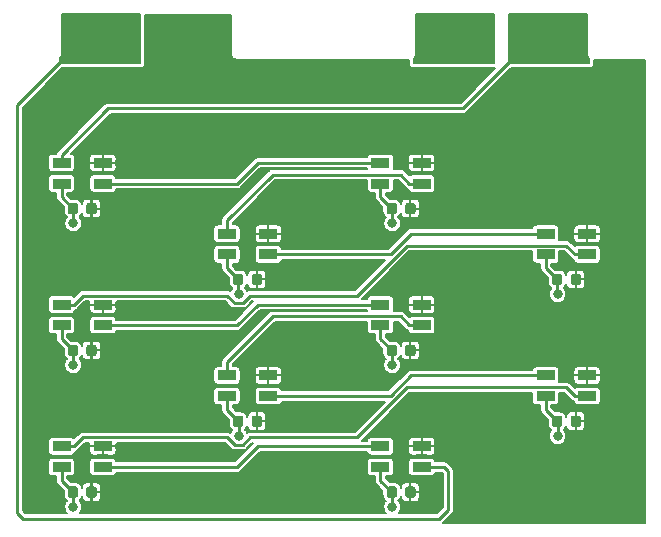
<source format=gtl>
G04 #@! TF.GenerationSoftware,KiCad,Pcbnew,(5.1.4)-1*
G04 #@! TF.CreationDate,2019-10-14T20:14:25-04:00*
G04 #@! TF.ProjectId,badger-badge,62616467-6572-42d6-9261-6467652e6b69,rev?*
G04 #@! TF.SameCoordinates,Original*
G04 #@! TF.FileFunction,Copper,L1,Top*
G04 #@! TF.FilePolarity,Positive*
%FSLAX46Y46*%
G04 Gerber Fmt 4.6, Leading zero omitted, Abs format (unit mm)*
G04 Created by KiCad (PCBNEW (5.1.4)-1) date 2019-10-14 20:14:25*
%MOMM*%
%LPD*%
G04 APERTURE LIST*
%ADD10R,1.600000X0.850000*%
%ADD11C,0.100000*%
%ADD12C,0.875000*%
%ADD13C,0.800000*%
%ADD14C,0.250000*%
%ADD15C,0.200000*%
G04 APERTURE END LIST*
D10*
X85750000Y-97875000D03*
X85750000Y-96125000D03*
X82250000Y-97875000D03*
X82250000Y-96125000D03*
X58750000Y-85875000D03*
X58750000Y-84125000D03*
X55250000Y-85875000D03*
X55250000Y-84125000D03*
X58750000Y-97875000D03*
X58750000Y-96125000D03*
X55250000Y-97875000D03*
X55250000Y-96125000D03*
X99750000Y-79875000D03*
X99750000Y-78125000D03*
X96250000Y-79875000D03*
X96250000Y-78125000D03*
X99750000Y-91875000D03*
X99750000Y-90125000D03*
X96250000Y-91875000D03*
X96250000Y-90125000D03*
X72750000Y-79875000D03*
X72750000Y-78125000D03*
X69250000Y-79875000D03*
X69250000Y-78125000D03*
X72750000Y-91875000D03*
X72750000Y-90125000D03*
X69250000Y-91875000D03*
X69250000Y-90125000D03*
X85750000Y-73875000D03*
X85750000Y-72125000D03*
X82250000Y-73875000D03*
X82250000Y-72125000D03*
X85750000Y-85875000D03*
X85750000Y-84125000D03*
X82250000Y-85875000D03*
X82250000Y-84125000D03*
X58750000Y-73875000D03*
X58750000Y-72125000D03*
X55250000Y-73875000D03*
X55250000Y-72125000D03*
D11*
G36*
X85027691Y-99526053D02*
G01*
X85048926Y-99529203D01*
X85069750Y-99534419D01*
X85089962Y-99541651D01*
X85109368Y-99550830D01*
X85127781Y-99561866D01*
X85145024Y-99574654D01*
X85160930Y-99589070D01*
X85175346Y-99604976D01*
X85188134Y-99622219D01*
X85199170Y-99640632D01*
X85208349Y-99660038D01*
X85215581Y-99680250D01*
X85220797Y-99701074D01*
X85223947Y-99722309D01*
X85225000Y-99743750D01*
X85225000Y-100256250D01*
X85223947Y-100277691D01*
X85220797Y-100298926D01*
X85215581Y-100319750D01*
X85208349Y-100339962D01*
X85199170Y-100359368D01*
X85188134Y-100377781D01*
X85175346Y-100395024D01*
X85160930Y-100410930D01*
X85145024Y-100425346D01*
X85127781Y-100438134D01*
X85109368Y-100449170D01*
X85089962Y-100458349D01*
X85069750Y-100465581D01*
X85048926Y-100470797D01*
X85027691Y-100473947D01*
X85006250Y-100475000D01*
X84568750Y-100475000D01*
X84547309Y-100473947D01*
X84526074Y-100470797D01*
X84505250Y-100465581D01*
X84485038Y-100458349D01*
X84465632Y-100449170D01*
X84447219Y-100438134D01*
X84429976Y-100425346D01*
X84414070Y-100410930D01*
X84399654Y-100395024D01*
X84386866Y-100377781D01*
X84375830Y-100359368D01*
X84366651Y-100339962D01*
X84359419Y-100319750D01*
X84354203Y-100298926D01*
X84351053Y-100277691D01*
X84350000Y-100256250D01*
X84350000Y-99743750D01*
X84351053Y-99722309D01*
X84354203Y-99701074D01*
X84359419Y-99680250D01*
X84366651Y-99660038D01*
X84375830Y-99640632D01*
X84386866Y-99622219D01*
X84399654Y-99604976D01*
X84414070Y-99589070D01*
X84429976Y-99574654D01*
X84447219Y-99561866D01*
X84465632Y-99550830D01*
X84485038Y-99541651D01*
X84505250Y-99534419D01*
X84526074Y-99529203D01*
X84547309Y-99526053D01*
X84568750Y-99525000D01*
X85006250Y-99525000D01*
X85027691Y-99526053D01*
X85027691Y-99526053D01*
G37*
D12*
X84787500Y-100000000D03*
D11*
G36*
X83452691Y-99526053D02*
G01*
X83473926Y-99529203D01*
X83494750Y-99534419D01*
X83514962Y-99541651D01*
X83534368Y-99550830D01*
X83552781Y-99561866D01*
X83570024Y-99574654D01*
X83585930Y-99589070D01*
X83600346Y-99604976D01*
X83613134Y-99622219D01*
X83624170Y-99640632D01*
X83633349Y-99660038D01*
X83640581Y-99680250D01*
X83645797Y-99701074D01*
X83648947Y-99722309D01*
X83650000Y-99743750D01*
X83650000Y-100256250D01*
X83648947Y-100277691D01*
X83645797Y-100298926D01*
X83640581Y-100319750D01*
X83633349Y-100339962D01*
X83624170Y-100359368D01*
X83613134Y-100377781D01*
X83600346Y-100395024D01*
X83585930Y-100410930D01*
X83570024Y-100425346D01*
X83552781Y-100438134D01*
X83534368Y-100449170D01*
X83514962Y-100458349D01*
X83494750Y-100465581D01*
X83473926Y-100470797D01*
X83452691Y-100473947D01*
X83431250Y-100475000D01*
X82993750Y-100475000D01*
X82972309Y-100473947D01*
X82951074Y-100470797D01*
X82930250Y-100465581D01*
X82910038Y-100458349D01*
X82890632Y-100449170D01*
X82872219Y-100438134D01*
X82854976Y-100425346D01*
X82839070Y-100410930D01*
X82824654Y-100395024D01*
X82811866Y-100377781D01*
X82800830Y-100359368D01*
X82791651Y-100339962D01*
X82784419Y-100319750D01*
X82779203Y-100298926D01*
X82776053Y-100277691D01*
X82775000Y-100256250D01*
X82775000Y-99743750D01*
X82776053Y-99722309D01*
X82779203Y-99701074D01*
X82784419Y-99680250D01*
X82791651Y-99660038D01*
X82800830Y-99640632D01*
X82811866Y-99622219D01*
X82824654Y-99604976D01*
X82839070Y-99589070D01*
X82854976Y-99574654D01*
X82872219Y-99561866D01*
X82890632Y-99550830D01*
X82910038Y-99541651D01*
X82930250Y-99534419D01*
X82951074Y-99529203D01*
X82972309Y-99526053D01*
X82993750Y-99525000D01*
X83431250Y-99525000D01*
X83452691Y-99526053D01*
X83452691Y-99526053D01*
G37*
D12*
X83212500Y-100000000D03*
D11*
G36*
X58027691Y-99526053D02*
G01*
X58048926Y-99529203D01*
X58069750Y-99534419D01*
X58089962Y-99541651D01*
X58109368Y-99550830D01*
X58127781Y-99561866D01*
X58145024Y-99574654D01*
X58160930Y-99589070D01*
X58175346Y-99604976D01*
X58188134Y-99622219D01*
X58199170Y-99640632D01*
X58208349Y-99660038D01*
X58215581Y-99680250D01*
X58220797Y-99701074D01*
X58223947Y-99722309D01*
X58225000Y-99743750D01*
X58225000Y-100256250D01*
X58223947Y-100277691D01*
X58220797Y-100298926D01*
X58215581Y-100319750D01*
X58208349Y-100339962D01*
X58199170Y-100359368D01*
X58188134Y-100377781D01*
X58175346Y-100395024D01*
X58160930Y-100410930D01*
X58145024Y-100425346D01*
X58127781Y-100438134D01*
X58109368Y-100449170D01*
X58089962Y-100458349D01*
X58069750Y-100465581D01*
X58048926Y-100470797D01*
X58027691Y-100473947D01*
X58006250Y-100475000D01*
X57568750Y-100475000D01*
X57547309Y-100473947D01*
X57526074Y-100470797D01*
X57505250Y-100465581D01*
X57485038Y-100458349D01*
X57465632Y-100449170D01*
X57447219Y-100438134D01*
X57429976Y-100425346D01*
X57414070Y-100410930D01*
X57399654Y-100395024D01*
X57386866Y-100377781D01*
X57375830Y-100359368D01*
X57366651Y-100339962D01*
X57359419Y-100319750D01*
X57354203Y-100298926D01*
X57351053Y-100277691D01*
X57350000Y-100256250D01*
X57350000Y-99743750D01*
X57351053Y-99722309D01*
X57354203Y-99701074D01*
X57359419Y-99680250D01*
X57366651Y-99660038D01*
X57375830Y-99640632D01*
X57386866Y-99622219D01*
X57399654Y-99604976D01*
X57414070Y-99589070D01*
X57429976Y-99574654D01*
X57447219Y-99561866D01*
X57465632Y-99550830D01*
X57485038Y-99541651D01*
X57505250Y-99534419D01*
X57526074Y-99529203D01*
X57547309Y-99526053D01*
X57568750Y-99525000D01*
X58006250Y-99525000D01*
X58027691Y-99526053D01*
X58027691Y-99526053D01*
G37*
D12*
X57787500Y-100000000D03*
D11*
G36*
X56452691Y-99526053D02*
G01*
X56473926Y-99529203D01*
X56494750Y-99534419D01*
X56514962Y-99541651D01*
X56534368Y-99550830D01*
X56552781Y-99561866D01*
X56570024Y-99574654D01*
X56585930Y-99589070D01*
X56600346Y-99604976D01*
X56613134Y-99622219D01*
X56624170Y-99640632D01*
X56633349Y-99660038D01*
X56640581Y-99680250D01*
X56645797Y-99701074D01*
X56648947Y-99722309D01*
X56650000Y-99743750D01*
X56650000Y-100256250D01*
X56648947Y-100277691D01*
X56645797Y-100298926D01*
X56640581Y-100319750D01*
X56633349Y-100339962D01*
X56624170Y-100359368D01*
X56613134Y-100377781D01*
X56600346Y-100395024D01*
X56585930Y-100410930D01*
X56570024Y-100425346D01*
X56552781Y-100438134D01*
X56534368Y-100449170D01*
X56514962Y-100458349D01*
X56494750Y-100465581D01*
X56473926Y-100470797D01*
X56452691Y-100473947D01*
X56431250Y-100475000D01*
X55993750Y-100475000D01*
X55972309Y-100473947D01*
X55951074Y-100470797D01*
X55930250Y-100465581D01*
X55910038Y-100458349D01*
X55890632Y-100449170D01*
X55872219Y-100438134D01*
X55854976Y-100425346D01*
X55839070Y-100410930D01*
X55824654Y-100395024D01*
X55811866Y-100377781D01*
X55800830Y-100359368D01*
X55791651Y-100339962D01*
X55784419Y-100319750D01*
X55779203Y-100298926D01*
X55776053Y-100277691D01*
X55775000Y-100256250D01*
X55775000Y-99743750D01*
X55776053Y-99722309D01*
X55779203Y-99701074D01*
X55784419Y-99680250D01*
X55791651Y-99660038D01*
X55800830Y-99640632D01*
X55811866Y-99622219D01*
X55824654Y-99604976D01*
X55839070Y-99589070D01*
X55854976Y-99574654D01*
X55872219Y-99561866D01*
X55890632Y-99550830D01*
X55910038Y-99541651D01*
X55930250Y-99534419D01*
X55951074Y-99529203D01*
X55972309Y-99526053D01*
X55993750Y-99525000D01*
X56431250Y-99525000D01*
X56452691Y-99526053D01*
X56452691Y-99526053D01*
G37*
D12*
X56212500Y-100000000D03*
D11*
G36*
X99027691Y-93526053D02*
G01*
X99048926Y-93529203D01*
X99069750Y-93534419D01*
X99089962Y-93541651D01*
X99109368Y-93550830D01*
X99127781Y-93561866D01*
X99145024Y-93574654D01*
X99160930Y-93589070D01*
X99175346Y-93604976D01*
X99188134Y-93622219D01*
X99199170Y-93640632D01*
X99208349Y-93660038D01*
X99215581Y-93680250D01*
X99220797Y-93701074D01*
X99223947Y-93722309D01*
X99225000Y-93743750D01*
X99225000Y-94256250D01*
X99223947Y-94277691D01*
X99220797Y-94298926D01*
X99215581Y-94319750D01*
X99208349Y-94339962D01*
X99199170Y-94359368D01*
X99188134Y-94377781D01*
X99175346Y-94395024D01*
X99160930Y-94410930D01*
X99145024Y-94425346D01*
X99127781Y-94438134D01*
X99109368Y-94449170D01*
X99089962Y-94458349D01*
X99069750Y-94465581D01*
X99048926Y-94470797D01*
X99027691Y-94473947D01*
X99006250Y-94475000D01*
X98568750Y-94475000D01*
X98547309Y-94473947D01*
X98526074Y-94470797D01*
X98505250Y-94465581D01*
X98485038Y-94458349D01*
X98465632Y-94449170D01*
X98447219Y-94438134D01*
X98429976Y-94425346D01*
X98414070Y-94410930D01*
X98399654Y-94395024D01*
X98386866Y-94377781D01*
X98375830Y-94359368D01*
X98366651Y-94339962D01*
X98359419Y-94319750D01*
X98354203Y-94298926D01*
X98351053Y-94277691D01*
X98350000Y-94256250D01*
X98350000Y-93743750D01*
X98351053Y-93722309D01*
X98354203Y-93701074D01*
X98359419Y-93680250D01*
X98366651Y-93660038D01*
X98375830Y-93640632D01*
X98386866Y-93622219D01*
X98399654Y-93604976D01*
X98414070Y-93589070D01*
X98429976Y-93574654D01*
X98447219Y-93561866D01*
X98465632Y-93550830D01*
X98485038Y-93541651D01*
X98505250Y-93534419D01*
X98526074Y-93529203D01*
X98547309Y-93526053D01*
X98568750Y-93525000D01*
X99006250Y-93525000D01*
X99027691Y-93526053D01*
X99027691Y-93526053D01*
G37*
D12*
X98787500Y-94000000D03*
D11*
G36*
X97452691Y-93526053D02*
G01*
X97473926Y-93529203D01*
X97494750Y-93534419D01*
X97514962Y-93541651D01*
X97534368Y-93550830D01*
X97552781Y-93561866D01*
X97570024Y-93574654D01*
X97585930Y-93589070D01*
X97600346Y-93604976D01*
X97613134Y-93622219D01*
X97624170Y-93640632D01*
X97633349Y-93660038D01*
X97640581Y-93680250D01*
X97645797Y-93701074D01*
X97648947Y-93722309D01*
X97650000Y-93743750D01*
X97650000Y-94256250D01*
X97648947Y-94277691D01*
X97645797Y-94298926D01*
X97640581Y-94319750D01*
X97633349Y-94339962D01*
X97624170Y-94359368D01*
X97613134Y-94377781D01*
X97600346Y-94395024D01*
X97585930Y-94410930D01*
X97570024Y-94425346D01*
X97552781Y-94438134D01*
X97534368Y-94449170D01*
X97514962Y-94458349D01*
X97494750Y-94465581D01*
X97473926Y-94470797D01*
X97452691Y-94473947D01*
X97431250Y-94475000D01*
X96993750Y-94475000D01*
X96972309Y-94473947D01*
X96951074Y-94470797D01*
X96930250Y-94465581D01*
X96910038Y-94458349D01*
X96890632Y-94449170D01*
X96872219Y-94438134D01*
X96854976Y-94425346D01*
X96839070Y-94410930D01*
X96824654Y-94395024D01*
X96811866Y-94377781D01*
X96800830Y-94359368D01*
X96791651Y-94339962D01*
X96784419Y-94319750D01*
X96779203Y-94298926D01*
X96776053Y-94277691D01*
X96775000Y-94256250D01*
X96775000Y-93743750D01*
X96776053Y-93722309D01*
X96779203Y-93701074D01*
X96784419Y-93680250D01*
X96791651Y-93660038D01*
X96800830Y-93640632D01*
X96811866Y-93622219D01*
X96824654Y-93604976D01*
X96839070Y-93589070D01*
X96854976Y-93574654D01*
X96872219Y-93561866D01*
X96890632Y-93550830D01*
X96910038Y-93541651D01*
X96930250Y-93534419D01*
X96951074Y-93529203D01*
X96972309Y-93526053D01*
X96993750Y-93525000D01*
X97431250Y-93525000D01*
X97452691Y-93526053D01*
X97452691Y-93526053D01*
G37*
D12*
X97212500Y-94000000D03*
D11*
G36*
X72027691Y-93526053D02*
G01*
X72048926Y-93529203D01*
X72069750Y-93534419D01*
X72089962Y-93541651D01*
X72109368Y-93550830D01*
X72127781Y-93561866D01*
X72145024Y-93574654D01*
X72160930Y-93589070D01*
X72175346Y-93604976D01*
X72188134Y-93622219D01*
X72199170Y-93640632D01*
X72208349Y-93660038D01*
X72215581Y-93680250D01*
X72220797Y-93701074D01*
X72223947Y-93722309D01*
X72225000Y-93743750D01*
X72225000Y-94256250D01*
X72223947Y-94277691D01*
X72220797Y-94298926D01*
X72215581Y-94319750D01*
X72208349Y-94339962D01*
X72199170Y-94359368D01*
X72188134Y-94377781D01*
X72175346Y-94395024D01*
X72160930Y-94410930D01*
X72145024Y-94425346D01*
X72127781Y-94438134D01*
X72109368Y-94449170D01*
X72089962Y-94458349D01*
X72069750Y-94465581D01*
X72048926Y-94470797D01*
X72027691Y-94473947D01*
X72006250Y-94475000D01*
X71568750Y-94475000D01*
X71547309Y-94473947D01*
X71526074Y-94470797D01*
X71505250Y-94465581D01*
X71485038Y-94458349D01*
X71465632Y-94449170D01*
X71447219Y-94438134D01*
X71429976Y-94425346D01*
X71414070Y-94410930D01*
X71399654Y-94395024D01*
X71386866Y-94377781D01*
X71375830Y-94359368D01*
X71366651Y-94339962D01*
X71359419Y-94319750D01*
X71354203Y-94298926D01*
X71351053Y-94277691D01*
X71350000Y-94256250D01*
X71350000Y-93743750D01*
X71351053Y-93722309D01*
X71354203Y-93701074D01*
X71359419Y-93680250D01*
X71366651Y-93660038D01*
X71375830Y-93640632D01*
X71386866Y-93622219D01*
X71399654Y-93604976D01*
X71414070Y-93589070D01*
X71429976Y-93574654D01*
X71447219Y-93561866D01*
X71465632Y-93550830D01*
X71485038Y-93541651D01*
X71505250Y-93534419D01*
X71526074Y-93529203D01*
X71547309Y-93526053D01*
X71568750Y-93525000D01*
X72006250Y-93525000D01*
X72027691Y-93526053D01*
X72027691Y-93526053D01*
G37*
D12*
X71787500Y-94000000D03*
D11*
G36*
X70452691Y-93526053D02*
G01*
X70473926Y-93529203D01*
X70494750Y-93534419D01*
X70514962Y-93541651D01*
X70534368Y-93550830D01*
X70552781Y-93561866D01*
X70570024Y-93574654D01*
X70585930Y-93589070D01*
X70600346Y-93604976D01*
X70613134Y-93622219D01*
X70624170Y-93640632D01*
X70633349Y-93660038D01*
X70640581Y-93680250D01*
X70645797Y-93701074D01*
X70648947Y-93722309D01*
X70650000Y-93743750D01*
X70650000Y-94256250D01*
X70648947Y-94277691D01*
X70645797Y-94298926D01*
X70640581Y-94319750D01*
X70633349Y-94339962D01*
X70624170Y-94359368D01*
X70613134Y-94377781D01*
X70600346Y-94395024D01*
X70585930Y-94410930D01*
X70570024Y-94425346D01*
X70552781Y-94438134D01*
X70534368Y-94449170D01*
X70514962Y-94458349D01*
X70494750Y-94465581D01*
X70473926Y-94470797D01*
X70452691Y-94473947D01*
X70431250Y-94475000D01*
X69993750Y-94475000D01*
X69972309Y-94473947D01*
X69951074Y-94470797D01*
X69930250Y-94465581D01*
X69910038Y-94458349D01*
X69890632Y-94449170D01*
X69872219Y-94438134D01*
X69854976Y-94425346D01*
X69839070Y-94410930D01*
X69824654Y-94395024D01*
X69811866Y-94377781D01*
X69800830Y-94359368D01*
X69791651Y-94339962D01*
X69784419Y-94319750D01*
X69779203Y-94298926D01*
X69776053Y-94277691D01*
X69775000Y-94256250D01*
X69775000Y-93743750D01*
X69776053Y-93722309D01*
X69779203Y-93701074D01*
X69784419Y-93680250D01*
X69791651Y-93660038D01*
X69800830Y-93640632D01*
X69811866Y-93622219D01*
X69824654Y-93604976D01*
X69839070Y-93589070D01*
X69854976Y-93574654D01*
X69872219Y-93561866D01*
X69890632Y-93550830D01*
X69910038Y-93541651D01*
X69930250Y-93534419D01*
X69951074Y-93529203D01*
X69972309Y-93526053D01*
X69993750Y-93525000D01*
X70431250Y-93525000D01*
X70452691Y-93526053D01*
X70452691Y-93526053D01*
G37*
D12*
X70212500Y-94000000D03*
D11*
G36*
X85027691Y-87526053D02*
G01*
X85048926Y-87529203D01*
X85069750Y-87534419D01*
X85089962Y-87541651D01*
X85109368Y-87550830D01*
X85127781Y-87561866D01*
X85145024Y-87574654D01*
X85160930Y-87589070D01*
X85175346Y-87604976D01*
X85188134Y-87622219D01*
X85199170Y-87640632D01*
X85208349Y-87660038D01*
X85215581Y-87680250D01*
X85220797Y-87701074D01*
X85223947Y-87722309D01*
X85225000Y-87743750D01*
X85225000Y-88256250D01*
X85223947Y-88277691D01*
X85220797Y-88298926D01*
X85215581Y-88319750D01*
X85208349Y-88339962D01*
X85199170Y-88359368D01*
X85188134Y-88377781D01*
X85175346Y-88395024D01*
X85160930Y-88410930D01*
X85145024Y-88425346D01*
X85127781Y-88438134D01*
X85109368Y-88449170D01*
X85089962Y-88458349D01*
X85069750Y-88465581D01*
X85048926Y-88470797D01*
X85027691Y-88473947D01*
X85006250Y-88475000D01*
X84568750Y-88475000D01*
X84547309Y-88473947D01*
X84526074Y-88470797D01*
X84505250Y-88465581D01*
X84485038Y-88458349D01*
X84465632Y-88449170D01*
X84447219Y-88438134D01*
X84429976Y-88425346D01*
X84414070Y-88410930D01*
X84399654Y-88395024D01*
X84386866Y-88377781D01*
X84375830Y-88359368D01*
X84366651Y-88339962D01*
X84359419Y-88319750D01*
X84354203Y-88298926D01*
X84351053Y-88277691D01*
X84350000Y-88256250D01*
X84350000Y-87743750D01*
X84351053Y-87722309D01*
X84354203Y-87701074D01*
X84359419Y-87680250D01*
X84366651Y-87660038D01*
X84375830Y-87640632D01*
X84386866Y-87622219D01*
X84399654Y-87604976D01*
X84414070Y-87589070D01*
X84429976Y-87574654D01*
X84447219Y-87561866D01*
X84465632Y-87550830D01*
X84485038Y-87541651D01*
X84505250Y-87534419D01*
X84526074Y-87529203D01*
X84547309Y-87526053D01*
X84568750Y-87525000D01*
X85006250Y-87525000D01*
X85027691Y-87526053D01*
X85027691Y-87526053D01*
G37*
D12*
X84787500Y-88000000D03*
D11*
G36*
X83452691Y-87526053D02*
G01*
X83473926Y-87529203D01*
X83494750Y-87534419D01*
X83514962Y-87541651D01*
X83534368Y-87550830D01*
X83552781Y-87561866D01*
X83570024Y-87574654D01*
X83585930Y-87589070D01*
X83600346Y-87604976D01*
X83613134Y-87622219D01*
X83624170Y-87640632D01*
X83633349Y-87660038D01*
X83640581Y-87680250D01*
X83645797Y-87701074D01*
X83648947Y-87722309D01*
X83650000Y-87743750D01*
X83650000Y-88256250D01*
X83648947Y-88277691D01*
X83645797Y-88298926D01*
X83640581Y-88319750D01*
X83633349Y-88339962D01*
X83624170Y-88359368D01*
X83613134Y-88377781D01*
X83600346Y-88395024D01*
X83585930Y-88410930D01*
X83570024Y-88425346D01*
X83552781Y-88438134D01*
X83534368Y-88449170D01*
X83514962Y-88458349D01*
X83494750Y-88465581D01*
X83473926Y-88470797D01*
X83452691Y-88473947D01*
X83431250Y-88475000D01*
X82993750Y-88475000D01*
X82972309Y-88473947D01*
X82951074Y-88470797D01*
X82930250Y-88465581D01*
X82910038Y-88458349D01*
X82890632Y-88449170D01*
X82872219Y-88438134D01*
X82854976Y-88425346D01*
X82839070Y-88410930D01*
X82824654Y-88395024D01*
X82811866Y-88377781D01*
X82800830Y-88359368D01*
X82791651Y-88339962D01*
X82784419Y-88319750D01*
X82779203Y-88298926D01*
X82776053Y-88277691D01*
X82775000Y-88256250D01*
X82775000Y-87743750D01*
X82776053Y-87722309D01*
X82779203Y-87701074D01*
X82784419Y-87680250D01*
X82791651Y-87660038D01*
X82800830Y-87640632D01*
X82811866Y-87622219D01*
X82824654Y-87604976D01*
X82839070Y-87589070D01*
X82854976Y-87574654D01*
X82872219Y-87561866D01*
X82890632Y-87550830D01*
X82910038Y-87541651D01*
X82930250Y-87534419D01*
X82951074Y-87529203D01*
X82972309Y-87526053D01*
X82993750Y-87525000D01*
X83431250Y-87525000D01*
X83452691Y-87526053D01*
X83452691Y-87526053D01*
G37*
D12*
X83212500Y-88000000D03*
D11*
G36*
X58027691Y-87526053D02*
G01*
X58048926Y-87529203D01*
X58069750Y-87534419D01*
X58089962Y-87541651D01*
X58109368Y-87550830D01*
X58127781Y-87561866D01*
X58145024Y-87574654D01*
X58160930Y-87589070D01*
X58175346Y-87604976D01*
X58188134Y-87622219D01*
X58199170Y-87640632D01*
X58208349Y-87660038D01*
X58215581Y-87680250D01*
X58220797Y-87701074D01*
X58223947Y-87722309D01*
X58225000Y-87743750D01*
X58225000Y-88256250D01*
X58223947Y-88277691D01*
X58220797Y-88298926D01*
X58215581Y-88319750D01*
X58208349Y-88339962D01*
X58199170Y-88359368D01*
X58188134Y-88377781D01*
X58175346Y-88395024D01*
X58160930Y-88410930D01*
X58145024Y-88425346D01*
X58127781Y-88438134D01*
X58109368Y-88449170D01*
X58089962Y-88458349D01*
X58069750Y-88465581D01*
X58048926Y-88470797D01*
X58027691Y-88473947D01*
X58006250Y-88475000D01*
X57568750Y-88475000D01*
X57547309Y-88473947D01*
X57526074Y-88470797D01*
X57505250Y-88465581D01*
X57485038Y-88458349D01*
X57465632Y-88449170D01*
X57447219Y-88438134D01*
X57429976Y-88425346D01*
X57414070Y-88410930D01*
X57399654Y-88395024D01*
X57386866Y-88377781D01*
X57375830Y-88359368D01*
X57366651Y-88339962D01*
X57359419Y-88319750D01*
X57354203Y-88298926D01*
X57351053Y-88277691D01*
X57350000Y-88256250D01*
X57350000Y-87743750D01*
X57351053Y-87722309D01*
X57354203Y-87701074D01*
X57359419Y-87680250D01*
X57366651Y-87660038D01*
X57375830Y-87640632D01*
X57386866Y-87622219D01*
X57399654Y-87604976D01*
X57414070Y-87589070D01*
X57429976Y-87574654D01*
X57447219Y-87561866D01*
X57465632Y-87550830D01*
X57485038Y-87541651D01*
X57505250Y-87534419D01*
X57526074Y-87529203D01*
X57547309Y-87526053D01*
X57568750Y-87525000D01*
X58006250Y-87525000D01*
X58027691Y-87526053D01*
X58027691Y-87526053D01*
G37*
D12*
X57787500Y-88000000D03*
D11*
G36*
X56452691Y-87526053D02*
G01*
X56473926Y-87529203D01*
X56494750Y-87534419D01*
X56514962Y-87541651D01*
X56534368Y-87550830D01*
X56552781Y-87561866D01*
X56570024Y-87574654D01*
X56585930Y-87589070D01*
X56600346Y-87604976D01*
X56613134Y-87622219D01*
X56624170Y-87640632D01*
X56633349Y-87660038D01*
X56640581Y-87680250D01*
X56645797Y-87701074D01*
X56648947Y-87722309D01*
X56650000Y-87743750D01*
X56650000Y-88256250D01*
X56648947Y-88277691D01*
X56645797Y-88298926D01*
X56640581Y-88319750D01*
X56633349Y-88339962D01*
X56624170Y-88359368D01*
X56613134Y-88377781D01*
X56600346Y-88395024D01*
X56585930Y-88410930D01*
X56570024Y-88425346D01*
X56552781Y-88438134D01*
X56534368Y-88449170D01*
X56514962Y-88458349D01*
X56494750Y-88465581D01*
X56473926Y-88470797D01*
X56452691Y-88473947D01*
X56431250Y-88475000D01*
X55993750Y-88475000D01*
X55972309Y-88473947D01*
X55951074Y-88470797D01*
X55930250Y-88465581D01*
X55910038Y-88458349D01*
X55890632Y-88449170D01*
X55872219Y-88438134D01*
X55854976Y-88425346D01*
X55839070Y-88410930D01*
X55824654Y-88395024D01*
X55811866Y-88377781D01*
X55800830Y-88359368D01*
X55791651Y-88339962D01*
X55784419Y-88319750D01*
X55779203Y-88298926D01*
X55776053Y-88277691D01*
X55775000Y-88256250D01*
X55775000Y-87743750D01*
X55776053Y-87722309D01*
X55779203Y-87701074D01*
X55784419Y-87680250D01*
X55791651Y-87660038D01*
X55800830Y-87640632D01*
X55811866Y-87622219D01*
X55824654Y-87604976D01*
X55839070Y-87589070D01*
X55854976Y-87574654D01*
X55872219Y-87561866D01*
X55890632Y-87550830D01*
X55910038Y-87541651D01*
X55930250Y-87534419D01*
X55951074Y-87529203D01*
X55972309Y-87526053D01*
X55993750Y-87525000D01*
X56431250Y-87525000D01*
X56452691Y-87526053D01*
X56452691Y-87526053D01*
G37*
D12*
X56212500Y-88000000D03*
D11*
G36*
X99027691Y-81526053D02*
G01*
X99048926Y-81529203D01*
X99069750Y-81534419D01*
X99089962Y-81541651D01*
X99109368Y-81550830D01*
X99127781Y-81561866D01*
X99145024Y-81574654D01*
X99160930Y-81589070D01*
X99175346Y-81604976D01*
X99188134Y-81622219D01*
X99199170Y-81640632D01*
X99208349Y-81660038D01*
X99215581Y-81680250D01*
X99220797Y-81701074D01*
X99223947Y-81722309D01*
X99225000Y-81743750D01*
X99225000Y-82256250D01*
X99223947Y-82277691D01*
X99220797Y-82298926D01*
X99215581Y-82319750D01*
X99208349Y-82339962D01*
X99199170Y-82359368D01*
X99188134Y-82377781D01*
X99175346Y-82395024D01*
X99160930Y-82410930D01*
X99145024Y-82425346D01*
X99127781Y-82438134D01*
X99109368Y-82449170D01*
X99089962Y-82458349D01*
X99069750Y-82465581D01*
X99048926Y-82470797D01*
X99027691Y-82473947D01*
X99006250Y-82475000D01*
X98568750Y-82475000D01*
X98547309Y-82473947D01*
X98526074Y-82470797D01*
X98505250Y-82465581D01*
X98485038Y-82458349D01*
X98465632Y-82449170D01*
X98447219Y-82438134D01*
X98429976Y-82425346D01*
X98414070Y-82410930D01*
X98399654Y-82395024D01*
X98386866Y-82377781D01*
X98375830Y-82359368D01*
X98366651Y-82339962D01*
X98359419Y-82319750D01*
X98354203Y-82298926D01*
X98351053Y-82277691D01*
X98350000Y-82256250D01*
X98350000Y-81743750D01*
X98351053Y-81722309D01*
X98354203Y-81701074D01*
X98359419Y-81680250D01*
X98366651Y-81660038D01*
X98375830Y-81640632D01*
X98386866Y-81622219D01*
X98399654Y-81604976D01*
X98414070Y-81589070D01*
X98429976Y-81574654D01*
X98447219Y-81561866D01*
X98465632Y-81550830D01*
X98485038Y-81541651D01*
X98505250Y-81534419D01*
X98526074Y-81529203D01*
X98547309Y-81526053D01*
X98568750Y-81525000D01*
X99006250Y-81525000D01*
X99027691Y-81526053D01*
X99027691Y-81526053D01*
G37*
D12*
X98787500Y-82000000D03*
D11*
G36*
X97452691Y-81526053D02*
G01*
X97473926Y-81529203D01*
X97494750Y-81534419D01*
X97514962Y-81541651D01*
X97534368Y-81550830D01*
X97552781Y-81561866D01*
X97570024Y-81574654D01*
X97585930Y-81589070D01*
X97600346Y-81604976D01*
X97613134Y-81622219D01*
X97624170Y-81640632D01*
X97633349Y-81660038D01*
X97640581Y-81680250D01*
X97645797Y-81701074D01*
X97648947Y-81722309D01*
X97650000Y-81743750D01*
X97650000Y-82256250D01*
X97648947Y-82277691D01*
X97645797Y-82298926D01*
X97640581Y-82319750D01*
X97633349Y-82339962D01*
X97624170Y-82359368D01*
X97613134Y-82377781D01*
X97600346Y-82395024D01*
X97585930Y-82410930D01*
X97570024Y-82425346D01*
X97552781Y-82438134D01*
X97534368Y-82449170D01*
X97514962Y-82458349D01*
X97494750Y-82465581D01*
X97473926Y-82470797D01*
X97452691Y-82473947D01*
X97431250Y-82475000D01*
X96993750Y-82475000D01*
X96972309Y-82473947D01*
X96951074Y-82470797D01*
X96930250Y-82465581D01*
X96910038Y-82458349D01*
X96890632Y-82449170D01*
X96872219Y-82438134D01*
X96854976Y-82425346D01*
X96839070Y-82410930D01*
X96824654Y-82395024D01*
X96811866Y-82377781D01*
X96800830Y-82359368D01*
X96791651Y-82339962D01*
X96784419Y-82319750D01*
X96779203Y-82298926D01*
X96776053Y-82277691D01*
X96775000Y-82256250D01*
X96775000Y-81743750D01*
X96776053Y-81722309D01*
X96779203Y-81701074D01*
X96784419Y-81680250D01*
X96791651Y-81660038D01*
X96800830Y-81640632D01*
X96811866Y-81622219D01*
X96824654Y-81604976D01*
X96839070Y-81589070D01*
X96854976Y-81574654D01*
X96872219Y-81561866D01*
X96890632Y-81550830D01*
X96910038Y-81541651D01*
X96930250Y-81534419D01*
X96951074Y-81529203D01*
X96972309Y-81526053D01*
X96993750Y-81525000D01*
X97431250Y-81525000D01*
X97452691Y-81526053D01*
X97452691Y-81526053D01*
G37*
D12*
X97212500Y-82000000D03*
D11*
G36*
X72027691Y-81526053D02*
G01*
X72048926Y-81529203D01*
X72069750Y-81534419D01*
X72089962Y-81541651D01*
X72109368Y-81550830D01*
X72127781Y-81561866D01*
X72145024Y-81574654D01*
X72160930Y-81589070D01*
X72175346Y-81604976D01*
X72188134Y-81622219D01*
X72199170Y-81640632D01*
X72208349Y-81660038D01*
X72215581Y-81680250D01*
X72220797Y-81701074D01*
X72223947Y-81722309D01*
X72225000Y-81743750D01*
X72225000Y-82256250D01*
X72223947Y-82277691D01*
X72220797Y-82298926D01*
X72215581Y-82319750D01*
X72208349Y-82339962D01*
X72199170Y-82359368D01*
X72188134Y-82377781D01*
X72175346Y-82395024D01*
X72160930Y-82410930D01*
X72145024Y-82425346D01*
X72127781Y-82438134D01*
X72109368Y-82449170D01*
X72089962Y-82458349D01*
X72069750Y-82465581D01*
X72048926Y-82470797D01*
X72027691Y-82473947D01*
X72006250Y-82475000D01*
X71568750Y-82475000D01*
X71547309Y-82473947D01*
X71526074Y-82470797D01*
X71505250Y-82465581D01*
X71485038Y-82458349D01*
X71465632Y-82449170D01*
X71447219Y-82438134D01*
X71429976Y-82425346D01*
X71414070Y-82410930D01*
X71399654Y-82395024D01*
X71386866Y-82377781D01*
X71375830Y-82359368D01*
X71366651Y-82339962D01*
X71359419Y-82319750D01*
X71354203Y-82298926D01*
X71351053Y-82277691D01*
X71350000Y-82256250D01*
X71350000Y-81743750D01*
X71351053Y-81722309D01*
X71354203Y-81701074D01*
X71359419Y-81680250D01*
X71366651Y-81660038D01*
X71375830Y-81640632D01*
X71386866Y-81622219D01*
X71399654Y-81604976D01*
X71414070Y-81589070D01*
X71429976Y-81574654D01*
X71447219Y-81561866D01*
X71465632Y-81550830D01*
X71485038Y-81541651D01*
X71505250Y-81534419D01*
X71526074Y-81529203D01*
X71547309Y-81526053D01*
X71568750Y-81525000D01*
X72006250Y-81525000D01*
X72027691Y-81526053D01*
X72027691Y-81526053D01*
G37*
D12*
X71787500Y-82000000D03*
D11*
G36*
X70452691Y-81526053D02*
G01*
X70473926Y-81529203D01*
X70494750Y-81534419D01*
X70514962Y-81541651D01*
X70534368Y-81550830D01*
X70552781Y-81561866D01*
X70570024Y-81574654D01*
X70585930Y-81589070D01*
X70600346Y-81604976D01*
X70613134Y-81622219D01*
X70624170Y-81640632D01*
X70633349Y-81660038D01*
X70640581Y-81680250D01*
X70645797Y-81701074D01*
X70648947Y-81722309D01*
X70650000Y-81743750D01*
X70650000Y-82256250D01*
X70648947Y-82277691D01*
X70645797Y-82298926D01*
X70640581Y-82319750D01*
X70633349Y-82339962D01*
X70624170Y-82359368D01*
X70613134Y-82377781D01*
X70600346Y-82395024D01*
X70585930Y-82410930D01*
X70570024Y-82425346D01*
X70552781Y-82438134D01*
X70534368Y-82449170D01*
X70514962Y-82458349D01*
X70494750Y-82465581D01*
X70473926Y-82470797D01*
X70452691Y-82473947D01*
X70431250Y-82475000D01*
X69993750Y-82475000D01*
X69972309Y-82473947D01*
X69951074Y-82470797D01*
X69930250Y-82465581D01*
X69910038Y-82458349D01*
X69890632Y-82449170D01*
X69872219Y-82438134D01*
X69854976Y-82425346D01*
X69839070Y-82410930D01*
X69824654Y-82395024D01*
X69811866Y-82377781D01*
X69800830Y-82359368D01*
X69791651Y-82339962D01*
X69784419Y-82319750D01*
X69779203Y-82298926D01*
X69776053Y-82277691D01*
X69775000Y-82256250D01*
X69775000Y-81743750D01*
X69776053Y-81722309D01*
X69779203Y-81701074D01*
X69784419Y-81680250D01*
X69791651Y-81660038D01*
X69800830Y-81640632D01*
X69811866Y-81622219D01*
X69824654Y-81604976D01*
X69839070Y-81589070D01*
X69854976Y-81574654D01*
X69872219Y-81561866D01*
X69890632Y-81550830D01*
X69910038Y-81541651D01*
X69930250Y-81534419D01*
X69951074Y-81529203D01*
X69972309Y-81526053D01*
X69993750Y-81525000D01*
X70431250Y-81525000D01*
X70452691Y-81526053D01*
X70452691Y-81526053D01*
G37*
D12*
X70212500Y-82000000D03*
D11*
G36*
X58027691Y-75526053D02*
G01*
X58048926Y-75529203D01*
X58069750Y-75534419D01*
X58089962Y-75541651D01*
X58109368Y-75550830D01*
X58127781Y-75561866D01*
X58145024Y-75574654D01*
X58160930Y-75589070D01*
X58175346Y-75604976D01*
X58188134Y-75622219D01*
X58199170Y-75640632D01*
X58208349Y-75660038D01*
X58215581Y-75680250D01*
X58220797Y-75701074D01*
X58223947Y-75722309D01*
X58225000Y-75743750D01*
X58225000Y-76256250D01*
X58223947Y-76277691D01*
X58220797Y-76298926D01*
X58215581Y-76319750D01*
X58208349Y-76339962D01*
X58199170Y-76359368D01*
X58188134Y-76377781D01*
X58175346Y-76395024D01*
X58160930Y-76410930D01*
X58145024Y-76425346D01*
X58127781Y-76438134D01*
X58109368Y-76449170D01*
X58089962Y-76458349D01*
X58069750Y-76465581D01*
X58048926Y-76470797D01*
X58027691Y-76473947D01*
X58006250Y-76475000D01*
X57568750Y-76475000D01*
X57547309Y-76473947D01*
X57526074Y-76470797D01*
X57505250Y-76465581D01*
X57485038Y-76458349D01*
X57465632Y-76449170D01*
X57447219Y-76438134D01*
X57429976Y-76425346D01*
X57414070Y-76410930D01*
X57399654Y-76395024D01*
X57386866Y-76377781D01*
X57375830Y-76359368D01*
X57366651Y-76339962D01*
X57359419Y-76319750D01*
X57354203Y-76298926D01*
X57351053Y-76277691D01*
X57350000Y-76256250D01*
X57350000Y-75743750D01*
X57351053Y-75722309D01*
X57354203Y-75701074D01*
X57359419Y-75680250D01*
X57366651Y-75660038D01*
X57375830Y-75640632D01*
X57386866Y-75622219D01*
X57399654Y-75604976D01*
X57414070Y-75589070D01*
X57429976Y-75574654D01*
X57447219Y-75561866D01*
X57465632Y-75550830D01*
X57485038Y-75541651D01*
X57505250Y-75534419D01*
X57526074Y-75529203D01*
X57547309Y-75526053D01*
X57568750Y-75525000D01*
X58006250Y-75525000D01*
X58027691Y-75526053D01*
X58027691Y-75526053D01*
G37*
D12*
X57787500Y-76000000D03*
D11*
G36*
X56452691Y-75526053D02*
G01*
X56473926Y-75529203D01*
X56494750Y-75534419D01*
X56514962Y-75541651D01*
X56534368Y-75550830D01*
X56552781Y-75561866D01*
X56570024Y-75574654D01*
X56585930Y-75589070D01*
X56600346Y-75604976D01*
X56613134Y-75622219D01*
X56624170Y-75640632D01*
X56633349Y-75660038D01*
X56640581Y-75680250D01*
X56645797Y-75701074D01*
X56648947Y-75722309D01*
X56650000Y-75743750D01*
X56650000Y-76256250D01*
X56648947Y-76277691D01*
X56645797Y-76298926D01*
X56640581Y-76319750D01*
X56633349Y-76339962D01*
X56624170Y-76359368D01*
X56613134Y-76377781D01*
X56600346Y-76395024D01*
X56585930Y-76410930D01*
X56570024Y-76425346D01*
X56552781Y-76438134D01*
X56534368Y-76449170D01*
X56514962Y-76458349D01*
X56494750Y-76465581D01*
X56473926Y-76470797D01*
X56452691Y-76473947D01*
X56431250Y-76475000D01*
X55993750Y-76475000D01*
X55972309Y-76473947D01*
X55951074Y-76470797D01*
X55930250Y-76465581D01*
X55910038Y-76458349D01*
X55890632Y-76449170D01*
X55872219Y-76438134D01*
X55854976Y-76425346D01*
X55839070Y-76410930D01*
X55824654Y-76395024D01*
X55811866Y-76377781D01*
X55800830Y-76359368D01*
X55791651Y-76339962D01*
X55784419Y-76319750D01*
X55779203Y-76298926D01*
X55776053Y-76277691D01*
X55775000Y-76256250D01*
X55775000Y-75743750D01*
X55776053Y-75722309D01*
X55779203Y-75701074D01*
X55784419Y-75680250D01*
X55791651Y-75660038D01*
X55800830Y-75640632D01*
X55811866Y-75622219D01*
X55824654Y-75604976D01*
X55839070Y-75589070D01*
X55854976Y-75574654D01*
X55872219Y-75561866D01*
X55890632Y-75550830D01*
X55910038Y-75541651D01*
X55930250Y-75534419D01*
X55951074Y-75529203D01*
X55972309Y-75526053D01*
X55993750Y-75525000D01*
X56431250Y-75525000D01*
X56452691Y-75526053D01*
X56452691Y-75526053D01*
G37*
D12*
X56212500Y-76000000D03*
D11*
G36*
X85027691Y-75526053D02*
G01*
X85048926Y-75529203D01*
X85069750Y-75534419D01*
X85089962Y-75541651D01*
X85109368Y-75550830D01*
X85127781Y-75561866D01*
X85145024Y-75574654D01*
X85160930Y-75589070D01*
X85175346Y-75604976D01*
X85188134Y-75622219D01*
X85199170Y-75640632D01*
X85208349Y-75660038D01*
X85215581Y-75680250D01*
X85220797Y-75701074D01*
X85223947Y-75722309D01*
X85225000Y-75743750D01*
X85225000Y-76256250D01*
X85223947Y-76277691D01*
X85220797Y-76298926D01*
X85215581Y-76319750D01*
X85208349Y-76339962D01*
X85199170Y-76359368D01*
X85188134Y-76377781D01*
X85175346Y-76395024D01*
X85160930Y-76410930D01*
X85145024Y-76425346D01*
X85127781Y-76438134D01*
X85109368Y-76449170D01*
X85089962Y-76458349D01*
X85069750Y-76465581D01*
X85048926Y-76470797D01*
X85027691Y-76473947D01*
X85006250Y-76475000D01*
X84568750Y-76475000D01*
X84547309Y-76473947D01*
X84526074Y-76470797D01*
X84505250Y-76465581D01*
X84485038Y-76458349D01*
X84465632Y-76449170D01*
X84447219Y-76438134D01*
X84429976Y-76425346D01*
X84414070Y-76410930D01*
X84399654Y-76395024D01*
X84386866Y-76377781D01*
X84375830Y-76359368D01*
X84366651Y-76339962D01*
X84359419Y-76319750D01*
X84354203Y-76298926D01*
X84351053Y-76277691D01*
X84350000Y-76256250D01*
X84350000Y-75743750D01*
X84351053Y-75722309D01*
X84354203Y-75701074D01*
X84359419Y-75680250D01*
X84366651Y-75660038D01*
X84375830Y-75640632D01*
X84386866Y-75622219D01*
X84399654Y-75604976D01*
X84414070Y-75589070D01*
X84429976Y-75574654D01*
X84447219Y-75561866D01*
X84465632Y-75550830D01*
X84485038Y-75541651D01*
X84505250Y-75534419D01*
X84526074Y-75529203D01*
X84547309Y-75526053D01*
X84568750Y-75525000D01*
X85006250Y-75525000D01*
X85027691Y-75526053D01*
X85027691Y-75526053D01*
G37*
D12*
X84787500Y-76000000D03*
D11*
G36*
X83452691Y-75526053D02*
G01*
X83473926Y-75529203D01*
X83494750Y-75534419D01*
X83514962Y-75541651D01*
X83534368Y-75550830D01*
X83552781Y-75561866D01*
X83570024Y-75574654D01*
X83585930Y-75589070D01*
X83600346Y-75604976D01*
X83613134Y-75622219D01*
X83624170Y-75640632D01*
X83633349Y-75660038D01*
X83640581Y-75680250D01*
X83645797Y-75701074D01*
X83648947Y-75722309D01*
X83650000Y-75743750D01*
X83650000Y-76256250D01*
X83648947Y-76277691D01*
X83645797Y-76298926D01*
X83640581Y-76319750D01*
X83633349Y-76339962D01*
X83624170Y-76359368D01*
X83613134Y-76377781D01*
X83600346Y-76395024D01*
X83585930Y-76410930D01*
X83570024Y-76425346D01*
X83552781Y-76438134D01*
X83534368Y-76449170D01*
X83514962Y-76458349D01*
X83494750Y-76465581D01*
X83473926Y-76470797D01*
X83452691Y-76473947D01*
X83431250Y-76475000D01*
X82993750Y-76475000D01*
X82972309Y-76473947D01*
X82951074Y-76470797D01*
X82930250Y-76465581D01*
X82910038Y-76458349D01*
X82890632Y-76449170D01*
X82872219Y-76438134D01*
X82854976Y-76425346D01*
X82839070Y-76410930D01*
X82824654Y-76395024D01*
X82811866Y-76377781D01*
X82800830Y-76359368D01*
X82791651Y-76339962D01*
X82784419Y-76319750D01*
X82779203Y-76298926D01*
X82776053Y-76277691D01*
X82775000Y-76256250D01*
X82775000Y-75743750D01*
X82776053Y-75722309D01*
X82779203Y-75701074D01*
X82784419Y-75680250D01*
X82791651Y-75660038D01*
X82800830Y-75640632D01*
X82811866Y-75622219D01*
X82824654Y-75604976D01*
X82839070Y-75589070D01*
X82854976Y-75574654D01*
X82872219Y-75561866D01*
X82890632Y-75550830D01*
X82910038Y-75541651D01*
X82930250Y-75534419D01*
X82951074Y-75529203D01*
X82972309Y-75526053D01*
X82993750Y-75525000D01*
X83431250Y-75525000D01*
X83452691Y-75526053D01*
X83452691Y-75526053D01*
G37*
D12*
X83212500Y-76000000D03*
D13*
X83250000Y-89250000D03*
X83250000Y-101250000D03*
X83250000Y-77250000D03*
X97250000Y-83250000D03*
X97250000Y-95250000D03*
X56250000Y-77250000D03*
X56250000Y-89250000D03*
X56250000Y-101250000D03*
X70250000Y-83250000D03*
X70250000Y-95250000D03*
X86000000Y-63250000D03*
D14*
X55250000Y-75037500D02*
X56212500Y-76000000D01*
X55250000Y-73875000D02*
X55250000Y-75037500D01*
X82250000Y-75037500D02*
X83212500Y-76000000D01*
X82250000Y-73875000D02*
X82250000Y-75037500D01*
X96750888Y-81538388D02*
X97212500Y-82000000D01*
X96250000Y-81037500D02*
X96750888Y-81538388D01*
X96250000Y-79875000D02*
X96250000Y-81037500D01*
X96250000Y-93037500D02*
X97212500Y-94000000D01*
X96250000Y-91875000D02*
X96250000Y-93037500D01*
X82250000Y-87037500D02*
X83212500Y-88000000D01*
X82250000Y-85875000D02*
X82250000Y-87037500D01*
X69250000Y-81037500D02*
X70212500Y-82000000D01*
X69250000Y-79875000D02*
X69250000Y-81037500D01*
X55250000Y-87037500D02*
X56212500Y-88000000D01*
X55250000Y-85875000D02*
X55250000Y-87037500D01*
X69250000Y-93037500D02*
X70212500Y-94000000D01*
X69250000Y-91875000D02*
X69250000Y-93037500D01*
X82250000Y-99037500D02*
X83212500Y-100000000D01*
X82250000Y-97875000D02*
X82250000Y-99037500D01*
X55250000Y-99037500D02*
X56212500Y-100000000D01*
X55250000Y-97875000D02*
X55250000Y-99037500D01*
X83212500Y-88000000D02*
X83212500Y-89212500D01*
X83212500Y-89212500D02*
X83250000Y-89250000D01*
X83250000Y-100037500D02*
X83212500Y-100000000D01*
X83250000Y-101250000D02*
X83250000Y-100037500D01*
X83250000Y-76037500D02*
X83212500Y-76000000D01*
X83250000Y-77250000D02*
X83250000Y-76037500D01*
X97212500Y-82000000D02*
X97212500Y-83212500D01*
X97212500Y-83212500D02*
X97250000Y-83250000D01*
X97250000Y-94037500D02*
X97212500Y-94000000D01*
X97250000Y-95250000D02*
X97250000Y-94037500D01*
X56212500Y-76000000D02*
X56212500Y-77212500D01*
X56212500Y-77212500D02*
X56250000Y-77250000D01*
X56250000Y-88037500D02*
X56212500Y-88000000D01*
X56250000Y-89250000D02*
X56250000Y-88037500D01*
X56250000Y-100037500D02*
X56212500Y-100000000D01*
X56250000Y-101250000D02*
X56250000Y-100037500D01*
X70212500Y-83212500D02*
X70250000Y-83250000D01*
X70212500Y-82000000D02*
X70212500Y-83212500D01*
X70250000Y-94037500D02*
X70212500Y-94000000D01*
X70250000Y-95250000D02*
X70250000Y-94037500D01*
X70125000Y-73875000D02*
X58750000Y-73875000D01*
X82250000Y-72125000D02*
X71875000Y-72125000D01*
X71875000Y-72125000D02*
X70125000Y-73875000D01*
X55250000Y-71450000D02*
X59200000Y-67500000D01*
X55250000Y-72125000D02*
X55250000Y-71450000D01*
X59200000Y-67500000D02*
X89250000Y-67500000D01*
X89250000Y-67500000D02*
X93750000Y-63000000D01*
X83949999Y-73124999D02*
X73125001Y-73124999D01*
X85750000Y-73875000D02*
X84700000Y-73875000D01*
X84700000Y-73875000D02*
X83949999Y-73124999D01*
X69250000Y-77000000D02*
X69250000Y-78125000D01*
X73125001Y-73124999D02*
X69250000Y-77000000D01*
X83125000Y-79875000D02*
X72750000Y-79875000D01*
X96250000Y-78125000D02*
X84875000Y-78125000D01*
X84875000Y-78125000D02*
X83125000Y-79875000D01*
X98700000Y-79875000D02*
X97949999Y-79124999D01*
X99750000Y-79875000D02*
X98700000Y-79875000D01*
X70598002Y-83975002D02*
X69901998Y-83975002D01*
X97949999Y-79124999D02*
X84511411Y-79124999D01*
X56300000Y-84125000D02*
X55250000Y-84125000D01*
X69301995Y-83374999D02*
X57050001Y-83374999D01*
X57050001Y-83374999D02*
X56300000Y-84125000D01*
X69901998Y-83975002D02*
X69301995Y-83374999D01*
X80261411Y-83374999D02*
X71198005Y-83374999D01*
X71198005Y-83374999D02*
X70598002Y-83975002D01*
X84511411Y-79124999D02*
X80261411Y-83374999D01*
X70125000Y-85875000D02*
X58750000Y-85875000D01*
X82250000Y-84125000D02*
X71875000Y-84125000D01*
X71875000Y-84125000D02*
X70125000Y-85875000D01*
X83949999Y-85124999D02*
X73125001Y-85124999D01*
X85750000Y-85875000D02*
X84700000Y-85875000D01*
X84700000Y-85875000D02*
X83949999Y-85124999D01*
X69250000Y-89000000D02*
X69250000Y-90125000D01*
X73125001Y-85124999D02*
X69250000Y-89000000D01*
X83125000Y-91875000D02*
X72750000Y-91875000D01*
X96250000Y-90125000D02*
X84875000Y-90125000D01*
X84875000Y-90125000D02*
X83125000Y-91875000D01*
X70125000Y-97875000D02*
X58750000Y-97875000D01*
X82250000Y-96125000D02*
X71875000Y-96125000D01*
X71875000Y-96125000D02*
X70125000Y-97875000D01*
X85750000Y-97875000D02*
X87625000Y-97875000D01*
X87625000Y-97875000D02*
X88000000Y-98250000D01*
X88000000Y-98250000D02*
X88000000Y-101500000D01*
X88000000Y-101500000D02*
X87250000Y-102250000D01*
X87250000Y-102250000D02*
X52000000Y-102250000D01*
X52000000Y-102250000D02*
X51500000Y-101750000D01*
X51500000Y-101750000D02*
X51500000Y-67250000D01*
X51500000Y-67250000D02*
X55500000Y-63250000D01*
X56300000Y-96125000D02*
X55250000Y-96125000D01*
X99750000Y-91875000D02*
X98700000Y-91875000D01*
X98700000Y-91875000D02*
X97949999Y-91124999D01*
X97949999Y-91124999D02*
X84511411Y-91124999D01*
X69301997Y-95374999D02*
X57050001Y-95374999D01*
X70598001Y-95975001D02*
X69901999Y-95975001D01*
X69901999Y-95975001D02*
X69301997Y-95374999D01*
X71198003Y-95374999D02*
X70598001Y-95975001D01*
X80261411Y-95374999D02*
X71198003Y-95374999D01*
X57050001Y-95374999D02*
X56300000Y-96125000D01*
X84511411Y-91124999D02*
X80261411Y-95374999D01*
D15*
G36*
X99748001Y-62987614D02*
G01*
X99746781Y-63000000D01*
X99751647Y-63049401D01*
X99766056Y-63096903D01*
X99789456Y-63140681D01*
X99820947Y-63179053D01*
X99859319Y-63210544D01*
X99900000Y-63232289D01*
X99900000Y-63650000D01*
X93100000Y-63650000D01*
X93100000Y-59502000D01*
X99748000Y-59502000D01*
X99748001Y-62987614D01*
X99748001Y-62987614D01*
G37*
X99748001Y-62987614D02*
X99746781Y-63000000D01*
X99751647Y-63049401D01*
X99766056Y-63096903D01*
X99789456Y-63140681D01*
X99820947Y-63179053D01*
X99859319Y-63210544D01*
X99900000Y-63232289D01*
X99900000Y-63650000D01*
X93100000Y-63650000D01*
X93100000Y-59502000D01*
X99748000Y-59502000D01*
X99748001Y-62987614D01*
G36*
X91900000Y-63650000D02*
G01*
X85100000Y-63650000D01*
X85100000Y-63232289D01*
X85140681Y-63210544D01*
X85179053Y-63179053D01*
X85210544Y-63140681D01*
X85233944Y-63096903D01*
X85248353Y-63049401D01*
X85253219Y-63000000D01*
X85252000Y-62987624D01*
X85252000Y-59502000D01*
X91900000Y-59502000D01*
X91900000Y-63650000D01*
X91900000Y-63650000D01*
G37*
X91900000Y-63650000D02*
X85100000Y-63650000D01*
X85100000Y-63232289D01*
X85140681Y-63210544D01*
X85179053Y-63179053D01*
X85210544Y-63140681D01*
X85233944Y-63096903D01*
X85248353Y-63049401D01*
X85253219Y-63000000D01*
X85252000Y-62987624D01*
X85252000Y-59502000D01*
X91900000Y-59502000D01*
X91900000Y-63650000D01*
G36*
X61900000Y-63650000D02*
G01*
X55100000Y-63650000D01*
X55100000Y-63232289D01*
X55140681Y-63210544D01*
X55179053Y-63179053D01*
X55210544Y-63140681D01*
X55233944Y-63096903D01*
X55248353Y-63049401D01*
X55253219Y-63000000D01*
X55252000Y-62987624D01*
X55252000Y-59502000D01*
X61900000Y-59502000D01*
X61900000Y-63650000D01*
X61900000Y-63650000D01*
G37*
X61900000Y-63650000D02*
X55100000Y-63650000D01*
X55100000Y-63232289D01*
X55140681Y-63210544D01*
X55179053Y-63179053D01*
X55210544Y-63140681D01*
X55233944Y-63096903D01*
X55248353Y-63049401D01*
X55253219Y-63000000D01*
X55252000Y-62987624D01*
X55252000Y-59502000D01*
X61900000Y-59502000D01*
X61900000Y-63650000D01*
G36*
X69621001Y-62981380D02*
G01*
X69619167Y-63000000D01*
X69626485Y-63074297D01*
X69648156Y-63145738D01*
X69683349Y-63211579D01*
X69730710Y-63269290D01*
X69788421Y-63316651D01*
X69854262Y-63351844D01*
X69925703Y-63373515D01*
X69981390Y-63379000D01*
X70000000Y-63380833D01*
X70018610Y-63379000D01*
X84646000Y-63379000D01*
X84646000Y-63750000D01*
X84652802Y-63819062D01*
X84672947Y-63885470D01*
X84705660Y-63946672D01*
X84749684Y-64000316D01*
X84803328Y-64044340D01*
X84864530Y-64077053D01*
X84930938Y-64097198D01*
X85000000Y-64104000D01*
X91968592Y-64104000D01*
X89051593Y-67021000D01*
X59223523Y-67021000D01*
X59200000Y-67018683D01*
X59176477Y-67021000D01*
X59176474Y-67021000D01*
X59106100Y-67027931D01*
X59015808Y-67055321D01*
X58932594Y-67099800D01*
X58902417Y-67124565D01*
X58859657Y-67159657D01*
X58844660Y-67177932D01*
X54927936Y-71094657D01*
X54909658Y-71109657D01*
X54894661Y-71127932D01*
X54849800Y-71182595D01*
X54805322Y-71265808D01*
X54781515Y-71344288D01*
X54450000Y-71344288D01*
X54380604Y-71351123D01*
X54313875Y-71371365D01*
X54252377Y-71404236D01*
X54198474Y-71448474D01*
X54154236Y-71502377D01*
X54121365Y-71563875D01*
X54101123Y-71630604D01*
X54094288Y-71700000D01*
X54094288Y-72550000D01*
X54101123Y-72619396D01*
X54121365Y-72686125D01*
X54154236Y-72747623D01*
X54198474Y-72801526D01*
X54252377Y-72845764D01*
X54313875Y-72878635D01*
X54380604Y-72898877D01*
X54450000Y-72905712D01*
X56050000Y-72905712D01*
X56119396Y-72898877D01*
X56186125Y-72878635D01*
X56247623Y-72845764D01*
X56301526Y-72801526D01*
X56345764Y-72747623D01*
X56378635Y-72686125D01*
X56398877Y-72619396D01*
X56405712Y-72550000D01*
X57594287Y-72550000D01*
X57601122Y-72619396D01*
X57621364Y-72686125D01*
X57654235Y-72747624D01*
X57698473Y-72801527D01*
X57752376Y-72845765D01*
X57813875Y-72878636D01*
X57880604Y-72898878D01*
X57950000Y-72905713D01*
X58659900Y-72904000D01*
X58748400Y-72815500D01*
X58748400Y-72126600D01*
X58751600Y-72126600D01*
X58751600Y-72815500D01*
X58840100Y-72904000D01*
X59550000Y-72905713D01*
X59619396Y-72898878D01*
X59686125Y-72878636D01*
X59747624Y-72845765D01*
X59801527Y-72801527D01*
X59845765Y-72747624D01*
X59878636Y-72686125D01*
X59898878Y-72619396D01*
X59905713Y-72550000D01*
X59904000Y-72215100D01*
X59815500Y-72126600D01*
X58751600Y-72126600D01*
X58748400Y-72126600D01*
X57684500Y-72126600D01*
X57596000Y-72215100D01*
X57594287Y-72550000D01*
X56405712Y-72550000D01*
X56405712Y-71700000D01*
X57594287Y-71700000D01*
X57596000Y-72034900D01*
X57684500Y-72123400D01*
X58748400Y-72123400D01*
X58748400Y-71434500D01*
X58751600Y-71434500D01*
X58751600Y-72123400D01*
X59815500Y-72123400D01*
X59904000Y-72034900D01*
X59905713Y-71700000D01*
X59898878Y-71630604D01*
X59878636Y-71563875D01*
X59845765Y-71502376D01*
X59801527Y-71448473D01*
X59747624Y-71404235D01*
X59686125Y-71371364D01*
X59619396Y-71351122D01*
X59550000Y-71344287D01*
X58840100Y-71346000D01*
X58751600Y-71434500D01*
X58748400Y-71434500D01*
X58659900Y-71346000D01*
X57950000Y-71344287D01*
X57880604Y-71351122D01*
X57813875Y-71371364D01*
X57752376Y-71404235D01*
X57698473Y-71448473D01*
X57654235Y-71502376D01*
X57621364Y-71563875D01*
X57601122Y-71630604D01*
X57594287Y-71700000D01*
X56405712Y-71700000D01*
X56398877Y-71630604D01*
X56378635Y-71563875D01*
X56345764Y-71502377D01*
X56301526Y-71448474D01*
X56247623Y-71404236D01*
X56186125Y-71371365D01*
X56119396Y-71351123D01*
X56050000Y-71344288D01*
X56033119Y-71344288D01*
X59398408Y-67979000D01*
X89226477Y-67979000D01*
X89250000Y-67981317D01*
X89273523Y-67979000D01*
X89273526Y-67979000D01*
X89343900Y-67972069D01*
X89434192Y-67944679D01*
X89517405Y-67900200D01*
X89590343Y-67840343D01*
X89605347Y-67822060D01*
X93323408Y-64104000D01*
X100000000Y-64104000D01*
X100069062Y-64097198D01*
X100135470Y-64077053D01*
X100196672Y-64044340D01*
X100250316Y-64000316D01*
X100294340Y-63946672D01*
X100327053Y-63885470D01*
X100347198Y-63819062D01*
X100354000Y-63750000D01*
X100354000Y-63379000D01*
X104621000Y-63379000D01*
X104621001Y-102621000D01*
X87552986Y-102621000D01*
X87590343Y-102590343D01*
X87605347Y-102572060D01*
X88322065Y-101855343D01*
X88340343Y-101840343D01*
X88397250Y-101771000D01*
X88400200Y-101767406D01*
X88444678Y-101684193D01*
X88444679Y-101684192D01*
X88472069Y-101593900D01*
X88479000Y-101523526D01*
X88479000Y-101523522D01*
X88481317Y-101500001D01*
X88479000Y-101476480D01*
X88479000Y-98273520D01*
X88481317Y-98249999D01*
X88479000Y-98226474D01*
X88472069Y-98156100D01*
X88444679Y-98065808D01*
X88423974Y-98027073D01*
X88400200Y-97982594D01*
X88375435Y-97952417D01*
X88340343Y-97909657D01*
X88322065Y-97894657D01*
X87980347Y-97552940D01*
X87965343Y-97534657D01*
X87892405Y-97474800D01*
X87809192Y-97430321D01*
X87718900Y-97402931D01*
X87648526Y-97396000D01*
X87648523Y-97396000D01*
X87625000Y-97393683D01*
X87601477Y-97396000D01*
X86900393Y-97396000D01*
X86898877Y-97380604D01*
X86878635Y-97313875D01*
X86845764Y-97252377D01*
X86801526Y-97198474D01*
X86747623Y-97154236D01*
X86686125Y-97121365D01*
X86619396Y-97101123D01*
X86550000Y-97094288D01*
X84950000Y-97094288D01*
X84880604Y-97101123D01*
X84813875Y-97121365D01*
X84752377Y-97154236D01*
X84698474Y-97198474D01*
X84654236Y-97252377D01*
X84621365Y-97313875D01*
X84601123Y-97380604D01*
X84594288Y-97450000D01*
X84594288Y-98300000D01*
X84601123Y-98369396D01*
X84621365Y-98436125D01*
X84654236Y-98497623D01*
X84698474Y-98551526D01*
X84752377Y-98595764D01*
X84813875Y-98628635D01*
X84880604Y-98648877D01*
X84950000Y-98655712D01*
X86550000Y-98655712D01*
X86619396Y-98648877D01*
X86686125Y-98628635D01*
X86747623Y-98595764D01*
X86801526Y-98551526D01*
X86845764Y-98497623D01*
X86878635Y-98436125D01*
X86898877Y-98369396D01*
X86900393Y-98354000D01*
X87426593Y-98354000D01*
X87521000Y-98448408D01*
X87521001Y-101301591D01*
X87051593Y-101771000D01*
X83795317Y-101771000D01*
X83835670Y-101730647D01*
X83918186Y-101607153D01*
X83975024Y-101469934D01*
X84004000Y-101324262D01*
X84004000Y-101175738D01*
X83975024Y-101030066D01*
X83918186Y-100892847D01*
X83835670Y-100769353D01*
X83777762Y-100711445D01*
X83837456Y-100662456D01*
X83908898Y-100575404D01*
X83961984Y-100476087D01*
X83994674Y-100368322D01*
X83994766Y-100367389D01*
X83994287Y-100475000D01*
X84001122Y-100544396D01*
X84021364Y-100611125D01*
X84054235Y-100672624D01*
X84098473Y-100726527D01*
X84152376Y-100770765D01*
X84213875Y-100803636D01*
X84280604Y-100823878D01*
X84350000Y-100830713D01*
X84697400Y-100829000D01*
X84785900Y-100740500D01*
X84785900Y-100001600D01*
X84789100Y-100001600D01*
X84789100Y-100740500D01*
X84877600Y-100829000D01*
X85225000Y-100830713D01*
X85294396Y-100823878D01*
X85361125Y-100803636D01*
X85422624Y-100770765D01*
X85476527Y-100726527D01*
X85520765Y-100672624D01*
X85553636Y-100611125D01*
X85573878Y-100544396D01*
X85580713Y-100475000D01*
X85579000Y-100090100D01*
X85490500Y-100001600D01*
X84789100Y-100001600D01*
X84785900Y-100001600D01*
X84765900Y-100001600D01*
X84765900Y-99998400D01*
X84785900Y-99998400D01*
X84785900Y-99259500D01*
X84789100Y-99259500D01*
X84789100Y-99998400D01*
X85490500Y-99998400D01*
X85579000Y-99909900D01*
X85580713Y-99525000D01*
X85573878Y-99455604D01*
X85553636Y-99388875D01*
X85520765Y-99327376D01*
X85476527Y-99273473D01*
X85422624Y-99229235D01*
X85361125Y-99196364D01*
X85294396Y-99176122D01*
X85225000Y-99169287D01*
X84877600Y-99171000D01*
X84789100Y-99259500D01*
X84785900Y-99259500D01*
X84697400Y-99171000D01*
X84350000Y-99169287D01*
X84280604Y-99176122D01*
X84213875Y-99196364D01*
X84152376Y-99229235D01*
X84098473Y-99273473D01*
X84054235Y-99327376D01*
X84021364Y-99388875D01*
X84001122Y-99455604D01*
X83994287Y-99525000D01*
X83994766Y-99632611D01*
X83994674Y-99631678D01*
X83961984Y-99523913D01*
X83908898Y-99424596D01*
X83837456Y-99337544D01*
X83750404Y-99266102D01*
X83651087Y-99213016D01*
X83543322Y-99180326D01*
X83431250Y-99169288D01*
X83059195Y-99169288D01*
X82729000Y-98839093D01*
X82729000Y-98655712D01*
X83050000Y-98655712D01*
X83119396Y-98648877D01*
X83186125Y-98628635D01*
X83247623Y-98595764D01*
X83301526Y-98551526D01*
X83345764Y-98497623D01*
X83378635Y-98436125D01*
X83398877Y-98369396D01*
X83405712Y-98300000D01*
X83405712Y-97450000D01*
X83398877Y-97380604D01*
X83378635Y-97313875D01*
X83345764Y-97252377D01*
X83301526Y-97198474D01*
X83247623Y-97154236D01*
X83186125Y-97121365D01*
X83119396Y-97101123D01*
X83050000Y-97094288D01*
X81450000Y-97094288D01*
X81380604Y-97101123D01*
X81313875Y-97121365D01*
X81252377Y-97154236D01*
X81198474Y-97198474D01*
X81154236Y-97252377D01*
X81121365Y-97313875D01*
X81101123Y-97380604D01*
X81094288Y-97450000D01*
X81094288Y-98300000D01*
X81101123Y-98369396D01*
X81121365Y-98436125D01*
X81154236Y-98497623D01*
X81198474Y-98551526D01*
X81252377Y-98595764D01*
X81313875Y-98628635D01*
X81380604Y-98648877D01*
X81450000Y-98655712D01*
X81771001Y-98655712D01*
X81771001Y-99013967D01*
X81768683Y-99037500D01*
X81777932Y-99131400D01*
X81805322Y-99221692D01*
X81849800Y-99304905D01*
X81868242Y-99327376D01*
X81909658Y-99377843D01*
X81927936Y-99392843D01*
X82419288Y-99884196D01*
X82419288Y-100256250D01*
X82430326Y-100368322D01*
X82463016Y-100476087D01*
X82516102Y-100575404D01*
X82587544Y-100662456D01*
X82674596Y-100733898D01*
X82691011Y-100742672D01*
X82664330Y-100769353D01*
X82581814Y-100892847D01*
X82524976Y-101030066D01*
X82496000Y-101175738D01*
X82496000Y-101324262D01*
X82524976Y-101469934D01*
X82581814Y-101607153D01*
X82664330Y-101730647D01*
X82704683Y-101771000D01*
X56795317Y-101771000D01*
X56835670Y-101730647D01*
X56918186Y-101607153D01*
X56975024Y-101469934D01*
X57004000Y-101324262D01*
X57004000Y-101175738D01*
X56975024Y-101030066D01*
X56918186Y-100892847D01*
X56835670Y-100769353D01*
X56777762Y-100711445D01*
X56837456Y-100662456D01*
X56908898Y-100575404D01*
X56961984Y-100476087D01*
X56994674Y-100368322D01*
X56994766Y-100367389D01*
X56994287Y-100475000D01*
X57001122Y-100544396D01*
X57021364Y-100611125D01*
X57054235Y-100672624D01*
X57098473Y-100726527D01*
X57152376Y-100770765D01*
X57213875Y-100803636D01*
X57280604Y-100823878D01*
X57350000Y-100830713D01*
X57697400Y-100829000D01*
X57785900Y-100740500D01*
X57785900Y-100001600D01*
X57789100Y-100001600D01*
X57789100Y-100740500D01*
X57877600Y-100829000D01*
X58225000Y-100830713D01*
X58294396Y-100823878D01*
X58361125Y-100803636D01*
X58422624Y-100770765D01*
X58476527Y-100726527D01*
X58520765Y-100672624D01*
X58553636Y-100611125D01*
X58573878Y-100544396D01*
X58580713Y-100475000D01*
X58579000Y-100090100D01*
X58490500Y-100001600D01*
X57789100Y-100001600D01*
X57785900Y-100001600D01*
X57765900Y-100001600D01*
X57765900Y-99998400D01*
X57785900Y-99998400D01*
X57785900Y-99259500D01*
X57789100Y-99259500D01*
X57789100Y-99998400D01*
X58490500Y-99998400D01*
X58579000Y-99909900D01*
X58580713Y-99525000D01*
X58573878Y-99455604D01*
X58553636Y-99388875D01*
X58520765Y-99327376D01*
X58476527Y-99273473D01*
X58422624Y-99229235D01*
X58361125Y-99196364D01*
X58294396Y-99176122D01*
X58225000Y-99169287D01*
X57877600Y-99171000D01*
X57789100Y-99259500D01*
X57785900Y-99259500D01*
X57697400Y-99171000D01*
X57350000Y-99169287D01*
X57280604Y-99176122D01*
X57213875Y-99196364D01*
X57152376Y-99229235D01*
X57098473Y-99273473D01*
X57054235Y-99327376D01*
X57021364Y-99388875D01*
X57001122Y-99455604D01*
X56994287Y-99525000D01*
X56994766Y-99632611D01*
X56994674Y-99631678D01*
X56961984Y-99523913D01*
X56908898Y-99424596D01*
X56837456Y-99337544D01*
X56750404Y-99266102D01*
X56651087Y-99213016D01*
X56543322Y-99180326D01*
X56431250Y-99169288D01*
X56059195Y-99169288D01*
X55729000Y-98839093D01*
X55729000Y-98655712D01*
X56050000Y-98655712D01*
X56119396Y-98648877D01*
X56186125Y-98628635D01*
X56247623Y-98595764D01*
X56301526Y-98551526D01*
X56345764Y-98497623D01*
X56378635Y-98436125D01*
X56398877Y-98369396D01*
X56405712Y-98300000D01*
X56405712Y-97450000D01*
X56398877Y-97380604D01*
X56378635Y-97313875D01*
X56345764Y-97252377D01*
X56301526Y-97198474D01*
X56247623Y-97154236D01*
X56186125Y-97121365D01*
X56119396Y-97101123D01*
X56050000Y-97094288D01*
X54450000Y-97094288D01*
X54380604Y-97101123D01*
X54313875Y-97121365D01*
X54252377Y-97154236D01*
X54198474Y-97198474D01*
X54154236Y-97252377D01*
X54121365Y-97313875D01*
X54101123Y-97380604D01*
X54094288Y-97450000D01*
X54094288Y-98300000D01*
X54101123Y-98369396D01*
X54121365Y-98436125D01*
X54154236Y-98497623D01*
X54198474Y-98551526D01*
X54252377Y-98595764D01*
X54313875Y-98628635D01*
X54380604Y-98648877D01*
X54450000Y-98655712D01*
X54771001Y-98655712D01*
X54771001Y-99013967D01*
X54768683Y-99037500D01*
X54777932Y-99131400D01*
X54805322Y-99221692D01*
X54849800Y-99304905D01*
X54868242Y-99327376D01*
X54909658Y-99377843D01*
X54927936Y-99392843D01*
X55419288Y-99884196D01*
X55419288Y-100256250D01*
X55430326Y-100368322D01*
X55463016Y-100476087D01*
X55516102Y-100575404D01*
X55587544Y-100662456D01*
X55674596Y-100733898D01*
X55691011Y-100742672D01*
X55664330Y-100769353D01*
X55581814Y-100892847D01*
X55524976Y-101030066D01*
X55496000Y-101175738D01*
X55496000Y-101324262D01*
X55524976Y-101469934D01*
X55581814Y-101607153D01*
X55664330Y-101730647D01*
X55704683Y-101771000D01*
X52198408Y-101771000D01*
X51979000Y-101551593D01*
X51979000Y-95700000D01*
X54094288Y-95700000D01*
X54094288Y-96550000D01*
X54101123Y-96619396D01*
X54121365Y-96686125D01*
X54154236Y-96747623D01*
X54198474Y-96801526D01*
X54252377Y-96845764D01*
X54313875Y-96878635D01*
X54380604Y-96898877D01*
X54450000Y-96905712D01*
X56050000Y-96905712D01*
X56119396Y-96898877D01*
X56186125Y-96878635D01*
X56247623Y-96845764D01*
X56301526Y-96801526D01*
X56345764Y-96747623D01*
X56378635Y-96686125D01*
X56398877Y-96619396D01*
X56401297Y-96594825D01*
X56484192Y-96569679D01*
X56521008Y-96550000D01*
X57594287Y-96550000D01*
X57601122Y-96619396D01*
X57621364Y-96686125D01*
X57654235Y-96747624D01*
X57698473Y-96801527D01*
X57752376Y-96845765D01*
X57813875Y-96878636D01*
X57880604Y-96898878D01*
X57950000Y-96905713D01*
X58659900Y-96904000D01*
X58748400Y-96815500D01*
X58748400Y-96126600D01*
X58751600Y-96126600D01*
X58751600Y-96815500D01*
X58840100Y-96904000D01*
X59550000Y-96905713D01*
X59619396Y-96898878D01*
X59686125Y-96878636D01*
X59747624Y-96845765D01*
X59801527Y-96801527D01*
X59845765Y-96747624D01*
X59878636Y-96686125D01*
X59898878Y-96619396D01*
X59905713Y-96550000D01*
X59904000Y-96215100D01*
X59815500Y-96126600D01*
X58751600Y-96126600D01*
X58748400Y-96126600D01*
X57684500Y-96126600D01*
X57596000Y-96215100D01*
X57594287Y-96550000D01*
X56521008Y-96550000D01*
X56567405Y-96525200D01*
X56640343Y-96465343D01*
X56655347Y-96447060D01*
X57248409Y-95853999D01*
X57595075Y-95853999D01*
X57596000Y-96034900D01*
X57684500Y-96123400D01*
X58748400Y-96123400D01*
X58748400Y-96103400D01*
X58751600Y-96103400D01*
X58751600Y-96123400D01*
X59815500Y-96123400D01*
X59904000Y-96034900D01*
X59904925Y-95853999D01*
X69103590Y-95853999D01*
X69546656Y-96297066D01*
X69561656Y-96315344D01*
X69604416Y-96350436D01*
X69634593Y-96375201D01*
X69679072Y-96398975D01*
X69717807Y-96419680D01*
X69808099Y-96447070D01*
X69878473Y-96454001D01*
X69878476Y-96454001D01*
X69901999Y-96456318D01*
X69925522Y-96454001D01*
X70574478Y-96454001D01*
X70598001Y-96456318D01*
X70621524Y-96454001D01*
X70621527Y-96454001D01*
X70691901Y-96447070D01*
X70782193Y-96419680D01*
X70865406Y-96375201D01*
X70938344Y-96315344D01*
X70953348Y-96297061D01*
X71396411Y-95853999D01*
X71468593Y-95853999D01*
X69926593Y-97396000D01*
X59900393Y-97396000D01*
X59898877Y-97380604D01*
X59878635Y-97313875D01*
X59845764Y-97252377D01*
X59801526Y-97198474D01*
X59747623Y-97154236D01*
X59686125Y-97121365D01*
X59619396Y-97101123D01*
X59550000Y-97094288D01*
X57950000Y-97094288D01*
X57880604Y-97101123D01*
X57813875Y-97121365D01*
X57752377Y-97154236D01*
X57698474Y-97198474D01*
X57654236Y-97252377D01*
X57621365Y-97313875D01*
X57601123Y-97380604D01*
X57594288Y-97450000D01*
X57594288Y-98300000D01*
X57601123Y-98369396D01*
X57621365Y-98436125D01*
X57654236Y-98497623D01*
X57698474Y-98551526D01*
X57752377Y-98595764D01*
X57813875Y-98628635D01*
X57880604Y-98648877D01*
X57950000Y-98655712D01*
X59550000Y-98655712D01*
X59619396Y-98648877D01*
X59686125Y-98628635D01*
X59747623Y-98595764D01*
X59801526Y-98551526D01*
X59845764Y-98497623D01*
X59878635Y-98436125D01*
X59898877Y-98369396D01*
X59900393Y-98354000D01*
X70101477Y-98354000D01*
X70125000Y-98356317D01*
X70148523Y-98354000D01*
X70148526Y-98354000D01*
X70218900Y-98347069D01*
X70309192Y-98319679D01*
X70392405Y-98275200D01*
X70465343Y-98215343D01*
X70480347Y-98197060D01*
X72073408Y-96604000D01*
X81099607Y-96604000D01*
X81101123Y-96619396D01*
X81121365Y-96686125D01*
X81154236Y-96747623D01*
X81198474Y-96801526D01*
X81252377Y-96845764D01*
X81313875Y-96878635D01*
X81380604Y-96898877D01*
X81450000Y-96905712D01*
X83050000Y-96905712D01*
X83119396Y-96898877D01*
X83186125Y-96878635D01*
X83247623Y-96845764D01*
X83301526Y-96801526D01*
X83345764Y-96747623D01*
X83378635Y-96686125D01*
X83398877Y-96619396D01*
X83405712Y-96550000D01*
X84594287Y-96550000D01*
X84601122Y-96619396D01*
X84621364Y-96686125D01*
X84654235Y-96747624D01*
X84698473Y-96801527D01*
X84752376Y-96845765D01*
X84813875Y-96878636D01*
X84880604Y-96898878D01*
X84950000Y-96905713D01*
X85659900Y-96904000D01*
X85748400Y-96815500D01*
X85748400Y-96126600D01*
X85751600Y-96126600D01*
X85751600Y-96815500D01*
X85840100Y-96904000D01*
X86550000Y-96905713D01*
X86619396Y-96898878D01*
X86686125Y-96878636D01*
X86747624Y-96845765D01*
X86801527Y-96801527D01*
X86845765Y-96747624D01*
X86878636Y-96686125D01*
X86898878Y-96619396D01*
X86905713Y-96550000D01*
X86904000Y-96215100D01*
X86815500Y-96126600D01*
X85751600Y-96126600D01*
X85748400Y-96126600D01*
X84684500Y-96126600D01*
X84596000Y-96215100D01*
X84594287Y-96550000D01*
X83405712Y-96550000D01*
X83405712Y-95700000D01*
X84594287Y-95700000D01*
X84596000Y-96034900D01*
X84684500Y-96123400D01*
X85748400Y-96123400D01*
X85748400Y-95434500D01*
X85751600Y-95434500D01*
X85751600Y-96123400D01*
X86815500Y-96123400D01*
X86904000Y-96034900D01*
X86905713Y-95700000D01*
X86898878Y-95630604D01*
X86878636Y-95563875D01*
X86845765Y-95502376D01*
X86801527Y-95448473D01*
X86747624Y-95404235D01*
X86686125Y-95371364D01*
X86619396Y-95351122D01*
X86550000Y-95344287D01*
X85840100Y-95346000D01*
X85751600Y-95434500D01*
X85748400Y-95434500D01*
X85659900Y-95346000D01*
X84950000Y-95344287D01*
X84880604Y-95351122D01*
X84813875Y-95371364D01*
X84752376Y-95404235D01*
X84698473Y-95448473D01*
X84654235Y-95502376D01*
X84621364Y-95563875D01*
X84601122Y-95630604D01*
X84594287Y-95700000D01*
X83405712Y-95700000D01*
X83398877Y-95630604D01*
X83378635Y-95563875D01*
X83345764Y-95502377D01*
X83301526Y-95448474D01*
X83247623Y-95404236D01*
X83186125Y-95371365D01*
X83119396Y-95351123D01*
X83050000Y-95344288D01*
X81450000Y-95344288D01*
X81380604Y-95351123D01*
X81313875Y-95371365D01*
X81252377Y-95404236D01*
X81198474Y-95448474D01*
X81154236Y-95502377D01*
X81121365Y-95563875D01*
X81101123Y-95630604D01*
X81099607Y-95646000D01*
X80667817Y-95646000D01*
X84709819Y-91603999D01*
X95094288Y-91603999D01*
X95094288Y-92300000D01*
X95101123Y-92369396D01*
X95121365Y-92436125D01*
X95154236Y-92497623D01*
X95198474Y-92551526D01*
X95252377Y-92595764D01*
X95313875Y-92628635D01*
X95380604Y-92648877D01*
X95450000Y-92655712D01*
X95771001Y-92655712D01*
X95771001Y-93013967D01*
X95768683Y-93037500D01*
X95777932Y-93131400D01*
X95805322Y-93221692D01*
X95849800Y-93304905D01*
X95868242Y-93327376D01*
X95909658Y-93377843D01*
X95927936Y-93392843D01*
X96419288Y-93884196D01*
X96419288Y-94256250D01*
X96430326Y-94368322D01*
X96463016Y-94476087D01*
X96516102Y-94575404D01*
X96587544Y-94662456D01*
X96674596Y-94733898D01*
X96691011Y-94742672D01*
X96664330Y-94769353D01*
X96581814Y-94892847D01*
X96524976Y-95030066D01*
X96496000Y-95175738D01*
X96496000Y-95324262D01*
X96524976Y-95469934D01*
X96581814Y-95607153D01*
X96664330Y-95730647D01*
X96769353Y-95835670D01*
X96892847Y-95918186D01*
X97030066Y-95975024D01*
X97175738Y-96004000D01*
X97324262Y-96004000D01*
X97469934Y-95975024D01*
X97607153Y-95918186D01*
X97730647Y-95835670D01*
X97835670Y-95730647D01*
X97918186Y-95607153D01*
X97975024Y-95469934D01*
X98004000Y-95324262D01*
X98004000Y-95175738D01*
X97975024Y-95030066D01*
X97918186Y-94892847D01*
X97835670Y-94769353D01*
X97777762Y-94711445D01*
X97837456Y-94662456D01*
X97908898Y-94575404D01*
X97961984Y-94476087D01*
X97994674Y-94368322D01*
X97994766Y-94367389D01*
X97994287Y-94475000D01*
X98001122Y-94544396D01*
X98021364Y-94611125D01*
X98054235Y-94672624D01*
X98098473Y-94726527D01*
X98152376Y-94770765D01*
X98213875Y-94803636D01*
X98280604Y-94823878D01*
X98350000Y-94830713D01*
X98697400Y-94829000D01*
X98785900Y-94740500D01*
X98785900Y-94001600D01*
X98789100Y-94001600D01*
X98789100Y-94740500D01*
X98877600Y-94829000D01*
X99225000Y-94830713D01*
X99294396Y-94823878D01*
X99361125Y-94803636D01*
X99422624Y-94770765D01*
X99476527Y-94726527D01*
X99520765Y-94672624D01*
X99553636Y-94611125D01*
X99573878Y-94544396D01*
X99580713Y-94475000D01*
X99579000Y-94090100D01*
X99490500Y-94001600D01*
X98789100Y-94001600D01*
X98785900Y-94001600D01*
X98765900Y-94001600D01*
X98765900Y-93998400D01*
X98785900Y-93998400D01*
X98785900Y-93259500D01*
X98789100Y-93259500D01*
X98789100Y-93998400D01*
X99490500Y-93998400D01*
X99579000Y-93909900D01*
X99580713Y-93525000D01*
X99573878Y-93455604D01*
X99553636Y-93388875D01*
X99520765Y-93327376D01*
X99476527Y-93273473D01*
X99422624Y-93229235D01*
X99361125Y-93196364D01*
X99294396Y-93176122D01*
X99225000Y-93169287D01*
X98877600Y-93171000D01*
X98789100Y-93259500D01*
X98785900Y-93259500D01*
X98697400Y-93171000D01*
X98350000Y-93169287D01*
X98280604Y-93176122D01*
X98213875Y-93196364D01*
X98152376Y-93229235D01*
X98098473Y-93273473D01*
X98054235Y-93327376D01*
X98021364Y-93388875D01*
X98001122Y-93455604D01*
X97994287Y-93525000D01*
X97994766Y-93632611D01*
X97994674Y-93631678D01*
X97961984Y-93523913D01*
X97908898Y-93424596D01*
X97837456Y-93337544D01*
X97750404Y-93266102D01*
X97651087Y-93213016D01*
X97543322Y-93180326D01*
X97431250Y-93169288D01*
X97059195Y-93169288D01*
X96729000Y-92839093D01*
X96729000Y-92655712D01*
X97050000Y-92655712D01*
X97119396Y-92648877D01*
X97186125Y-92628635D01*
X97247623Y-92595764D01*
X97301526Y-92551526D01*
X97345764Y-92497623D01*
X97378635Y-92436125D01*
X97398877Y-92369396D01*
X97405712Y-92300000D01*
X97405712Y-91603999D01*
X97751592Y-91603999D01*
X98344657Y-92197065D01*
X98359657Y-92215343D01*
X98402417Y-92250435D01*
X98432594Y-92275200D01*
X98515806Y-92319678D01*
X98515808Y-92319679D01*
X98598703Y-92344825D01*
X98601123Y-92369396D01*
X98621365Y-92436125D01*
X98654236Y-92497623D01*
X98698474Y-92551526D01*
X98752377Y-92595764D01*
X98813875Y-92628635D01*
X98880604Y-92648877D01*
X98950000Y-92655712D01*
X100550000Y-92655712D01*
X100619396Y-92648877D01*
X100686125Y-92628635D01*
X100747623Y-92595764D01*
X100801526Y-92551526D01*
X100845764Y-92497623D01*
X100878635Y-92436125D01*
X100898877Y-92369396D01*
X100905712Y-92300000D01*
X100905712Y-91450000D01*
X100898877Y-91380604D01*
X100878635Y-91313875D01*
X100845764Y-91252377D01*
X100801526Y-91198474D01*
X100747623Y-91154236D01*
X100686125Y-91121365D01*
X100619396Y-91101123D01*
X100550000Y-91094288D01*
X98950000Y-91094288D01*
X98880604Y-91101123D01*
X98813875Y-91121365D01*
X98752377Y-91154236D01*
X98699796Y-91197389D01*
X98305346Y-90802939D01*
X98290342Y-90784656D01*
X98217404Y-90724799D01*
X98134191Y-90680320D01*
X98043899Y-90652930D01*
X97973525Y-90645999D01*
X97973522Y-90645999D01*
X97949999Y-90643682D01*
X97926476Y-90645999D01*
X97390807Y-90645999D01*
X97398877Y-90619396D01*
X97405712Y-90550000D01*
X98594287Y-90550000D01*
X98601122Y-90619396D01*
X98621364Y-90686125D01*
X98654235Y-90747624D01*
X98698473Y-90801527D01*
X98752376Y-90845765D01*
X98813875Y-90878636D01*
X98880604Y-90898878D01*
X98950000Y-90905713D01*
X99659900Y-90904000D01*
X99748400Y-90815500D01*
X99748400Y-90126600D01*
X99751600Y-90126600D01*
X99751600Y-90815500D01*
X99840100Y-90904000D01*
X100550000Y-90905713D01*
X100619396Y-90898878D01*
X100686125Y-90878636D01*
X100747624Y-90845765D01*
X100801527Y-90801527D01*
X100845765Y-90747624D01*
X100878636Y-90686125D01*
X100898878Y-90619396D01*
X100905713Y-90550000D01*
X100904000Y-90215100D01*
X100815500Y-90126600D01*
X99751600Y-90126600D01*
X99748400Y-90126600D01*
X98684500Y-90126600D01*
X98596000Y-90215100D01*
X98594287Y-90550000D01*
X97405712Y-90550000D01*
X97405712Y-89700000D01*
X98594287Y-89700000D01*
X98596000Y-90034900D01*
X98684500Y-90123400D01*
X99748400Y-90123400D01*
X99748400Y-89434500D01*
X99751600Y-89434500D01*
X99751600Y-90123400D01*
X100815500Y-90123400D01*
X100904000Y-90034900D01*
X100905713Y-89700000D01*
X100898878Y-89630604D01*
X100878636Y-89563875D01*
X100845765Y-89502376D01*
X100801527Y-89448473D01*
X100747624Y-89404235D01*
X100686125Y-89371364D01*
X100619396Y-89351122D01*
X100550000Y-89344287D01*
X99840100Y-89346000D01*
X99751600Y-89434500D01*
X99748400Y-89434500D01*
X99659900Y-89346000D01*
X98950000Y-89344287D01*
X98880604Y-89351122D01*
X98813875Y-89371364D01*
X98752376Y-89404235D01*
X98698473Y-89448473D01*
X98654235Y-89502376D01*
X98621364Y-89563875D01*
X98601122Y-89630604D01*
X98594287Y-89700000D01*
X97405712Y-89700000D01*
X97398877Y-89630604D01*
X97378635Y-89563875D01*
X97345764Y-89502377D01*
X97301526Y-89448474D01*
X97247623Y-89404236D01*
X97186125Y-89371365D01*
X97119396Y-89351123D01*
X97050000Y-89344288D01*
X95450000Y-89344288D01*
X95380604Y-89351123D01*
X95313875Y-89371365D01*
X95252377Y-89404236D01*
X95198474Y-89448474D01*
X95154236Y-89502377D01*
X95121365Y-89563875D01*
X95101123Y-89630604D01*
X95099607Y-89646000D01*
X84898523Y-89646000D01*
X84875000Y-89643683D01*
X84851477Y-89646000D01*
X84851474Y-89646000D01*
X84781100Y-89652931D01*
X84690808Y-89680321D01*
X84607594Y-89724800D01*
X84577417Y-89749565D01*
X84534657Y-89784657D01*
X84519657Y-89802935D01*
X82926593Y-91396000D01*
X73900393Y-91396000D01*
X73898877Y-91380604D01*
X73878635Y-91313875D01*
X73845764Y-91252377D01*
X73801526Y-91198474D01*
X73747623Y-91154236D01*
X73686125Y-91121365D01*
X73619396Y-91101123D01*
X73550000Y-91094288D01*
X71950000Y-91094288D01*
X71880604Y-91101123D01*
X71813875Y-91121365D01*
X71752377Y-91154236D01*
X71698474Y-91198474D01*
X71654236Y-91252377D01*
X71621365Y-91313875D01*
X71601123Y-91380604D01*
X71594288Y-91450000D01*
X71594288Y-92300000D01*
X71601123Y-92369396D01*
X71621365Y-92436125D01*
X71654236Y-92497623D01*
X71698474Y-92551526D01*
X71752377Y-92595764D01*
X71813875Y-92628635D01*
X71880604Y-92648877D01*
X71950000Y-92655712D01*
X73550000Y-92655712D01*
X73619396Y-92648877D01*
X73686125Y-92628635D01*
X73747623Y-92595764D01*
X73801526Y-92551526D01*
X73845764Y-92497623D01*
X73878635Y-92436125D01*
X73898877Y-92369396D01*
X73900393Y-92354000D01*
X82605002Y-92354000D01*
X80063004Y-94895999D01*
X71221526Y-94895999D01*
X71198003Y-94893682D01*
X71174480Y-94895999D01*
X71174477Y-94895999D01*
X71104103Y-94902930D01*
X71013811Y-94930320D01*
X70975076Y-94951025D01*
X70948228Y-94965375D01*
X70918186Y-94892847D01*
X70835670Y-94769353D01*
X70777762Y-94711445D01*
X70837456Y-94662456D01*
X70908898Y-94575404D01*
X70961984Y-94476087D01*
X70994674Y-94368322D01*
X70994766Y-94367389D01*
X70994287Y-94475000D01*
X71001122Y-94544396D01*
X71021364Y-94611125D01*
X71054235Y-94672624D01*
X71098473Y-94726527D01*
X71152376Y-94770765D01*
X71213875Y-94803636D01*
X71280604Y-94823878D01*
X71350000Y-94830713D01*
X71697400Y-94829000D01*
X71785900Y-94740500D01*
X71785900Y-94001600D01*
X71789100Y-94001600D01*
X71789100Y-94740500D01*
X71877600Y-94829000D01*
X72225000Y-94830713D01*
X72294396Y-94823878D01*
X72361125Y-94803636D01*
X72422624Y-94770765D01*
X72476527Y-94726527D01*
X72520765Y-94672624D01*
X72553636Y-94611125D01*
X72573878Y-94544396D01*
X72580713Y-94475000D01*
X72579000Y-94090100D01*
X72490500Y-94001600D01*
X71789100Y-94001600D01*
X71785900Y-94001600D01*
X71765900Y-94001600D01*
X71765900Y-93998400D01*
X71785900Y-93998400D01*
X71785900Y-93259500D01*
X71789100Y-93259500D01*
X71789100Y-93998400D01*
X72490500Y-93998400D01*
X72579000Y-93909900D01*
X72580713Y-93525000D01*
X72573878Y-93455604D01*
X72553636Y-93388875D01*
X72520765Y-93327376D01*
X72476527Y-93273473D01*
X72422624Y-93229235D01*
X72361125Y-93196364D01*
X72294396Y-93176122D01*
X72225000Y-93169287D01*
X71877600Y-93171000D01*
X71789100Y-93259500D01*
X71785900Y-93259500D01*
X71697400Y-93171000D01*
X71350000Y-93169287D01*
X71280604Y-93176122D01*
X71213875Y-93196364D01*
X71152376Y-93229235D01*
X71098473Y-93273473D01*
X71054235Y-93327376D01*
X71021364Y-93388875D01*
X71001122Y-93455604D01*
X70994287Y-93525000D01*
X70994766Y-93632611D01*
X70994674Y-93631678D01*
X70961984Y-93523913D01*
X70908898Y-93424596D01*
X70837456Y-93337544D01*
X70750404Y-93266102D01*
X70651087Y-93213016D01*
X70543322Y-93180326D01*
X70431250Y-93169288D01*
X70059195Y-93169288D01*
X69729000Y-92839093D01*
X69729000Y-92655712D01*
X70050000Y-92655712D01*
X70119396Y-92648877D01*
X70186125Y-92628635D01*
X70247623Y-92595764D01*
X70301526Y-92551526D01*
X70345764Y-92497623D01*
X70378635Y-92436125D01*
X70398877Y-92369396D01*
X70405712Y-92300000D01*
X70405712Y-91450000D01*
X70398877Y-91380604D01*
X70378635Y-91313875D01*
X70345764Y-91252377D01*
X70301526Y-91198474D01*
X70247623Y-91154236D01*
X70186125Y-91121365D01*
X70119396Y-91101123D01*
X70050000Y-91094288D01*
X68450000Y-91094288D01*
X68380604Y-91101123D01*
X68313875Y-91121365D01*
X68252377Y-91154236D01*
X68198474Y-91198474D01*
X68154236Y-91252377D01*
X68121365Y-91313875D01*
X68101123Y-91380604D01*
X68094288Y-91450000D01*
X68094288Y-92300000D01*
X68101123Y-92369396D01*
X68121365Y-92436125D01*
X68154236Y-92497623D01*
X68198474Y-92551526D01*
X68252377Y-92595764D01*
X68313875Y-92628635D01*
X68380604Y-92648877D01*
X68450000Y-92655712D01*
X68771001Y-92655712D01*
X68771001Y-93013967D01*
X68768683Y-93037500D01*
X68777932Y-93131400D01*
X68805322Y-93221692D01*
X68849800Y-93304905D01*
X68868242Y-93327376D01*
X68909658Y-93377843D01*
X68927936Y-93392843D01*
X69419288Y-93884196D01*
X69419288Y-94256250D01*
X69430326Y-94368322D01*
X69463016Y-94476087D01*
X69516102Y-94575404D01*
X69587544Y-94662456D01*
X69674596Y-94733898D01*
X69691011Y-94742672D01*
X69664330Y-94769353D01*
X69581814Y-94892847D01*
X69551772Y-94965375D01*
X69486189Y-94930320D01*
X69395897Y-94902930D01*
X69325523Y-94895999D01*
X69325520Y-94895999D01*
X69301997Y-94893682D01*
X69278474Y-94895999D01*
X57073524Y-94895999D01*
X57050001Y-94893682D01*
X57026478Y-94895999D01*
X57026475Y-94895999D01*
X56956101Y-94902930D01*
X56865809Y-94930320D01*
X56782595Y-94974799D01*
X56752418Y-94999564D01*
X56709658Y-95034656D01*
X56694661Y-95052931D01*
X56300204Y-95447389D01*
X56247623Y-95404236D01*
X56186125Y-95371365D01*
X56119396Y-95351123D01*
X56050000Y-95344288D01*
X54450000Y-95344288D01*
X54380604Y-95351123D01*
X54313875Y-95371365D01*
X54252377Y-95404236D01*
X54198474Y-95448474D01*
X54154236Y-95502377D01*
X54121365Y-95563875D01*
X54101123Y-95630604D01*
X54094288Y-95700000D01*
X51979000Y-95700000D01*
X51979000Y-85450000D01*
X54094288Y-85450000D01*
X54094288Y-86300000D01*
X54101123Y-86369396D01*
X54121365Y-86436125D01*
X54154236Y-86497623D01*
X54198474Y-86551526D01*
X54252377Y-86595764D01*
X54313875Y-86628635D01*
X54380604Y-86648877D01*
X54450000Y-86655712D01*
X54771001Y-86655712D01*
X54771001Y-87013967D01*
X54768683Y-87037500D01*
X54777932Y-87131400D01*
X54805322Y-87221692D01*
X54849800Y-87304905D01*
X54868242Y-87327376D01*
X54909658Y-87377843D01*
X54927936Y-87392843D01*
X55419288Y-87884196D01*
X55419288Y-88256250D01*
X55430326Y-88368322D01*
X55463016Y-88476087D01*
X55516102Y-88575404D01*
X55587544Y-88662456D01*
X55674596Y-88733898D01*
X55691011Y-88742672D01*
X55664330Y-88769353D01*
X55581814Y-88892847D01*
X55524976Y-89030066D01*
X55496000Y-89175738D01*
X55496000Y-89324262D01*
X55524976Y-89469934D01*
X55581814Y-89607153D01*
X55664330Y-89730647D01*
X55769353Y-89835670D01*
X55892847Y-89918186D01*
X56030066Y-89975024D01*
X56175738Y-90004000D01*
X56324262Y-90004000D01*
X56469934Y-89975024D01*
X56607153Y-89918186D01*
X56730647Y-89835670D01*
X56835670Y-89730647D01*
X56918186Y-89607153D01*
X56975024Y-89469934D01*
X57004000Y-89324262D01*
X57004000Y-89175738D01*
X56975024Y-89030066D01*
X56918186Y-88892847D01*
X56835670Y-88769353D01*
X56777762Y-88711445D01*
X56837456Y-88662456D01*
X56908898Y-88575404D01*
X56961984Y-88476087D01*
X56994674Y-88368322D01*
X56994766Y-88367389D01*
X56994287Y-88475000D01*
X57001122Y-88544396D01*
X57021364Y-88611125D01*
X57054235Y-88672624D01*
X57098473Y-88726527D01*
X57152376Y-88770765D01*
X57213875Y-88803636D01*
X57280604Y-88823878D01*
X57350000Y-88830713D01*
X57697400Y-88829000D01*
X57785900Y-88740500D01*
X57785900Y-88001600D01*
X57789100Y-88001600D01*
X57789100Y-88740500D01*
X57877600Y-88829000D01*
X58225000Y-88830713D01*
X58294396Y-88823878D01*
X58361125Y-88803636D01*
X58422624Y-88770765D01*
X58476527Y-88726527D01*
X58520765Y-88672624D01*
X58553636Y-88611125D01*
X58573878Y-88544396D01*
X58580713Y-88475000D01*
X58579000Y-88090100D01*
X58490500Y-88001600D01*
X57789100Y-88001600D01*
X57785900Y-88001600D01*
X57765900Y-88001600D01*
X57765900Y-87998400D01*
X57785900Y-87998400D01*
X57785900Y-87259500D01*
X57789100Y-87259500D01*
X57789100Y-87998400D01*
X58490500Y-87998400D01*
X58579000Y-87909900D01*
X58580713Y-87525000D01*
X58573878Y-87455604D01*
X58553636Y-87388875D01*
X58520765Y-87327376D01*
X58476527Y-87273473D01*
X58422624Y-87229235D01*
X58361125Y-87196364D01*
X58294396Y-87176122D01*
X58225000Y-87169287D01*
X57877600Y-87171000D01*
X57789100Y-87259500D01*
X57785900Y-87259500D01*
X57697400Y-87171000D01*
X57350000Y-87169287D01*
X57280604Y-87176122D01*
X57213875Y-87196364D01*
X57152376Y-87229235D01*
X57098473Y-87273473D01*
X57054235Y-87327376D01*
X57021364Y-87388875D01*
X57001122Y-87455604D01*
X56994287Y-87525000D01*
X56994766Y-87632611D01*
X56994674Y-87631678D01*
X56961984Y-87523913D01*
X56908898Y-87424596D01*
X56837456Y-87337544D01*
X56750404Y-87266102D01*
X56651087Y-87213016D01*
X56543322Y-87180326D01*
X56431250Y-87169288D01*
X56059195Y-87169288D01*
X55729000Y-86839093D01*
X55729000Y-86655712D01*
X56050000Y-86655712D01*
X56119396Y-86648877D01*
X56186125Y-86628635D01*
X56247623Y-86595764D01*
X56301526Y-86551526D01*
X56345764Y-86497623D01*
X56378635Y-86436125D01*
X56398877Y-86369396D01*
X56405712Y-86300000D01*
X56405712Y-85450000D01*
X56398877Y-85380604D01*
X56378635Y-85313875D01*
X56345764Y-85252377D01*
X56301526Y-85198474D01*
X56247623Y-85154236D01*
X56186125Y-85121365D01*
X56119396Y-85101123D01*
X56050000Y-85094288D01*
X54450000Y-85094288D01*
X54380604Y-85101123D01*
X54313875Y-85121365D01*
X54252377Y-85154236D01*
X54198474Y-85198474D01*
X54154236Y-85252377D01*
X54121365Y-85313875D01*
X54101123Y-85380604D01*
X54094288Y-85450000D01*
X51979000Y-85450000D01*
X51979000Y-83700000D01*
X54094288Y-83700000D01*
X54094288Y-84550000D01*
X54101123Y-84619396D01*
X54121365Y-84686125D01*
X54154236Y-84747623D01*
X54198474Y-84801526D01*
X54252377Y-84845764D01*
X54313875Y-84878635D01*
X54380604Y-84898877D01*
X54450000Y-84905712D01*
X56050000Y-84905712D01*
X56119396Y-84898877D01*
X56186125Y-84878635D01*
X56247623Y-84845764D01*
X56301526Y-84801526D01*
X56345764Y-84747623D01*
X56378635Y-84686125D01*
X56398877Y-84619396D01*
X56401297Y-84594825D01*
X56484192Y-84569679D01*
X56521008Y-84550000D01*
X57594287Y-84550000D01*
X57601122Y-84619396D01*
X57621364Y-84686125D01*
X57654235Y-84747624D01*
X57698473Y-84801527D01*
X57752376Y-84845765D01*
X57813875Y-84878636D01*
X57880604Y-84898878D01*
X57950000Y-84905713D01*
X58659900Y-84904000D01*
X58748400Y-84815500D01*
X58748400Y-84126600D01*
X58751600Y-84126600D01*
X58751600Y-84815500D01*
X58840100Y-84904000D01*
X59550000Y-84905713D01*
X59619396Y-84898878D01*
X59686125Y-84878636D01*
X59747624Y-84845765D01*
X59801527Y-84801527D01*
X59845765Y-84747624D01*
X59878636Y-84686125D01*
X59898878Y-84619396D01*
X59905713Y-84550000D01*
X59904000Y-84215100D01*
X59815500Y-84126600D01*
X58751600Y-84126600D01*
X58748400Y-84126600D01*
X57684500Y-84126600D01*
X57596000Y-84215100D01*
X57594287Y-84550000D01*
X56521008Y-84550000D01*
X56567405Y-84525200D01*
X56640343Y-84465343D01*
X56655347Y-84447060D01*
X57248409Y-83853999D01*
X57595075Y-83853999D01*
X57596000Y-84034900D01*
X57684500Y-84123400D01*
X58748400Y-84123400D01*
X58748400Y-84103400D01*
X58751600Y-84103400D01*
X58751600Y-84123400D01*
X59815500Y-84123400D01*
X59904000Y-84034900D01*
X59904925Y-83853999D01*
X69103588Y-83853999D01*
X69546659Y-84297072D01*
X69561655Y-84315345D01*
X69579927Y-84330340D01*
X69579928Y-84330341D01*
X69634591Y-84375202D01*
X69692563Y-84406188D01*
X69717806Y-84419681D01*
X69808098Y-84447071D01*
X69878472Y-84454002D01*
X69878476Y-84454002D01*
X69901997Y-84456319D01*
X69925518Y-84454002D01*
X70574479Y-84454002D01*
X70598002Y-84456319D01*
X70621525Y-84454002D01*
X70621528Y-84454002D01*
X70691902Y-84447071D01*
X70782194Y-84419681D01*
X70865407Y-84375202D01*
X70938345Y-84315345D01*
X70953349Y-84297062D01*
X71396414Y-83853999D01*
X71468593Y-83853999D01*
X69926593Y-85396000D01*
X59900393Y-85396000D01*
X59898877Y-85380604D01*
X59878635Y-85313875D01*
X59845764Y-85252377D01*
X59801526Y-85198474D01*
X59747623Y-85154236D01*
X59686125Y-85121365D01*
X59619396Y-85101123D01*
X59550000Y-85094288D01*
X57950000Y-85094288D01*
X57880604Y-85101123D01*
X57813875Y-85121365D01*
X57752377Y-85154236D01*
X57698474Y-85198474D01*
X57654236Y-85252377D01*
X57621365Y-85313875D01*
X57601123Y-85380604D01*
X57594288Y-85450000D01*
X57594288Y-86300000D01*
X57601123Y-86369396D01*
X57621365Y-86436125D01*
X57654236Y-86497623D01*
X57698474Y-86551526D01*
X57752377Y-86595764D01*
X57813875Y-86628635D01*
X57880604Y-86648877D01*
X57950000Y-86655712D01*
X59550000Y-86655712D01*
X59619396Y-86648877D01*
X59686125Y-86628635D01*
X59747623Y-86595764D01*
X59801526Y-86551526D01*
X59845764Y-86497623D01*
X59878635Y-86436125D01*
X59898877Y-86369396D01*
X59900393Y-86354000D01*
X70101477Y-86354000D01*
X70125000Y-86356317D01*
X70148523Y-86354000D01*
X70148526Y-86354000D01*
X70218900Y-86347069D01*
X70309192Y-86319679D01*
X70392405Y-86275200D01*
X70465343Y-86215343D01*
X70480347Y-86197060D01*
X72073408Y-84604000D01*
X81099607Y-84604000D01*
X81101123Y-84619396D01*
X81109193Y-84645999D01*
X73148524Y-84645999D01*
X73125001Y-84643682D01*
X73101478Y-84645999D01*
X73101475Y-84645999D01*
X73031101Y-84652930D01*
X72940809Y-84680320D01*
X72929949Y-84686125D01*
X72857595Y-84724799D01*
X72829784Y-84747623D01*
X72784658Y-84784656D01*
X72769658Y-84802934D01*
X68927940Y-88644653D01*
X68909657Y-88659657D01*
X68849800Y-88732595D01*
X68805321Y-88815809D01*
X68777931Y-88906101D01*
X68774091Y-88945095D01*
X68768683Y-89000000D01*
X68771000Y-89023524D01*
X68771000Y-89344288D01*
X68450000Y-89344288D01*
X68380604Y-89351123D01*
X68313875Y-89371365D01*
X68252377Y-89404236D01*
X68198474Y-89448474D01*
X68154236Y-89502377D01*
X68121365Y-89563875D01*
X68101123Y-89630604D01*
X68094288Y-89700000D01*
X68094288Y-90550000D01*
X68101123Y-90619396D01*
X68121365Y-90686125D01*
X68154236Y-90747623D01*
X68198474Y-90801526D01*
X68252377Y-90845764D01*
X68313875Y-90878635D01*
X68380604Y-90898877D01*
X68450000Y-90905712D01*
X70050000Y-90905712D01*
X70119396Y-90898877D01*
X70186125Y-90878635D01*
X70247623Y-90845764D01*
X70301526Y-90801526D01*
X70345764Y-90747623D01*
X70378635Y-90686125D01*
X70398877Y-90619396D01*
X70405712Y-90550000D01*
X71594287Y-90550000D01*
X71601122Y-90619396D01*
X71621364Y-90686125D01*
X71654235Y-90747624D01*
X71698473Y-90801527D01*
X71752376Y-90845765D01*
X71813875Y-90878636D01*
X71880604Y-90898878D01*
X71950000Y-90905713D01*
X72659900Y-90904000D01*
X72748400Y-90815500D01*
X72748400Y-90126600D01*
X72751600Y-90126600D01*
X72751600Y-90815500D01*
X72840100Y-90904000D01*
X73550000Y-90905713D01*
X73619396Y-90898878D01*
X73686125Y-90878636D01*
X73747624Y-90845765D01*
X73801527Y-90801527D01*
X73845765Y-90747624D01*
X73878636Y-90686125D01*
X73898878Y-90619396D01*
X73905713Y-90550000D01*
X73904000Y-90215100D01*
X73815500Y-90126600D01*
X72751600Y-90126600D01*
X72748400Y-90126600D01*
X71684500Y-90126600D01*
X71596000Y-90215100D01*
X71594287Y-90550000D01*
X70405712Y-90550000D01*
X70405712Y-89700000D01*
X71594287Y-89700000D01*
X71596000Y-90034900D01*
X71684500Y-90123400D01*
X72748400Y-90123400D01*
X72748400Y-89434500D01*
X72751600Y-89434500D01*
X72751600Y-90123400D01*
X73815500Y-90123400D01*
X73904000Y-90034900D01*
X73905713Y-89700000D01*
X73898878Y-89630604D01*
X73878636Y-89563875D01*
X73845765Y-89502376D01*
X73801527Y-89448473D01*
X73747624Y-89404235D01*
X73686125Y-89371364D01*
X73619396Y-89351122D01*
X73550000Y-89344287D01*
X72840100Y-89346000D01*
X72751600Y-89434500D01*
X72748400Y-89434500D01*
X72659900Y-89346000D01*
X71950000Y-89344287D01*
X71880604Y-89351122D01*
X71813875Y-89371364D01*
X71752376Y-89404235D01*
X71698473Y-89448473D01*
X71654235Y-89502376D01*
X71621364Y-89563875D01*
X71601122Y-89630604D01*
X71594287Y-89700000D01*
X70405712Y-89700000D01*
X70398877Y-89630604D01*
X70378635Y-89563875D01*
X70345764Y-89502377D01*
X70301526Y-89448474D01*
X70247623Y-89404236D01*
X70186125Y-89371365D01*
X70119396Y-89351123D01*
X70050000Y-89344288D01*
X69729000Y-89344288D01*
X69729000Y-89198407D01*
X73323409Y-85603999D01*
X81094288Y-85603999D01*
X81094288Y-86300000D01*
X81101123Y-86369396D01*
X81121365Y-86436125D01*
X81154236Y-86497623D01*
X81198474Y-86551526D01*
X81252377Y-86595764D01*
X81313875Y-86628635D01*
X81380604Y-86648877D01*
X81450000Y-86655712D01*
X81771001Y-86655712D01*
X81771001Y-87013967D01*
X81768683Y-87037500D01*
X81777932Y-87131400D01*
X81805322Y-87221692D01*
X81849800Y-87304905D01*
X81868242Y-87327376D01*
X81909658Y-87377843D01*
X81927936Y-87392843D01*
X82419288Y-87884196D01*
X82419288Y-88256250D01*
X82430326Y-88368322D01*
X82463016Y-88476087D01*
X82516102Y-88575404D01*
X82587544Y-88662456D01*
X82674596Y-88733898D01*
X82691011Y-88742672D01*
X82664330Y-88769353D01*
X82581814Y-88892847D01*
X82524976Y-89030066D01*
X82496000Y-89175738D01*
X82496000Y-89324262D01*
X82524976Y-89469934D01*
X82581814Y-89607153D01*
X82664330Y-89730647D01*
X82769353Y-89835670D01*
X82892847Y-89918186D01*
X83030066Y-89975024D01*
X83175738Y-90004000D01*
X83324262Y-90004000D01*
X83469934Y-89975024D01*
X83607153Y-89918186D01*
X83730647Y-89835670D01*
X83835670Y-89730647D01*
X83918186Y-89607153D01*
X83975024Y-89469934D01*
X84004000Y-89324262D01*
X84004000Y-89175738D01*
X83975024Y-89030066D01*
X83918186Y-88892847D01*
X83835670Y-88769353D01*
X83777762Y-88711445D01*
X83837456Y-88662456D01*
X83908898Y-88575404D01*
X83961984Y-88476087D01*
X83994674Y-88368322D01*
X83994766Y-88367389D01*
X83994287Y-88475000D01*
X84001122Y-88544396D01*
X84021364Y-88611125D01*
X84054235Y-88672624D01*
X84098473Y-88726527D01*
X84152376Y-88770765D01*
X84213875Y-88803636D01*
X84280604Y-88823878D01*
X84350000Y-88830713D01*
X84697400Y-88829000D01*
X84785900Y-88740500D01*
X84785900Y-88001600D01*
X84789100Y-88001600D01*
X84789100Y-88740500D01*
X84877600Y-88829000D01*
X85225000Y-88830713D01*
X85294396Y-88823878D01*
X85361125Y-88803636D01*
X85422624Y-88770765D01*
X85476527Y-88726527D01*
X85520765Y-88672624D01*
X85553636Y-88611125D01*
X85573878Y-88544396D01*
X85580713Y-88475000D01*
X85579000Y-88090100D01*
X85490500Y-88001600D01*
X84789100Y-88001600D01*
X84785900Y-88001600D01*
X84765900Y-88001600D01*
X84765900Y-87998400D01*
X84785900Y-87998400D01*
X84785900Y-87259500D01*
X84789100Y-87259500D01*
X84789100Y-87998400D01*
X85490500Y-87998400D01*
X85579000Y-87909900D01*
X85580713Y-87525000D01*
X85573878Y-87455604D01*
X85553636Y-87388875D01*
X85520765Y-87327376D01*
X85476527Y-87273473D01*
X85422624Y-87229235D01*
X85361125Y-87196364D01*
X85294396Y-87176122D01*
X85225000Y-87169287D01*
X84877600Y-87171000D01*
X84789100Y-87259500D01*
X84785900Y-87259500D01*
X84697400Y-87171000D01*
X84350000Y-87169287D01*
X84280604Y-87176122D01*
X84213875Y-87196364D01*
X84152376Y-87229235D01*
X84098473Y-87273473D01*
X84054235Y-87327376D01*
X84021364Y-87388875D01*
X84001122Y-87455604D01*
X83994287Y-87525000D01*
X83994766Y-87632611D01*
X83994674Y-87631678D01*
X83961984Y-87523913D01*
X83908898Y-87424596D01*
X83837456Y-87337544D01*
X83750404Y-87266102D01*
X83651087Y-87213016D01*
X83543322Y-87180326D01*
X83431250Y-87169288D01*
X83059195Y-87169288D01*
X82729000Y-86839093D01*
X82729000Y-86655712D01*
X83050000Y-86655712D01*
X83119396Y-86648877D01*
X83186125Y-86628635D01*
X83247623Y-86595764D01*
X83301526Y-86551526D01*
X83345764Y-86497623D01*
X83378635Y-86436125D01*
X83398877Y-86369396D01*
X83405712Y-86300000D01*
X83405712Y-85603999D01*
X83751592Y-85603999D01*
X84344657Y-86197065D01*
X84359657Y-86215343D01*
X84402417Y-86250435D01*
X84432594Y-86275200D01*
X84515806Y-86319678D01*
X84515808Y-86319679D01*
X84598703Y-86344825D01*
X84601123Y-86369396D01*
X84621365Y-86436125D01*
X84654236Y-86497623D01*
X84698474Y-86551526D01*
X84752377Y-86595764D01*
X84813875Y-86628635D01*
X84880604Y-86648877D01*
X84950000Y-86655712D01*
X86550000Y-86655712D01*
X86619396Y-86648877D01*
X86686125Y-86628635D01*
X86747623Y-86595764D01*
X86801526Y-86551526D01*
X86845764Y-86497623D01*
X86878635Y-86436125D01*
X86898877Y-86369396D01*
X86905712Y-86300000D01*
X86905712Y-85450000D01*
X86898877Y-85380604D01*
X86878635Y-85313875D01*
X86845764Y-85252377D01*
X86801526Y-85198474D01*
X86747623Y-85154236D01*
X86686125Y-85121365D01*
X86619396Y-85101123D01*
X86550000Y-85094288D01*
X84950000Y-85094288D01*
X84880604Y-85101123D01*
X84813875Y-85121365D01*
X84752377Y-85154236D01*
X84699796Y-85197389D01*
X84305346Y-84802939D01*
X84290342Y-84784656D01*
X84217404Y-84724799D01*
X84134191Y-84680320D01*
X84043899Y-84652930D01*
X83973525Y-84645999D01*
X83973522Y-84645999D01*
X83949999Y-84643682D01*
X83926476Y-84645999D01*
X83390807Y-84645999D01*
X83398877Y-84619396D01*
X83405712Y-84550000D01*
X84594287Y-84550000D01*
X84601122Y-84619396D01*
X84621364Y-84686125D01*
X84654235Y-84747624D01*
X84698473Y-84801527D01*
X84752376Y-84845765D01*
X84813875Y-84878636D01*
X84880604Y-84898878D01*
X84950000Y-84905713D01*
X85659900Y-84904000D01*
X85748400Y-84815500D01*
X85748400Y-84126600D01*
X85751600Y-84126600D01*
X85751600Y-84815500D01*
X85840100Y-84904000D01*
X86550000Y-84905713D01*
X86619396Y-84898878D01*
X86686125Y-84878636D01*
X86747624Y-84845765D01*
X86801527Y-84801527D01*
X86845765Y-84747624D01*
X86878636Y-84686125D01*
X86898878Y-84619396D01*
X86905713Y-84550000D01*
X86904000Y-84215100D01*
X86815500Y-84126600D01*
X85751600Y-84126600D01*
X85748400Y-84126600D01*
X84684500Y-84126600D01*
X84596000Y-84215100D01*
X84594287Y-84550000D01*
X83405712Y-84550000D01*
X83405712Y-83700000D01*
X84594287Y-83700000D01*
X84596000Y-84034900D01*
X84684500Y-84123400D01*
X85748400Y-84123400D01*
X85748400Y-83434500D01*
X85751600Y-83434500D01*
X85751600Y-84123400D01*
X86815500Y-84123400D01*
X86904000Y-84034900D01*
X86905713Y-83700000D01*
X86898878Y-83630604D01*
X86878636Y-83563875D01*
X86845765Y-83502376D01*
X86801527Y-83448473D01*
X86747624Y-83404235D01*
X86686125Y-83371364D01*
X86619396Y-83351122D01*
X86550000Y-83344287D01*
X85840100Y-83346000D01*
X85751600Y-83434500D01*
X85748400Y-83434500D01*
X85659900Y-83346000D01*
X84950000Y-83344287D01*
X84880604Y-83351122D01*
X84813875Y-83371364D01*
X84752376Y-83404235D01*
X84698473Y-83448473D01*
X84654235Y-83502376D01*
X84621364Y-83563875D01*
X84601122Y-83630604D01*
X84594287Y-83700000D01*
X83405712Y-83700000D01*
X83398877Y-83630604D01*
X83378635Y-83563875D01*
X83345764Y-83502377D01*
X83301526Y-83448474D01*
X83247623Y-83404236D01*
X83186125Y-83371365D01*
X83119396Y-83351123D01*
X83050000Y-83344288D01*
X81450000Y-83344288D01*
X81380604Y-83351123D01*
X81313875Y-83371365D01*
X81252377Y-83404236D01*
X81198474Y-83448474D01*
X81154236Y-83502377D01*
X81121365Y-83563875D01*
X81101123Y-83630604D01*
X81099607Y-83646000D01*
X80667817Y-83646000D01*
X84709819Y-79603999D01*
X95094288Y-79603999D01*
X95094288Y-80300000D01*
X95101123Y-80369396D01*
X95121365Y-80436125D01*
X95154236Y-80497623D01*
X95198474Y-80551526D01*
X95252377Y-80595764D01*
X95313875Y-80628635D01*
X95380604Y-80648877D01*
X95450000Y-80655712D01*
X95771001Y-80655712D01*
X95771001Y-81013967D01*
X95768683Y-81037500D01*
X95777932Y-81131400D01*
X95805322Y-81221692D01*
X95849800Y-81304905D01*
X95868242Y-81327376D01*
X95909658Y-81377843D01*
X95927935Y-81392842D01*
X96419288Y-81884196D01*
X96419288Y-82256250D01*
X96430326Y-82368322D01*
X96463016Y-82476087D01*
X96516102Y-82575404D01*
X96587544Y-82662456D01*
X96674596Y-82733898D01*
X96691011Y-82742672D01*
X96664330Y-82769353D01*
X96581814Y-82892847D01*
X96524976Y-83030066D01*
X96496000Y-83175738D01*
X96496000Y-83324262D01*
X96524976Y-83469934D01*
X96581814Y-83607153D01*
X96664330Y-83730647D01*
X96769353Y-83835670D01*
X96892847Y-83918186D01*
X97030066Y-83975024D01*
X97175738Y-84004000D01*
X97324262Y-84004000D01*
X97469934Y-83975024D01*
X97607153Y-83918186D01*
X97730647Y-83835670D01*
X97835670Y-83730647D01*
X97918186Y-83607153D01*
X97975024Y-83469934D01*
X98004000Y-83324262D01*
X98004000Y-83175738D01*
X97975024Y-83030066D01*
X97918186Y-82892847D01*
X97835670Y-82769353D01*
X97777762Y-82711445D01*
X97837456Y-82662456D01*
X97908898Y-82575404D01*
X97961984Y-82476087D01*
X97994674Y-82368322D01*
X97994766Y-82367389D01*
X97994287Y-82475000D01*
X98001122Y-82544396D01*
X98021364Y-82611125D01*
X98054235Y-82672624D01*
X98098473Y-82726527D01*
X98152376Y-82770765D01*
X98213875Y-82803636D01*
X98280604Y-82823878D01*
X98350000Y-82830713D01*
X98697400Y-82829000D01*
X98785900Y-82740500D01*
X98785900Y-82001600D01*
X98789100Y-82001600D01*
X98789100Y-82740500D01*
X98877600Y-82829000D01*
X99225000Y-82830713D01*
X99294396Y-82823878D01*
X99361125Y-82803636D01*
X99422624Y-82770765D01*
X99476527Y-82726527D01*
X99520765Y-82672624D01*
X99553636Y-82611125D01*
X99573878Y-82544396D01*
X99580713Y-82475000D01*
X99579000Y-82090100D01*
X99490500Y-82001600D01*
X98789100Y-82001600D01*
X98785900Y-82001600D01*
X98765900Y-82001600D01*
X98765900Y-81998400D01*
X98785900Y-81998400D01*
X98785900Y-81259500D01*
X98789100Y-81259500D01*
X98789100Y-81998400D01*
X99490500Y-81998400D01*
X99579000Y-81909900D01*
X99580713Y-81525000D01*
X99573878Y-81455604D01*
X99553636Y-81388875D01*
X99520765Y-81327376D01*
X99476527Y-81273473D01*
X99422624Y-81229235D01*
X99361125Y-81196364D01*
X99294396Y-81176122D01*
X99225000Y-81169287D01*
X98877600Y-81171000D01*
X98789100Y-81259500D01*
X98785900Y-81259500D01*
X98697400Y-81171000D01*
X98350000Y-81169287D01*
X98280604Y-81176122D01*
X98213875Y-81196364D01*
X98152376Y-81229235D01*
X98098473Y-81273473D01*
X98054235Y-81327376D01*
X98021364Y-81388875D01*
X98001122Y-81455604D01*
X97994287Y-81525000D01*
X97994766Y-81632611D01*
X97994674Y-81631678D01*
X97961984Y-81523913D01*
X97908898Y-81424596D01*
X97837456Y-81337544D01*
X97750404Y-81266102D01*
X97651087Y-81213016D01*
X97543322Y-81180326D01*
X97431250Y-81169288D01*
X97059196Y-81169288D01*
X96729000Y-80839093D01*
X96729000Y-80655712D01*
X97050000Y-80655712D01*
X97119396Y-80648877D01*
X97186125Y-80628635D01*
X97247623Y-80595764D01*
X97301526Y-80551526D01*
X97345764Y-80497623D01*
X97378635Y-80436125D01*
X97398877Y-80369396D01*
X97405712Y-80300000D01*
X97405712Y-79603999D01*
X97751592Y-79603999D01*
X98344657Y-80197065D01*
X98359657Y-80215343D01*
X98402417Y-80250435D01*
X98432594Y-80275200D01*
X98515806Y-80319678D01*
X98515808Y-80319679D01*
X98598703Y-80344825D01*
X98601123Y-80369396D01*
X98621365Y-80436125D01*
X98654236Y-80497623D01*
X98698474Y-80551526D01*
X98752377Y-80595764D01*
X98813875Y-80628635D01*
X98880604Y-80648877D01*
X98950000Y-80655712D01*
X100550000Y-80655712D01*
X100619396Y-80648877D01*
X100686125Y-80628635D01*
X100747623Y-80595764D01*
X100801526Y-80551526D01*
X100845764Y-80497623D01*
X100878635Y-80436125D01*
X100898877Y-80369396D01*
X100905712Y-80300000D01*
X100905712Y-79450000D01*
X100898877Y-79380604D01*
X100878635Y-79313875D01*
X100845764Y-79252377D01*
X100801526Y-79198474D01*
X100747623Y-79154236D01*
X100686125Y-79121365D01*
X100619396Y-79101123D01*
X100550000Y-79094288D01*
X98950000Y-79094288D01*
X98880604Y-79101123D01*
X98813875Y-79121365D01*
X98752377Y-79154236D01*
X98699796Y-79197389D01*
X98305346Y-78802939D01*
X98290342Y-78784656D01*
X98217404Y-78724799D01*
X98134191Y-78680320D01*
X98043899Y-78652930D01*
X97973525Y-78645999D01*
X97973522Y-78645999D01*
X97949999Y-78643682D01*
X97926476Y-78645999D01*
X97390807Y-78645999D01*
X97398877Y-78619396D01*
X97405712Y-78550000D01*
X98594287Y-78550000D01*
X98601122Y-78619396D01*
X98621364Y-78686125D01*
X98654235Y-78747624D01*
X98698473Y-78801527D01*
X98752376Y-78845765D01*
X98813875Y-78878636D01*
X98880604Y-78898878D01*
X98950000Y-78905713D01*
X99659900Y-78904000D01*
X99748400Y-78815500D01*
X99748400Y-78126600D01*
X99751600Y-78126600D01*
X99751600Y-78815500D01*
X99840100Y-78904000D01*
X100550000Y-78905713D01*
X100619396Y-78898878D01*
X100686125Y-78878636D01*
X100747624Y-78845765D01*
X100801527Y-78801527D01*
X100845765Y-78747624D01*
X100878636Y-78686125D01*
X100898878Y-78619396D01*
X100905713Y-78550000D01*
X100904000Y-78215100D01*
X100815500Y-78126600D01*
X99751600Y-78126600D01*
X99748400Y-78126600D01*
X98684500Y-78126600D01*
X98596000Y-78215100D01*
X98594287Y-78550000D01*
X97405712Y-78550000D01*
X97405712Y-77700000D01*
X98594287Y-77700000D01*
X98596000Y-78034900D01*
X98684500Y-78123400D01*
X99748400Y-78123400D01*
X99748400Y-77434500D01*
X99751600Y-77434500D01*
X99751600Y-78123400D01*
X100815500Y-78123400D01*
X100904000Y-78034900D01*
X100905713Y-77700000D01*
X100898878Y-77630604D01*
X100878636Y-77563875D01*
X100845765Y-77502376D01*
X100801527Y-77448473D01*
X100747624Y-77404235D01*
X100686125Y-77371364D01*
X100619396Y-77351122D01*
X100550000Y-77344287D01*
X99840100Y-77346000D01*
X99751600Y-77434500D01*
X99748400Y-77434500D01*
X99659900Y-77346000D01*
X98950000Y-77344287D01*
X98880604Y-77351122D01*
X98813875Y-77371364D01*
X98752376Y-77404235D01*
X98698473Y-77448473D01*
X98654235Y-77502376D01*
X98621364Y-77563875D01*
X98601122Y-77630604D01*
X98594287Y-77700000D01*
X97405712Y-77700000D01*
X97398877Y-77630604D01*
X97378635Y-77563875D01*
X97345764Y-77502377D01*
X97301526Y-77448474D01*
X97247623Y-77404236D01*
X97186125Y-77371365D01*
X97119396Y-77351123D01*
X97050000Y-77344288D01*
X95450000Y-77344288D01*
X95380604Y-77351123D01*
X95313875Y-77371365D01*
X95252377Y-77404236D01*
X95198474Y-77448474D01*
X95154236Y-77502377D01*
X95121365Y-77563875D01*
X95101123Y-77630604D01*
X95099607Y-77646000D01*
X84898523Y-77646000D01*
X84875000Y-77643683D01*
X84851477Y-77646000D01*
X84851474Y-77646000D01*
X84781100Y-77652931D01*
X84690808Y-77680321D01*
X84607594Y-77724800D01*
X84577417Y-77749565D01*
X84534657Y-77784657D01*
X84519657Y-77802935D01*
X82926593Y-79396000D01*
X73900393Y-79396000D01*
X73898877Y-79380604D01*
X73878635Y-79313875D01*
X73845764Y-79252377D01*
X73801526Y-79198474D01*
X73747623Y-79154236D01*
X73686125Y-79121365D01*
X73619396Y-79101123D01*
X73550000Y-79094288D01*
X71950000Y-79094288D01*
X71880604Y-79101123D01*
X71813875Y-79121365D01*
X71752377Y-79154236D01*
X71698474Y-79198474D01*
X71654236Y-79252377D01*
X71621365Y-79313875D01*
X71601123Y-79380604D01*
X71594288Y-79450000D01*
X71594288Y-80300000D01*
X71601123Y-80369396D01*
X71621365Y-80436125D01*
X71654236Y-80497623D01*
X71698474Y-80551526D01*
X71752377Y-80595764D01*
X71813875Y-80628635D01*
X71880604Y-80648877D01*
X71950000Y-80655712D01*
X73550000Y-80655712D01*
X73619396Y-80648877D01*
X73686125Y-80628635D01*
X73747623Y-80595764D01*
X73801526Y-80551526D01*
X73845764Y-80497623D01*
X73878635Y-80436125D01*
X73898877Y-80369396D01*
X73900393Y-80354000D01*
X82605002Y-80354000D01*
X80063004Y-82895999D01*
X71221525Y-82895999D01*
X71198004Y-82893682D01*
X71174483Y-82895999D01*
X71174479Y-82895999D01*
X71104105Y-82902930D01*
X71013813Y-82930320D01*
X70988570Y-82943813D01*
X70948228Y-82965376D01*
X70918186Y-82892847D01*
X70835670Y-82769353D01*
X70777762Y-82711445D01*
X70837456Y-82662456D01*
X70908898Y-82575404D01*
X70961984Y-82476087D01*
X70994674Y-82368322D01*
X70994766Y-82367389D01*
X70994287Y-82475000D01*
X71001122Y-82544396D01*
X71021364Y-82611125D01*
X71054235Y-82672624D01*
X71098473Y-82726527D01*
X71152376Y-82770765D01*
X71213875Y-82803636D01*
X71280604Y-82823878D01*
X71350000Y-82830713D01*
X71697400Y-82829000D01*
X71785900Y-82740500D01*
X71785900Y-82001600D01*
X71789100Y-82001600D01*
X71789100Y-82740500D01*
X71877600Y-82829000D01*
X72225000Y-82830713D01*
X72294396Y-82823878D01*
X72361125Y-82803636D01*
X72422624Y-82770765D01*
X72476527Y-82726527D01*
X72520765Y-82672624D01*
X72553636Y-82611125D01*
X72573878Y-82544396D01*
X72580713Y-82475000D01*
X72579000Y-82090100D01*
X72490500Y-82001600D01*
X71789100Y-82001600D01*
X71785900Y-82001600D01*
X71765900Y-82001600D01*
X71765900Y-81998400D01*
X71785900Y-81998400D01*
X71785900Y-81259500D01*
X71789100Y-81259500D01*
X71789100Y-81998400D01*
X72490500Y-81998400D01*
X72579000Y-81909900D01*
X72580713Y-81525000D01*
X72573878Y-81455604D01*
X72553636Y-81388875D01*
X72520765Y-81327376D01*
X72476527Y-81273473D01*
X72422624Y-81229235D01*
X72361125Y-81196364D01*
X72294396Y-81176122D01*
X72225000Y-81169287D01*
X71877600Y-81171000D01*
X71789100Y-81259500D01*
X71785900Y-81259500D01*
X71697400Y-81171000D01*
X71350000Y-81169287D01*
X71280604Y-81176122D01*
X71213875Y-81196364D01*
X71152376Y-81229235D01*
X71098473Y-81273473D01*
X71054235Y-81327376D01*
X71021364Y-81388875D01*
X71001122Y-81455604D01*
X70994287Y-81525000D01*
X70994766Y-81632611D01*
X70994674Y-81631678D01*
X70961984Y-81523913D01*
X70908898Y-81424596D01*
X70837456Y-81337544D01*
X70750404Y-81266102D01*
X70651087Y-81213016D01*
X70543322Y-81180326D01*
X70431250Y-81169288D01*
X70059195Y-81169288D01*
X69729000Y-80839093D01*
X69729000Y-80655712D01*
X70050000Y-80655712D01*
X70119396Y-80648877D01*
X70186125Y-80628635D01*
X70247623Y-80595764D01*
X70301526Y-80551526D01*
X70345764Y-80497623D01*
X70378635Y-80436125D01*
X70398877Y-80369396D01*
X70405712Y-80300000D01*
X70405712Y-79450000D01*
X70398877Y-79380604D01*
X70378635Y-79313875D01*
X70345764Y-79252377D01*
X70301526Y-79198474D01*
X70247623Y-79154236D01*
X70186125Y-79121365D01*
X70119396Y-79101123D01*
X70050000Y-79094288D01*
X68450000Y-79094288D01*
X68380604Y-79101123D01*
X68313875Y-79121365D01*
X68252377Y-79154236D01*
X68198474Y-79198474D01*
X68154236Y-79252377D01*
X68121365Y-79313875D01*
X68101123Y-79380604D01*
X68094288Y-79450000D01*
X68094288Y-80300000D01*
X68101123Y-80369396D01*
X68121365Y-80436125D01*
X68154236Y-80497623D01*
X68198474Y-80551526D01*
X68252377Y-80595764D01*
X68313875Y-80628635D01*
X68380604Y-80648877D01*
X68450000Y-80655712D01*
X68771001Y-80655712D01*
X68771001Y-81013967D01*
X68768683Y-81037500D01*
X68777932Y-81131400D01*
X68805322Y-81221692D01*
X68849800Y-81304905D01*
X68868242Y-81327376D01*
X68909658Y-81377843D01*
X68927936Y-81392843D01*
X69419288Y-81884196D01*
X69419288Y-82256250D01*
X69430326Y-82368322D01*
X69463016Y-82476087D01*
X69516102Y-82575404D01*
X69587544Y-82662456D01*
X69674596Y-82733898D01*
X69691011Y-82742672D01*
X69664330Y-82769353D01*
X69581814Y-82892847D01*
X69551771Y-82965376D01*
X69486187Y-82930320D01*
X69395895Y-82902930D01*
X69325521Y-82895999D01*
X69325518Y-82895999D01*
X69301995Y-82893682D01*
X69278472Y-82895999D01*
X57073524Y-82895999D01*
X57050001Y-82893682D01*
X57026478Y-82895999D01*
X57026475Y-82895999D01*
X56956101Y-82902930D01*
X56873681Y-82927932D01*
X56865809Y-82930320D01*
X56782595Y-82974799D01*
X56773096Y-82982595D01*
X56709658Y-83034656D01*
X56694661Y-83052931D01*
X56300204Y-83447389D01*
X56247623Y-83404236D01*
X56186125Y-83371365D01*
X56119396Y-83351123D01*
X56050000Y-83344288D01*
X54450000Y-83344288D01*
X54380604Y-83351123D01*
X54313875Y-83371365D01*
X54252377Y-83404236D01*
X54198474Y-83448474D01*
X54154236Y-83502377D01*
X54121365Y-83563875D01*
X54101123Y-83630604D01*
X54094288Y-83700000D01*
X51979000Y-83700000D01*
X51979000Y-73450000D01*
X54094288Y-73450000D01*
X54094288Y-74300000D01*
X54101123Y-74369396D01*
X54121365Y-74436125D01*
X54154236Y-74497623D01*
X54198474Y-74551526D01*
X54252377Y-74595764D01*
X54313875Y-74628635D01*
X54380604Y-74648877D01*
X54450000Y-74655712D01*
X54771001Y-74655712D01*
X54771001Y-75013967D01*
X54768683Y-75037500D01*
X54777932Y-75131400D01*
X54805322Y-75221692D01*
X54849800Y-75304905D01*
X54868242Y-75327376D01*
X54909658Y-75377843D01*
X54927936Y-75392843D01*
X55419288Y-75884196D01*
X55419288Y-76256250D01*
X55430326Y-76368322D01*
X55463016Y-76476087D01*
X55516102Y-76575404D01*
X55587544Y-76662456D01*
X55674596Y-76733898D01*
X55691011Y-76742672D01*
X55664330Y-76769353D01*
X55581814Y-76892847D01*
X55524976Y-77030066D01*
X55496000Y-77175738D01*
X55496000Y-77324262D01*
X55524976Y-77469934D01*
X55581814Y-77607153D01*
X55664330Y-77730647D01*
X55769353Y-77835670D01*
X55892847Y-77918186D01*
X56030066Y-77975024D01*
X56175738Y-78004000D01*
X56324262Y-78004000D01*
X56469934Y-77975024D01*
X56607153Y-77918186D01*
X56730647Y-77835670D01*
X56835670Y-77730647D01*
X56918186Y-77607153D01*
X56975024Y-77469934D01*
X57004000Y-77324262D01*
X57004000Y-77175738D01*
X56975024Y-77030066D01*
X56918186Y-76892847D01*
X56835670Y-76769353D01*
X56777762Y-76711445D01*
X56837456Y-76662456D01*
X56908898Y-76575404D01*
X56961984Y-76476087D01*
X56994674Y-76368322D01*
X56994766Y-76367389D01*
X56994287Y-76475000D01*
X57001122Y-76544396D01*
X57021364Y-76611125D01*
X57054235Y-76672624D01*
X57098473Y-76726527D01*
X57152376Y-76770765D01*
X57213875Y-76803636D01*
X57280604Y-76823878D01*
X57350000Y-76830713D01*
X57697400Y-76829000D01*
X57785900Y-76740500D01*
X57785900Y-76001600D01*
X57789100Y-76001600D01*
X57789100Y-76740500D01*
X57877600Y-76829000D01*
X58225000Y-76830713D01*
X58294396Y-76823878D01*
X58361125Y-76803636D01*
X58422624Y-76770765D01*
X58476527Y-76726527D01*
X58520765Y-76672624D01*
X58553636Y-76611125D01*
X58573878Y-76544396D01*
X58580713Y-76475000D01*
X58579000Y-76090100D01*
X58490500Y-76001600D01*
X57789100Y-76001600D01*
X57785900Y-76001600D01*
X57765900Y-76001600D01*
X57765900Y-75998400D01*
X57785900Y-75998400D01*
X57785900Y-75259500D01*
X57789100Y-75259500D01*
X57789100Y-75998400D01*
X58490500Y-75998400D01*
X58579000Y-75909900D01*
X58580713Y-75525000D01*
X58573878Y-75455604D01*
X58553636Y-75388875D01*
X58520765Y-75327376D01*
X58476527Y-75273473D01*
X58422624Y-75229235D01*
X58361125Y-75196364D01*
X58294396Y-75176122D01*
X58225000Y-75169287D01*
X57877600Y-75171000D01*
X57789100Y-75259500D01*
X57785900Y-75259500D01*
X57697400Y-75171000D01*
X57350000Y-75169287D01*
X57280604Y-75176122D01*
X57213875Y-75196364D01*
X57152376Y-75229235D01*
X57098473Y-75273473D01*
X57054235Y-75327376D01*
X57021364Y-75388875D01*
X57001122Y-75455604D01*
X56994287Y-75525000D01*
X56994766Y-75632611D01*
X56994674Y-75631678D01*
X56961984Y-75523913D01*
X56908898Y-75424596D01*
X56837456Y-75337544D01*
X56750404Y-75266102D01*
X56651087Y-75213016D01*
X56543322Y-75180326D01*
X56431250Y-75169288D01*
X56059195Y-75169288D01*
X55729000Y-74839093D01*
X55729000Y-74655712D01*
X56050000Y-74655712D01*
X56119396Y-74648877D01*
X56186125Y-74628635D01*
X56247623Y-74595764D01*
X56301526Y-74551526D01*
X56345764Y-74497623D01*
X56378635Y-74436125D01*
X56398877Y-74369396D01*
X56405712Y-74300000D01*
X56405712Y-73450000D01*
X57594288Y-73450000D01*
X57594288Y-74300000D01*
X57601123Y-74369396D01*
X57621365Y-74436125D01*
X57654236Y-74497623D01*
X57698474Y-74551526D01*
X57752377Y-74595764D01*
X57813875Y-74628635D01*
X57880604Y-74648877D01*
X57950000Y-74655712D01*
X59550000Y-74655712D01*
X59619396Y-74648877D01*
X59686125Y-74628635D01*
X59747623Y-74595764D01*
X59801526Y-74551526D01*
X59845764Y-74497623D01*
X59878635Y-74436125D01*
X59898877Y-74369396D01*
X59900393Y-74354000D01*
X70101477Y-74354000D01*
X70125000Y-74356317D01*
X70148523Y-74354000D01*
X70148526Y-74354000D01*
X70218900Y-74347069D01*
X70309192Y-74319679D01*
X70392405Y-74275200D01*
X70465343Y-74215343D01*
X70480347Y-74197060D01*
X72073408Y-72604000D01*
X81099607Y-72604000D01*
X81101123Y-72619396D01*
X81109193Y-72645999D01*
X73148524Y-72645999D01*
X73125001Y-72643682D01*
X73101478Y-72645999D01*
X73101475Y-72645999D01*
X73031101Y-72652930D01*
X72940809Y-72680320D01*
X72929949Y-72686125D01*
X72857595Y-72724799D01*
X72829784Y-72747623D01*
X72784658Y-72784656D01*
X72769658Y-72802934D01*
X68927940Y-76644653D01*
X68909657Y-76659657D01*
X68849800Y-76732595D01*
X68805321Y-76815809D01*
X68777931Y-76906101D01*
X68774091Y-76945095D01*
X68768683Y-77000000D01*
X68771000Y-77023524D01*
X68771000Y-77344288D01*
X68450000Y-77344288D01*
X68380604Y-77351123D01*
X68313875Y-77371365D01*
X68252377Y-77404236D01*
X68198474Y-77448474D01*
X68154236Y-77502377D01*
X68121365Y-77563875D01*
X68101123Y-77630604D01*
X68094288Y-77700000D01*
X68094288Y-78550000D01*
X68101123Y-78619396D01*
X68121365Y-78686125D01*
X68154236Y-78747623D01*
X68198474Y-78801526D01*
X68252377Y-78845764D01*
X68313875Y-78878635D01*
X68380604Y-78898877D01*
X68450000Y-78905712D01*
X70050000Y-78905712D01*
X70119396Y-78898877D01*
X70186125Y-78878635D01*
X70247623Y-78845764D01*
X70301526Y-78801526D01*
X70345764Y-78747623D01*
X70378635Y-78686125D01*
X70398877Y-78619396D01*
X70405712Y-78550000D01*
X71594287Y-78550000D01*
X71601122Y-78619396D01*
X71621364Y-78686125D01*
X71654235Y-78747624D01*
X71698473Y-78801527D01*
X71752376Y-78845765D01*
X71813875Y-78878636D01*
X71880604Y-78898878D01*
X71950000Y-78905713D01*
X72659900Y-78904000D01*
X72748400Y-78815500D01*
X72748400Y-78126600D01*
X72751600Y-78126600D01*
X72751600Y-78815500D01*
X72840100Y-78904000D01*
X73550000Y-78905713D01*
X73619396Y-78898878D01*
X73686125Y-78878636D01*
X73747624Y-78845765D01*
X73801527Y-78801527D01*
X73845765Y-78747624D01*
X73878636Y-78686125D01*
X73898878Y-78619396D01*
X73905713Y-78550000D01*
X73904000Y-78215100D01*
X73815500Y-78126600D01*
X72751600Y-78126600D01*
X72748400Y-78126600D01*
X71684500Y-78126600D01*
X71596000Y-78215100D01*
X71594287Y-78550000D01*
X70405712Y-78550000D01*
X70405712Y-77700000D01*
X71594287Y-77700000D01*
X71596000Y-78034900D01*
X71684500Y-78123400D01*
X72748400Y-78123400D01*
X72748400Y-77434500D01*
X72751600Y-77434500D01*
X72751600Y-78123400D01*
X73815500Y-78123400D01*
X73904000Y-78034900D01*
X73905713Y-77700000D01*
X73898878Y-77630604D01*
X73878636Y-77563875D01*
X73845765Y-77502376D01*
X73801527Y-77448473D01*
X73747624Y-77404235D01*
X73686125Y-77371364D01*
X73619396Y-77351122D01*
X73550000Y-77344287D01*
X72840100Y-77346000D01*
X72751600Y-77434500D01*
X72748400Y-77434500D01*
X72659900Y-77346000D01*
X71950000Y-77344287D01*
X71880604Y-77351122D01*
X71813875Y-77371364D01*
X71752376Y-77404235D01*
X71698473Y-77448473D01*
X71654235Y-77502376D01*
X71621364Y-77563875D01*
X71601122Y-77630604D01*
X71594287Y-77700000D01*
X70405712Y-77700000D01*
X70398877Y-77630604D01*
X70378635Y-77563875D01*
X70345764Y-77502377D01*
X70301526Y-77448474D01*
X70247623Y-77404236D01*
X70186125Y-77371365D01*
X70119396Y-77351123D01*
X70050000Y-77344288D01*
X69729000Y-77344288D01*
X69729000Y-77198407D01*
X73323409Y-73603999D01*
X81094288Y-73603999D01*
X81094288Y-74300000D01*
X81101123Y-74369396D01*
X81121365Y-74436125D01*
X81154236Y-74497623D01*
X81198474Y-74551526D01*
X81252377Y-74595764D01*
X81313875Y-74628635D01*
X81380604Y-74648877D01*
X81450000Y-74655712D01*
X81771001Y-74655712D01*
X81771001Y-75013967D01*
X81768683Y-75037500D01*
X81777932Y-75131400D01*
X81805322Y-75221692D01*
X81849800Y-75304905D01*
X81868242Y-75327376D01*
X81909658Y-75377843D01*
X81927936Y-75392843D01*
X82419288Y-75884196D01*
X82419288Y-76256250D01*
X82430326Y-76368322D01*
X82463016Y-76476087D01*
X82516102Y-76575404D01*
X82587544Y-76662456D01*
X82674596Y-76733898D01*
X82691011Y-76742672D01*
X82664330Y-76769353D01*
X82581814Y-76892847D01*
X82524976Y-77030066D01*
X82496000Y-77175738D01*
X82496000Y-77324262D01*
X82524976Y-77469934D01*
X82581814Y-77607153D01*
X82664330Y-77730647D01*
X82769353Y-77835670D01*
X82892847Y-77918186D01*
X83030066Y-77975024D01*
X83175738Y-78004000D01*
X83324262Y-78004000D01*
X83469934Y-77975024D01*
X83607153Y-77918186D01*
X83730647Y-77835670D01*
X83835670Y-77730647D01*
X83918186Y-77607153D01*
X83975024Y-77469934D01*
X84004000Y-77324262D01*
X84004000Y-77175738D01*
X83975024Y-77030066D01*
X83918186Y-76892847D01*
X83835670Y-76769353D01*
X83777762Y-76711445D01*
X83837456Y-76662456D01*
X83908898Y-76575404D01*
X83961984Y-76476087D01*
X83994674Y-76368322D01*
X83994766Y-76367389D01*
X83994287Y-76475000D01*
X84001122Y-76544396D01*
X84021364Y-76611125D01*
X84054235Y-76672624D01*
X84098473Y-76726527D01*
X84152376Y-76770765D01*
X84213875Y-76803636D01*
X84280604Y-76823878D01*
X84350000Y-76830713D01*
X84697400Y-76829000D01*
X84785900Y-76740500D01*
X84785900Y-76001600D01*
X84789100Y-76001600D01*
X84789100Y-76740500D01*
X84877600Y-76829000D01*
X85225000Y-76830713D01*
X85294396Y-76823878D01*
X85361125Y-76803636D01*
X85422624Y-76770765D01*
X85476527Y-76726527D01*
X85520765Y-76672624D01*
X85553636Y-76611125D01*
X85573878Y-76544396D01*
X85580713Y-76475000D01*
X85579000Y-76090100D01*
X85490500Y-76001600D01*
X84789100Y-76001600D01*
X84785900Y-76001600D01*
X84765900Y-76001600D01*
X84765900Y-75998400D01*
X84785900Y-75998400D01*
X84785900Y-75259500D01*
X84789100Y-75259500D01*
X84789100Y-75998400D01*
X85490500Y-75998400D01*
X85579000Y-75909900D01*
X85580713Y-75525000D01*
X85573878Y-75455604D01*
X85553636Y-75388875D01*
X85520765Y-75327376D01*
X85476527Y-75273473D01*
X85422624Y-75229235D01*
X85361125Y-75196364D01*
X85294396Y-75176122D01*
X85225000Y-75169287D01*
X84877600Y-75171000D01*
X84789100Y-75259500D01*
X84785900Y-75259500D01*
X84697400Y-75171000D01*
X84350000Y-75169287D01*
X84280604Y-75176122D01*
X84213875Y-75196364D01*
X84152376Y-75229235D01*
X84098473Y-75273473D01*
X84054235Y-75327376D01*
X84021364Y-75388875D01*
X84001122Y-75455604D01*
X83994287Y-75525000D01*
X83994766Y-75632611D01*
X83994674Y-75631678D01*
X83961984Y-75523913D01*
X83908898Y-75424596D01*
X83837456Y-75337544D01*
X83750404Y-75266102D01*
X83651087Y-75213016D01*
X83543322Y-75180326D01*
X83431250Y-75169288D01*
X83059195Y-75169288D01*
X82729000Y-74839093D01*
X82729000Y-74655712D01*
X83050000Y-74655712D01*
X83119396Y-74648877D01*
X83186125Y-74628635D01*
X83247623Y-74595764D01*
X83301526Y-74551526D01*
X83345764Y-74497623D01*
X83378635Y-74436125D01*
X83398877Y-74369396D01*
X83405712Y-74300000D01*
X83405712Y-73603999D01*
X83751592Y-73603999D01*
X84344657Y-74197065D01*
X84359657Y-74215343D01*
X84402417Y-74250435D01*
X84432594Y-74275200D01*
X84515806Y-74319678D01*
X84515808Y-74319679D01*
X84598703Y-74344825D01*
X84601123Y-74369396D01*
X84621365Y-74436125D01*
X84654236Y-74497623D01*
X84698474Y-74551526D01*
X84752377Y-74595764D01*
X84813875Y-74628635D01*
X84880604Y-74648877D01*
X84950000Y-74655712D01*
X86550000Y-74655712D01*
X86619396Y-74648877D01*
X86686125Y-74628635D01*
X86747623Y-74595764D01*
X86801526Y-74551526D01*
X86845764Y-74497623D01*
X86878635Y-74436125D01*
X86898877Y-74369396D01*
X86905712Y-74300000D01*
X86905712Y-73450000D01*
X86898877Y-73380604D01*
X86878635Y-73313875D01*
X86845764Y-73252377D01*
X86801526Y-73198474D01*
X86747623Y-73154236D01*
X86686125Y-73121365D01*
X86619396Y-73101123D01*
X86550000Y-73094288D01*
X84950000Y-73094288D01*
X84880604Y-73101123D01*
X84813875Y-73121365D01*
X84752377Y-73154236D01*
X84699796Y-73197389D01*
X84305346Y-72802939D01*
X84290342Y-72784656D01*
X84217404Y-72724799D01*
X84134191Y-72680320D01*
X84043899Y-72652930D01*
X83973525Y-72645999D01*
X83973522Y-72645999D01*
X83949999Y-72643682D01*
X83926476Y-72645999D01*
X83390807Y-72645999D01*
X83398877Y-72619396D01*
X83405712Y-72550000D01*
X84594287Y-72550000D01*
X84601122Y-72619396D01*
X84621364Y-72686125D01*
X84654235Y-72747624D01*
X84698473Y-72801527D01*
X84752376Y-72845765D01*
X84813875Y-72878636D01*
X84880604Y-72898878D01*
X84950000Y-72905713D01*
X85659900Y-72904000D01*
X85748400Y-72815500D01*
X85748400Y-72126600D01*
X85751600Y-72126600D01*
X85751600Y-72815500D01*
X85840100Y-72904000D01*
X86550000Y-72905713D01*
X86619396Y-72898878D01*
X86686125Y-72878636D01*
X86747624Y-72845765D01*
X86801527Y-72801527D01*
X86845765Y-72747624D01*
X86878636Y-72686125D01*
X86898878Y-72619396D01*
X86905713Y-72550000D01*
X86904000Y-72215100D01*
X86815500Y-72126600D01*
X85751600Y-72126600D01*
X85748400Y-72126600D01*
X84684500Y-72126600D01*
X84596000Y-72215100D01*
X84594287Y-72550000D01*
X83405712Y-72550000D01*
X83405712Y-71700000D01*
X84594287Y-71700000D01*
X84596000Y-72034900D01*
X84684500Y-72123400D01*
X85748400Y-72123400D01*
X85748400Y-71434500D01*
X85751600Y-71434500D01*
X85751600Y-72123400D01*
X86815500Y-72123400D01*
X86904000Y-72034900D01*
X86905713Y-71700000D01*
X86898878Y-71630604D01*
X86878636Y-71563875D01*
X86845765Y-71502376D01*
X86801527Y-71448473D01*
X86747624Y-71404235D01*
X86686125Y-71371364D01*
X86619396Y-71351122D01*
X86550000Y-71344287D01*
X85840100Y-71346000D01*
X85751600Y-71434500D01*
X85748400Y-71434500D01*
X85659900Y-71346000D01*
X84950000Y-71344287D01*
X84880604Y-71351122D01*
X84813875Y-71371364D01*
X84752376Y-71404235D01*
X84698473Y-71448473D01*
X84654235Y-71502376D01*
X84621364Y-71563875D01*
X84601122Y-71630604D01*
X84594287Y-71700000D01*
X83405712Y-71700000D01*
X83398877Y-71630604D01*
X83378635Y-71563875D01*
X83345764Y-71502377D01*
X83301526Y-71448474D01*
X83247623Y-71404236D01*
X83186125Y-71371365D01*
X83119396Y-71351123D01*
X83050000Y-71344288D01*
X81450000Y-71344288D01*
X81380604Y-71351123D01*
X81313875Y-71371365D01*
X81252377Y-71404236D01*
X81198474Y-71448474D01*
X81154236Y-71502377D01*
X81121365Y-71563875D01*
X81101123Y-71630604D01*
X81099607Y-71646000D01*
X71898523Y-71646000D01*
X71875000Y-71643683D01*
X71851477Y-71646000D01*
X71851474Y-71646000D01*
X71781100Y-71652931D01*
X71690808Y-71680321D01*
X71607594Y-71724800D01*
X71577417Y-71749565D01*
X71534657Y-71784657D01*
X71519657Y-71802935D01*
X69926593Y-73396000D01*
X59900393Y-73396000D01*
X59898877Y-73380604D01*
X59878635Y-73313875D01*
X59845764Y-73252377D01*
X59801526Y-73198474D01*
X59747623Y-73154236D01*
X59686125Y-73121365D01*
X59619396Y-73101123D01*
X59550000Y-73094288D01*
X57950000Y-73094288D01*
X57880604Y-73101123D01*
X57813875Y-73121365D01*
X57752377Y-73154236D01*
X57698474Y-73198474D01*
X57654236Y-73252377D01*
X57621365Y-73313875D01*
X57601123Y-73380604D01*
X57594288Y-73450000D01*
X56405712Y-73450000D01*
X56398877Y-73380604D01*
X56378635Y-73313875D01*
X56345764Y-73252377D01*
X56301526Y-73198474D01*
X56247623Y-73154236D01*
X56186125Y-73121365D01*
X56119396Y-73101123D01*
X56050000Y-73094288D01*
X54450000Y-73094288D01*
X54380604Y-73101123D01*
X54313875Y-73121365D01*
X54252377Y-73154236D01*
X54198474Y-73198474D01*
X54154236Y-73252377D01*
X54121365Y-73313875D01*
X54101123Y-73380604D01*
X54094288Y-73450000D01*
X51979000Y-73450000D01*
X51979000Y-67448407D01*
X55323408Y-64104000D01*
X62000000Y-64104000D01*
X62069062Y-64097198D01*
X62135470Y-64077053D01*
X62196672Y-64044340D01*
X62250316Y-64000316D01*
X62294340Y-63946672D01*
X62327053Y-63885470D01*
X62347198Y-63819062D01*
X62354000Y-63750000D01*
X62354000Y-59629000D01*
X69621000Y-59629000D01*
X69621001Y-62981380D01*
X69621001Y-62981380D01*
G37*
X69621001Y-62981380D02*
X69619167Y-63000000D01*
X69626485Y-63074297D01*
X69648156Y-63145738D01*
X69683349Y-63211579D01*
X69730710Y-63269290D01*
X69788421Y-63316651D01*
X69854262Y-63351844D01*
X69925703Y-63373515D01*
X69981390Y-63379000D01*
X70000000Y-63380833D01*
X70018610Y-63379000D01*
X84646000Y-63379000D01*
X84646000Y-63750000D01*
X84652802Y-63819062D01*
X84672947Y-63885470D01*
X84705660Y-63946672D01*
X84749684Y-64000316D01*
X84803328Y-64044340D01*
X84864530Y-64077053D01*
X84930938Y-64097198D01*
X85000000Y-64104000D01*
X91968592Y-64104000D01*
X89051593Y-67021000D01*
X59223523Y-67021000D01*
X59200000Y-67018683D01*
X59176477Y-67021000D01*
X59176474Y-67021000D01*
X59106100Y-67027931D01*
X59015808Y-67055321D01*
X58932594Y-67099800D01*
X58902417Y-67124565D01*
X58859657Y-67159657D01*
X58844660Y-67177932D01*
X54927936Y-71094657D01*
X54909658Y-71109657D01*
X54894661Y-71127932D01*
X54849800Y-71182595D01*
X54805322Y-71265808D01*
X54781515Y-71344288D01*
X54450000Y-71344288D01*
X54380604Y-71351123D01*
X54313875Y-71371365D01*
X54252377Y-71404236D01*
X54198474Y-71448474D01*
X54154236Y-71502377D01*
X54121365Y-71563875D01*
X54101123Y-71630604D01*
X54094288Y-71700000D01*
X54094288Y-72550000D01*
X54101123Y-72619396D01*
X54121365Y-72686125D01*
X54154236Y-72747623D01*
X54198474Y-72801526D01*
X54252377Y-72845764D01*
X54313875Y-72878635D01*
X54380604Y-72898877D01*
X54450000Y-72905712D01*
X56050000Y-72905712D01*
X56119396Y-72898877D01*
X56186125Y-72878635D01*
X56247623Y-72845764D01*
X56301526Y-72801526D01*
X56345764Y-72747623D01*
X56378635Y-72686125D01*
X56398877Y-72619396D01*
X56405712Y-72550000D01*
X57594287Y-72550000D01*
X57601122Y-72619396D01*
X57621364Y-72686125D01*
X57654235Y-72747624D01*
X57698473Y-72801527D01*
X57752376Y-72845765D01*
X57813875Y-72878636D01*
X57880604Y-72898878D01*
X57950000Y-72905713D01*
X58659900Y-72904000D01*
X58748400Y-72815500D01*
X58748400Y-72126600D01*
X58751600Y-72126600D01*
X58751600Y-72815500D01*
X58840100Y-72904000D01*
X59550000Y-72905713D01*
X59619396Y-72898878D01*
X59686125Y-72878636D01*
X59747624Y-72845765D01*
X59801527Y-72801527D01*
X59845765Y-72747624D01*
X59878636Y-72686125D01*
X59898878Y-72619396D01*
X59905713Y-72550000D01*
X59904000Y-72215100D01*
X59815500Y-72126600D01*
X58751600Y-72126600D01*
X58748400Y-72126600D01*
X57684500Y-72126600D01*
X57596000Y-72215100D01*
X57594287Y-72550000D01*
X56405712Y-72550000D01*
X56405712Y-71700000D01*
X57594287Y-71700000D01*
X57596000Y-72034900D01*
X57684500Y-72123400D01*
X58748400Y-72123400D01*
X58748400Y-71434500D01*
X58751600Y-71434500D01*
X58751600Y-72123400D01*
X59815500Y-72123400D01*
X59904000Y-72034900D01*
X59905713Y-71700000D01*
X59898878Y-71630604D01*
X59878636Y-71563875D01*
X59845765Y-71502376D01*
X59801527Y-71448473D01*
X59747624Y-71404235D01*
X59686125Y-71371364D01*
X59619396Y-71351122D01*
X59550000Y-71344287D01*
X58840100Y-71346000D01*
X58751600Y-71434500D01*
X58748400Y-71434500D01*
X58659900Y-71346000D01*
X57950000Y-71344287D01*
X57880604Y-71351122D01*
X57813875Y-71371364D01*
X57752376Y-71404235D01*
X57698473Y-71448473D01*
X57654235Y-71502376D01*
X57621364Y-71563875D01*
X57601122Y-71630604D01*
X57594287Y-71700000D01*
X56405712Y-71700000D01*
X56398877Y-71630604D01*
X56378635Y-71563875D01*
X56345764Y-71502377D01*
X56301526Y-71448474D01*
X56247623Y-71404236D01*
X56186125Y-71371365D01*
X56119396Y-71351123D01*
X56050000Y-71344288D01*
X56033119Y-71344288D01*
X59398408Y-67979000D01*
X89226477Y-67979000D01*
X89250000Y-67981317D01*
X89273523Y-67979000D01*
X89273526Y-67979000D01*
X89343900Y-67972069D01*
X89434192Y-67944679D01*
X89517405Y-67900200D01*
X89590343Y-67840343D01*
X89605347Y-67822060D01*
X93323408Y-64104000D01*
X100000000Y-64104000D01*
X100069062Y-64097198D01*
X100135470Y-64077053D01*
X100196672Y-64044340D01*
X100250316Y-64000316D01*
X100294340Y-63946672D01*
X100327053Y-63885470D01*
X100347198Y-63819062D01*
X100354000Y-63750000D01*
X100354000Y-63379000D01*
X104621000Y-63379000D01*
X104621001Y-102621000D01*
X87552986Y-102621000D01*
X87590343Y-102590343D01*
X87605347Y-102572060D01*
X88322065Y-101855343D01*
X88340343Y-101840343D01*
X88397250Y-101771000D01*
X88400200Y-101767406D01*
X88444678Y-101684193D01*
X88444679Y-101684192D01*
X88472069Y-101593900D01*
X88479000Y-101523526D01*
X88479000Y-101523522D01*
X88481317Y-101500001D01*
X88479000Y-101476480D01*
X88479000Y-98273520D01*
X88481317Y-98249999D01*
X88479000Y-98226474D01*
X88472069Y-98156100D01*
X88444679Y-98065808D01*
X88423974Y-98027073D01*
X88400200Y-97982594D01*
X88375435Y-97952417D01*
X88340343Y-97909657D01*
X88322065Y-97894657D01*
X87980347Y-97552940D01*
X87965343Y-97534657D01*
X87892405Y-97474800D01*
X87809192Y-97430321D01*
X87718900Y-97402931D01*
X87648526Y-97396000D01*
X87648523Y-97396000D01*
X87625000Y-97393683D01*
X87601477Y-97396000D01*
X86900393Y-97396000D01*
X86898877Y-97380604D01*
X86878635Y-97313875D01*
X86845764Y-97252377D01*
X86801526Y-97198474D01*
X86747623Y-97154236D01*
X86686125Y-97121365D01*
X86619396Y-97101123D01*
X86550000Y-97094288D01*
X84950000Y-97094288D01*
X84880604Y-97101123D01*
X84813875Y-97121365D01*
X84752377Y-97154236D01*
X84698474Y-97198474D01*
X84654236Y-97252377D01*
X84621365Y-97313875D01*
X84601123Y-97380604D01*
X84594288Y-97450000D01*
X84594288Y-98300000D01*
X84601123Y-98369396D01*
X84621365Y-98436125D01*
X84654236Y-98497623D01*
X84698474Y-98551526D01*
X84752377Y-98595764D01*
X84813875Y-98628635D01*
X84880604Y-98648877D01*
X84950000Y-98655712D01*
X86550000Y-98655712D01*
X86619396Y-98648877D01*
X86686125Y-98628635D01*
X86747623Y-98595764D01*
X86801526Y-98551526D01*
X86845764Y-98497623D01*
X86878635Y-98436125D01*
X86898877Y-98369396D01*
X86900393Y-98354000D01*
X87426593Y-98354000D01*
X87521000Y-98448408D01*
X87521001Y-101301591D01*
X87051593Y-101771000D01*
X83795317Y-101771000D01*
X83835670Y-101730647D01*
X83918186Y-101607153D01*
X83975024Y-101469934D01*
X84004000Y-101324262D01*
X84004000Y-101175738D01*
X83975024Y-101030066D01*
X83918186Y-100892847D01*
X83835670Y-100769353D01*
X83777762Y-100711445D01*
X83837456Y-100662456D01*
X83908898Y-100575404D01*
X83961984Y-100476087D01*
X83994674Y-100368322D01*
X83994766Y-100367389D01*
X83994287Y-100475000D01*
X84001122Y-100544396D01*
X84021364Y-100611125D01*
X84054235Y-100672624D01*
X84098473Y-100726527D01*
X84152376Y-100770765D01*
X84213875Y-100803636D01*
X84280604Y-100823878D01*
X84350000Y-100830713D01*
X84697400Y-100829000D01*
X84785900Y-100740500D01*
X84785900Y-100001600D01*
X84789100Y-100001600D01*
X84789100Y-100740500D01*
X84877600Y-100829000D01*
X85225000Y-100830713D01*
X85294396Y-100823878D01*
X85361125Y-100803636D01*
X85422624Y-100770765D01*
X85476527Y-100726527D01*
X85520765Y-100672624D01*
X85553636Y-100611125D01*
X85573878Y-100544396D01*
X85580713Y-100475000D01*
X85579000Y-100090100D01*
X85490500Y-100001600D01*
X84789100Y-100001600D01*
X84785900Y-100001600D01*
X84765900Y-100001600D01*
X84765900Y-99998400D01*
X84785900Y-99998400D01*
X84785900Y-99259500D01*
X84789100Y-99259500D01*
X84789100Y-99998400D01*
X85490500Y-99998400D01*
X85579000Y-99909900D01*
X85580713Y-99525000D01*
X85573878Y-99455604D01*
X85553636Y-99388875D01*
X85520765Y-99327376D01*
X85476527Y-99273473D01*
X85422624Y-99229235D01*
X85361125Y-99196364D01*
X85294396Y-99176122D01*
X85225000Y-99169287D01*
X84877600Y-99171000D01*
X84789100Y-99259500D01*
X84785900Y-99259500D01*
X84697400Y-99171000D01*
X84350000Y-99169287D01*
X84280604Y-99176122D01*
X84213875Y-99196364D01*
X84152376Y-99229235D01*
X84098473Y-99273473D01*
X84054235Y-99327376D01*
X84021364Y-99388875D01*
X84001122Y-99455604D01*
X83994287Y-99525000D01*
X83994766Y-99632611D01*
X83994674Y-99631678D01*
X83961984Y-99523913D01*
X83908898Y-99424596D01*
X83837456Y-99337544D01*
X83750404Y-99266102D01*
X83651087Y-99213016D01*
X83543322Y-99180326D01*
X83431250Y-99169288D01*
X83059195Y-99169288D01*
X82729000Y-98839093D01*
X82729000Y-98655712D01*
X83050000Y-98655712D01*
X83119396Y-98648877D01*
X83186125Y-98628635D01*
X83247623Y-98595764D01*
X83301526Y-98551526D01*
X83345764Y-98497623D01*
X83378635Y-98436125D01*
X83398877Y-98369396D01*
X83405712Y-98300000D01*
X83405712Y-97450000D01*
X83398877Y-97380604D01*
X83378635Y-97313875D01*
X83345764Y-97252377D01*
X83301526Y-97198474D01*
X83247623Y-97154236D01*
X83186125Y-97121365D01*
X83119396Y-97101123D01*
X83050000Y-97094288D01*
X81450000Y-97094288D01*
X81380604Y-97101123D01*
X81313875Y-97121365D01*
X81252377Y-97154236D01*
X81198474Y-97198474D01*
X81154236Y-97252377D01*
X81121365Y-97313875D01*
X81101123Y-97380604D01*
X81094288Y-97450000D01*
X81094288Y-98300000D01*
X81101123Y-98369396D01*
X81121365Y-98436125D01*
X81154236Y-98497623D01*
X81198474Y-98551526D01*
X81252377Y-98595764D01*
X81313875Y-98628635D01*
X81380604Y-98648877D01*
X81450000Y-98655712D01*
X81771001Y-98655712D01*
X81771001Y-99013967D01*
X81768683Y-99037500D01*
X81777932Y-99131400D01*
X81805322Y-99221692D01*
X81849800Y-99304905D01*
X81868242Y-99327376D01*
X81909658Y-99377843D01*
X81927936Y-99392843D01*
X82419288Y-99884196D01*
X82419288Y-100256250D01*
X82430326Y-100368322D01*
X82463016Y-100476087D01*
X82516102Y-100575404D01*
X82587544Y-100662456D01*
X82674596Y-100733898D01*
X82691011Y-100742672D01*
X82664330Y-100769353D01*
X82581814Y-100892847D01*
X82524976Y-101030066D01*
X82496000Y-101175738D01*
X82496000Y-101324262D01*
X82524976Y-101469934D01*
X82581814Y-101607153D01*
X82664330Y-101730647D01*
X82704683Y-101771000D01*
X56795317Y-101771000D01*
X56835670Y-101730647D01*
X56918186Y-101607153D01*
X56975024Y-101469934D01*
X57004000Y-101324262D01*
X57004000Y-101175738D01*
X56975024Y-101030066D01*
X56918186Y-100892847D01*
X56835670Y-100769353D01*
X56777762Y-100711445D01*
X56837456Y-100662456D01*
X56908898Y-100575404D01*
X56961984Y-100476087D01*
X56994674Y-100368322D01*
X56994766Y-100367389D01*
X56994287Y-100475000D01*
X57001122Y-100544396D01*
X57021364Y-100611125D01*
X57054235Y-100672624D01*
X57098473Y-100726527D01*
X57152376Y-100770765D01*
X57213875Y-100803636D01*
X57280604Y-100823878D01*
X57350000Y-100830713D01*
X57697400Y-100829000D01*
X57785900Y-100740500D01*
X57785900Y-100001600D01*
X57789100Y-100001600D01*
X57789100Y-100740500D01*
X57877600Y-100829000D01*
X58225000Y-100830713D01*
X58294396Y-100823878D01*
X58361125Y-100803636D01*
X58422624Y-100770765D01*
X58476527Y-100726527D01*
X58520765Y-100672624D01*
X58553636Y-100611125D01*
X58573878Y-100544396D01*
X58580713Y-100475000D01*
X58579000Y-100090100D01*
X58490500Y-100001600D01*
X57789100Y-100001600D01*
X57785900Y-100001600D01*
X57765900Y-100001600D01*
X57765900Y-99998400D01*
X57785900Y-99998400D01*
X57785900Y-99259500D01*
X57789100Y-99259500D01*
X57789100Y-99998400D01*
X58490500Y-99998400D01*
X58579000Y-99909900D01*
X58580713Y-99525000D01*
X58573878Y-99455604D01*
X58553636Y-99388875D01*
X58520765Y-99327376D01*
X58476527Y-99273473D01*
X58422624Y-99229235D01*
X58361125Y-99196364D01*
X58294396Y-99176122D01*
X58225000Y-99169287D01*
X57877600Y-99171000D01*
X57789100Y-99259500D01*
X57785900Y-99259500D01*
X57697400Y-99171000D01*
X57350000Y-99169287D01*
X57280604Y-99176122D01*
X57213875Y-99196364D01*
X57152376Y-99229235D01*
X57098473Y-99273473D01*
X57054235Y-99327376D01*
X57021364Y-99388875D01*
X57001122Y-99455604D01*
X56994287Y-99525000D01*
X56994766Y-99632611D01*
X56994674Y-99631678D01*
X56961984Y-99523913D01*
X56908898Y-99424596D01*
X56837456Y-99337544D01*
X56750404Y-99266102D01*
X56651087Y-99213016D01*
X56543322Y-99180326D01*
X56431250Y-99169288D01*
X56059195Y-99169288D01*
X55729000Y-98839093D01*
X55729000Y-98655712D01*
X56050000Y-98655712D01*
X56119396Y-98648877D01*
X56186125Y-98628635D01*
X56247623Y-98595764D01*
X56301526Y-98551526D01*
X56345764Y-98497623D01*
X56378635Y-98436125D01*
X56398877Y-98369396D01*
X56405712Y-98300000D01*
X56405712Y-97450000D01*
X56398877Y-97380604D01*
X56378635Y-97313875D01*
X56345764Y-97252377D01*
X56301526Y-97198474D01*
X56247623Y-97154236D01*
X56186125Y-97121365D01*
X56119396Y-97101123D01*
X56050000Y-97094288D01*
X54450000Y-97094288D01*
X54380604Y-97101123D01*
X54313875Y-97121365D01*
X54252377Y-97154236D01*
X54198474Y-97198474D01*
X54154236Y-97252377D01*
X54121365Y-97313875D01*
X54101123Y-97380604D01*
X54094288Y-97450000D01*
X54094288Y-98300000D01*
X54101123Y-98369396D01*
X54121365Y-98436125D01*
X54154236Y-98497623D01*
X54198474Y-98551526D01*
X54252377Y-98595764D01*
X54313875Y-98628635D01*
X54380604Y-98648877D01*
X54450000Y-98655712D01*
X54771001Y-98655712D01*
X54771001Y-99013967D01*
X54768683Y-99037500D01*
X54777932Y-99131400D01*
X54805322Y-99221692D01*
X54849800Y-99304905D01*
X54868242Y-99327376D01*
X54909658Y-99377843D01*
X54927936Y-99392843D01*
X55419288Y-99884196D01*
X55419288Y-100256250D01*
X55430326Y-100368322D01*
X55463016Y-100476087D01*
X55516102Y-100575404D01*
X55587544Y-100662456D01*
X55674596Y-100733898D01*
X55691011Y-100742672D01*
X55664330Y-100769353D01*
X55581814Y-100892847D01*
X55524976Y-101030066D01*
X55496000Y-101175738D01*
X55496000Y-101324262D01*
X55524976Y-101469934D01*
X55581814Y-101607153D01*
X55664330Y-101730647D01*
X55704683Y-101771000D01*
X52198408Y-101771000D01*
X51979000Y-101551593D01*
X51979000Y-95700000D01*
X54094288Y-95700000D01*
X54094288Y-96550000D01*
X54101123Y-96619396D01*
X54121365Y-96686125D01*
X54154236Y-96747623D01*
X54198474Y-96801526D01*
X54252377Y-96845764D01*
X54313875Y-96878635D01*
X54380604Y-96898877D01*
X54450000Y-96905712D01*
X56050000Y-96905712D01*
X56119396Y-96898877D01*
X56186125Y-96878635D01*
X56247623Y-96845764D01*
X56301526Y-96801526D01*
X56345764Y-96747623D01*
X56378635Y-96686125D01*
X56398877Y-96619396D01*
X56401297Y-96594825D01*
X56484192Y-96569679D01*
X56521008Y-96550000D01*
X57594287Y-96550000D01*
X57601122Y-96619396D01*
X57621364Y-96686125D01*
X57654235Y-96747624D01*
X57698473Y-96801527D01*
X57752376Y-96845765D01*
X57813875Y-96878636D01*
X57880604Y-96898878D01*
X57950000Y-96905713D01*
X58659900Y-96904000D01*
X58748400Y-96815500D01*
X58748400Y-96126600D01*
X58751600Y-96126600D01*
X58751600Y-96815500D01*
X58840100Y-96904000D01*
X59550000Y-96905713D01*
X59619396Y-96898878D01*
X59686125Y-96878636D01*
X59747624Y-96845765D01*
X59801527Y-96801527D01*
X59845765Y-96747624D01*
X59878636Y-96686125D01*
X59898878Y-96619396D01*
X59905713Y-96550000D01*
X59904000Y-96215100D01*
X59815500Y-96126600D01*
X58751600Y-96126600D01*
X58748400Y-96126600D01*
X57684500Y-96126600D01*
X57596000Y-96215100D01*
X57594287Y-96550000D01*
X56521008Y-96550000D01*
X56567405Y-96525200D01*
X56640343Y-96465343D01*
X56655347Y-96447060D01*
X57248409Y-95853999D01*
X57595075Y-95853999D01*
X57596000Y-96034900D01*
X57684500Y-96123400D01*
X58748400Y-96123400D01*
X58748400Y-96103400D01*
X58751600Y-96103400D01*
X58751600Y-96123400D01*
X59815500Y-96123400D01*
X59904000Y-96034900D01*
X59904925Y-95853999D01*
X69103590Y-95853999D01*
X69546656Y-96297066D01*
X69561656Y-96315344D01*
X69604416Y-96350436D01*
X69634593Y-96375201D01*
X69679072Y-96398975D01*
X69717807Y-96419680D01*
X69808099Y-96447070D01*
X69878473Y-96454001D01*
X69878476Y-96454001D01*
X69901999Y-96456318D01*
X69925522Y-96454001D01*
X70574478Y-96454001D01*
X70598001Y-96456318D01*
X70621524Y-96454001D01*
X70621527Y-96454001D01*
X70691901Y-96447070D01*
X70782193Y-96419680D01*
X70865406Y-96375201D01*
X70938344Y-96315344D01*
X70953348Y-96297061D01*
X71396411Y-95853999D01*
X71468593Y-95853999D01*
X69926593Y-97396000D01*
X59900393Y-97396000D01*
X59898877Y-97380604D01*
X59878635Y-97313875D01*
X59845764Y-97252377D01*
X59801526Y-97198474D01*
X59747623Y-97154236D01*
X59686125Y-97121365D01*
X59619396Y-97101123D01*
X59550000Y-97094288D01*
X57950000Y-97094288D01*
X57880604Y-97101123D01*
X57813875Y-97121365D01*
X57752377Y-97154236D01*
X57698474Y-97198474D01*
X57654236Y-97252377D01*
X57621365Y-97313875D01*
X57601123Y-97380604D01*
X57594288Y-97450000D01*
X57594288Y-98300000D01*
X57601123Y-98369396D01*
X57621365Y-98436125D01*
X57654236Y-98497623D01*
X57698474Y-98551526D01*
X57752377Y-98595764D01*
X57813875Y-98628635D01*
X57880604Y-98648877D01*
X57950000Y-98655712D01*
X59550000Y-98655712D01*
X59619396Y-98648877D01*
X59686125Y-98628635D01*
X59747623Y-98595764D01*
X59801526Y-98551526D01*
X59845764Y-98497623D01*
X59878635Y-98436125D01*
X59898877Y-98369396D01*
X59900393Y-98354000D01*
X70101477Y-98354000D01*
X70125000Y-98356317D01*
X70148523Y-98354000D01*
X70148526Y-98354000D01*
X70218900Y-98347069D01*
X70309192Y-98319679D01*
X70392405Y-98275200D01*
X70465343Y-98215343D01*
X70480347Y-98197060D01*
X72073408Y-96604000D01*
X81099607Y-96604000D01*
X81101123Y-96619396D01*
X81121365Y-96686125D01*
X81154236Y-96747623D01*
X81198474Y-96801526D01*
X81252377Y-96845764D01*
X81313875Y-96878635D01*
X81380604Y-96898877D01*
X81450000Y-96905712D01*
X83050000Y-96905712D01*
X83119396Y-96898877D01*
X83186125Y-96878635D01*
X83247623Y-96845764D01*
X83301526Y-96801526D01*
X83345764Y-96747623D01*
X83378635Y-96686125D01*
X83398877Y-96619396D01*
X83405712Y-96550000D01*
X84594287Y-96550000D01*
X84601122Y-96619396D01*
X84621364Y-96686125D01*
X84654235Y-96747624D01*
X84698473Y-96801527D01*
X84752376Y-96845765D01*
X84813875Y-96878636D01*
X84880604Y-96898878D01*
X84950000Y-96905713D01*
X85659900Y-96904000D01*
X85748400Y-96815500D01*
X85748400Y-96126600D01*
X85751600Y-96126600D01*
X85751600Y-96815500D01*
X85840100Y-96904000D01*
X86550000Y-96905713D01*
X86619396Y-96898878D01*
X86686125Y-96878636D01*
X86747624Y-96845765D01*
X86801527Y-96801527D01*
X86845765Y-96747624D01*
X86878636Y-96686125D01*
X86898878Y-96619396D01*
X86905713Y-96550000D01*
X86904000Y-96215100D01*
X86815500Y-96126600D01*
X85751600Y-96126600D01*
X85748400Y-96126600D01*
X84684500Y-96126600D01*
X84596000Y-96215100D01*
X84594287Y-96550000D01*
X83405712Y-96550000D01*
X83405712Y-95700000D01*
X84594287Y-95700000D01*
X84596000Y-96034900D01*
X84684500Y-96123400D01*
X85748400Y-96123400D01*
X85748400Y-95434500D01*
X85751600Y-95434500D01*
X85751600Y-96123400D01*
X86815500Y-96123400D01*
X86904000Y-96034900D01*
X86905713Y-95700000D01*
X86898878Y-95630604D01*
X86878636Y-95563875D01*
X86845765Y-95502376D01*
X86801527Y-95448473D01*
X86747624Y-95404235D01*
X86686125Y-95371364D01*
X86619396Y-95351122D01*
X86550000Y-95344287D01*
X85840100Y-95346000D01*
X85751600Y-95434500D01*
X85748400Y-95434500D01*
X85659900Y-95346000D01*
X84950000Y-95344287D01*
X84880604Y-95351122D01*
X84813875Y-95371364D01*
X84752376Y-95404235D01*
X84698473Y-95448473D01*
X84654235Y-95502376D01*
X84621364Y-95563875D01*
X84601122Y-95630604D01*
X84594287Y-95700000D01*
X83405712Y-95700000D01*
X83398877Y-95630604D01*
X83378635Y-95563875D01*
X83345764Y-95502377D01*
X83301526Y-95448474D01*
X83247623Y-95404236D01*
X83186125Y-95371365D01*
X83119396Y-95351123D01*
X83050000Y-95344288D01*
X81450000Y-95344288D01*
X81380604Y-95351123D01*
X81313875Y-95371365D01*
X81252377Y-95404236D01*
X81198474Y-95448474D01*
X81154236Y-95502377D01*
X81121365Y-95563875D01*
X81101123Y-95630604D01*
X81099607Y-95646000D01*
X80667817Y-95646000D01*
X84709819Y-91603999D01*
X95094288Y-91603999D01*
X95094288Y-92300000D01*
X95101123Y-92369396D01*
X95121365Y-92436125D01*
X95154236Y-92497623D01*
X95198474Y-92551526D01*
X95252377Y-92595764D01*
X95313875Y-92628635D01*
X95380604Y-92648877D01*
X95450000Y-92655712D01*
X95771001Y-92655712D01*
X95771001Y-93013967D01*
X95768683Y-93037500D01*
X95777932Y-93131400D01*
X95805322Y-93221692D01*
X95849800Y-93304905D01*
X95868242Y-93327376D01*
X95909658Y-93377843D01*
X95927936Y-93392843D01*
X96419288Y-93884196D01*
X96419288Y-94256250D01*
X96430326Y-94368322D01*
X96463016Y-94476087D01*
X96516102Y-94575404D01*
X96587544Y-94662456D01*
X96674596Y-94733898D01*
X96691011Y-94742672D01*
X96664330Y-94769353D01*
X96581814Y-94892847D01*
X96524976Y-95030066D01*
X96496000Y-95175738D01*
X96496000Y-95324262D01*
X96524976Y-95469934D01*
X96581814Y-95607153D01*
X96664330Y-95730647D01*
X96769353Y-95835670D01*
X96892847Y-95918186D01*
X97030066Y-95975024D01*
X97175738Y-96004000D01*
X97324262Y-96004000D01*
X97469934Y-95975024D01*
X97607153Y-95918186D01*
X97730647Y-95835670D01*
X97835670Y-95730647D01*
X97918186Y-95607153D01*
X97975024Y-95469934D01*
X98004000Y-95324262D01*
X98004000Y-95175738D01*
X97975024Y-95030066D01*
X97918186Y-94892847D01*
X97835670Y-94769353D01*
X97777762Y-94711445D01*
X97837456Y-94662456D01*
X97908898Y-94575404D01*
X97961984Y-94476087D01*
X97994674Y-94368322D01*
X97994766Y-94367389D01*
X97994287Y-94475000D01*
X98001122Y-94544396D01*
X98021364Y-94611125D01*
X98054235Y-94672624D01*
X98098473Y-94726527D01*
X98152376Y-94770765D01*
X98213875Y-94803636D01*
X98280604Y-94823878D01*
X98350000Y-94830713D01*
X98697400Y-94829000D01*
X98785900Y-94740500D01*
X98785900Y-94001600D01*
X98789100Y-94001600D01*
X98789100Y-94740500D01*
X98877600Y-94829000D01*
X99225000Y-94830713D01*
X99294396Y-94823878D01*
X99361125Y-94803636D01*
X99422624Y-94770765D01*
X99476527Y-94726527D01*
X99520765Y-94672624D01*
X99553636Y-94611125D01*
X99573878Y-94544396D01*
X99580713Y-94475000D01*
X99579000Y-94090100D01*
X99490500Y-94001600D01*
X98789100Y-94001600D01*
X98785900Y-94001600D01*
X98765900Y-94001600D01*
X98765900Y-93998400D01*
X98785900Y-93998400D01*
X98785900Y-93259500D01*
X98789100Y-93259500D01*
X98789100Y-93998400D01*
X99490500Y-93998400D01*
X99579000Y-93909900D01*
X99580713Y-93525000D01*
X99573878Y-93455604D01*
X99553636Y-93388875D01*
X99520765Y-93327376D01*
X99476527Y-93273473D01*
X99422624Y-93229235D01*
X99361125Y-93196364D01*
X99294396Y-93176122D01*
X99225000Y-93169287D01*
X98877600Y-93171000D01*
X98789100Y-93259500D01*
X98785900Y-93259500D01*
X98697400Y-93171000D01*
X98350000Y-93169287D01*
X98280604Y-93176122D01*
X98213875Y-93196364D01*
X98152376Y-93229235D01*
X98098473Y-93273473D01*
X98054235Y-93327376D01*
X98021364Y-93388875D01*
X98001122Y-93455604D01*
X97994287Y-93525000D01*
X97994766Y-93632611D01*
X97994674Y-93631678D01*
X97961984Y-93523913D01*
X97908898Y-93424596D01*
X97837456Y-93337544D01*
X97750404Y-93266102D01*
X97651087Y-93213016D01*
X97543322Y-93180326D01*
X97431250Y-93169288D01*
X97059195Y-93169288D01*
X96729000Y-92839093D01*
X96729000Y-92655712D01*
X97050000Y-92655712D01*
X97119396Y-92648877D01*
X97186125Y-92628635D01*
X97247623Y-92595764D01*
X97301526Y-92551526D01*
X97345764Y-92497623D01*
X97378635Y-92436125D01*
X97398877Y-92369396D01*
X97405712Y-92300000D01*
X97405712Y-91603999D01*
X97751592Y-91603999D01*
X98344657Y-92197065D01*
X98359657Y-92215343D01*
X98402417Y-92250435D01*
X98432594Y-92275200D01*
X98515806Y-92319678D01*
X98515808Y-92319679D01*
X98598703Y-92344825D01*
X98601123Y-92369396D01*
X98621365Y-92436125D01*
X98654236Y-92497623D01*
X98698474Y-92551526D01*
X98752377Y-92595764D01*
X98813875Y-92628635D01*
X98880604Y-92648877D01*
X98950000Y-92655712D01*
X100550000Y-92655712D01*
X100619396Y-92648877D01*
X100686125Y-92628635D01*
X100747623Y-92595764D01*
X100801526Y-92551526D01*
X100845764Y-92497623D01*
X100878635Y-92436125D01*
X100898877Y-92369396D01*
X100905712Y-92300000D01*
X100905712Y-91450000D01*
X100898877Y-91380604D01*
X100878635Y-91313875D01*
X100845764Y-91252377D01*
X100801526Y-91198474D01*
X100747623Y-91154236D01*
X100686125Y-91121365D01*
X100619396Y-91101123D01*
X100550000Y-91094288D01*
X98950000Y-91094288D01*
X98880604Y-91101123D01*
X98813875Y-91121365D01*
X98752377Y-91154236D01*
X98699796Y-91197389D01*
X98305346Y-90802939D01*
X98290342Y-90784656D01*
X98217404Y-90724799D01*
X98134191Y-90680320D01*
X98043899Y-90652930D01*
X97973525Y-90645999D01*
X97973522Y-90645999D01*
X97949999Y-90643682D01*
X97926476Y-90645999D01*
X97390807Y-90645999D01*
X97398877Y-90619396D01*
X97405712Y-90550000D01*
X98594287Y-90550000D01*
X98601122Y-90619396D01*
X98621364Y-90686125D01*
X98654235Y-90747624D01*
X98698473Y-90801527D01*
X98752376Y-90845765D01*
X98813875Y-90878636D01*
X98880604Y-90898878D01*
X98950000Y-90905713D01*
X99659900Y-90904000D01*
X99748400Y-90815500D01*
X99748400Y-90126600D01*
X99751600Y-90126600D01*
X99751600Y-90815500D01*
X99840100Y-90904000D01*
X100550000Y-90905713D01*
X100619396Y-90898878D01*
X100686125Y-90878636D01*
X100747624Y-90845765D01*
X100801527Y-90801527D01*
X100845765Y-90747624D01*
X100878636Y-90686125D01*
X100898878Y-90619396D01*
X100905713Y-90550000D01*
X100904000Y-90215100D01*
X100815500Y-90126600D01*
X99751600Y-90126600D01*
X99748400Y-90126600D01*
X98684500Y-90126600D01*
X98596000Y-90215100D01*
X98594287Y-90550000D01*
X97405712Y-90550000D01*
X97405712Y-89700000D01*
X98594287Y-89700000D01*
X98596000Y-90034900D01*
X98684500Y-90123400D01*
X99748400Y-90123400D01*
X99748400Y-89434500D01*
X99751600Y-89434500D01*
X99751600Y-90123400D01*
X100815500Y-90123400D01*
X100904000Y-90034900D01*
X100905713Y-89700000D01*
X100898878Y-89630604D01*
X100878636Y-89563875D01*
X100845765Y-89502376D01*
X100801527Y-89448473D01*
X100747624Y-89404235D01*
X100686125Y-89371364D01*
X100619396Y-89351122D01*
X100550000Y-89344287D01*
X99840100Y-89346000D01*
X99751600Y-89434500D01*
X99748400Y-89434500D01*
X99659900Y-89346000D01*
X98950000Y-89344287D01*
X98880604Y-89351122D01*
X98813875Y-89371364D01*
X98752376Y-89404235D01*
X98698473Y-89448473D01*
X98654235Y-89502376D01*
X98621364Y-89563875D01*
X98601122Y-89630604D01*
X98594287Y-89700000D01*
X97405712Y-89700000D01*
X97398877Y-89630604D01*
X97378635Y-89563875D01*
X97345764Y-89502377D01*
X97301526Y-89448474D01*
X97247623Y-89404236D01*
X97186125Y-89371365D01*
X97119396Y-89351123D01*
X97050000Y-89344288D01*
X95450000Y-89344288D01*
X95380604Y-89351123D01*
X95313875Y-89371365D01*
X95252377Y-89404236D01*
X95198474Y-89448474D01*
X95154236Y-89502377D01*
X95121365Y-89563875D01*
X95101123Y-89630604D01*
X95099607Y-89646000D01*
X84898523Y-89646000D01*
X84875000Y-89643683D01*
X84851477Y-89646000D01*
X84851474Y-89646000D01*
X84781100Y-89652931D01*
X84690808Y-89680321D01*
X84607594Y-89724800D01*
X84577417Y-89749565D01*
X84534657Y-89784657D01*
X84519657Y-89802935D01*
X82926593Y-91396000D01*
X73900393Y-91396000D01*
X73898877Y-91380604D01*
X73878635Y-91313875D01*
X73845764Y-91252377D01*
X73801526Y-91198474D01*
X73747623Y-91154236D01*
X73686125Y-91121365D01*
X73619396Y-91101123D01*
X73550000Y-91094288D01*
X71950000Y-91094288D01*
X71880604Y-91101123D01*
X71813875Y-91121365D01*
X71752377Y-91154236D01*
X71698474Y-91198474D01*
X71654236Y-91252377D01*
X71621365Y-91313875D01*
X71601123Y-91380604D01*
X71594288Y-91450000D01*
X71594288Y-92300000D01*
X71601123Y-92369396D01*
X71621365Y-92436125D01*
X71654236Y-92497623D01*
X71698474Y-92551526D01*
X71752377Y-92595764D01*
X71813875Y-92628635D01*
X71880604Y-92648877D01*
X71950000Y-92655712D01*
X73550000Y-92655712D01*
X73619396Y-92648877D01*
X73686125Y-92628635D01*
X73747623Y-92595764D01*
X73801526Y-92551526D01*
X73845764Y-92497623D01*
X73878635Y-92436125D01*
X73898877Y-92369396D01*
X73900393Y-92354000D01*
X82605002Y-92354000D01*
X80063004Y-94895999D01*
X71221526Y-94895999D01*
X71198003Y-94893682D01*
X71174480Y-94895999D01*
X71174477Y-94895999D01*
X71104103Y-94902930D01*
X71013811Y-94930320D01*
X70975076Y-94951025D01*
X70948228Y-94965375D01*
X70918186Y-94892847D01*
X70835670Y-94769353D01*
X70777762Y-94711445D01*
X70837456Y-94662456D01*
X70908898Y-94575404D01*
X70961984Y-94476087D01*
X70994674Y-94368322D01*
X70994766Y-94367389D01*
X70994287Y-94475000D01*
X71001122Y-94544396D01*
X71021364Y-94611125D01*
X71054235Y-94672624D01*
X71098473Y-94726527D01*
X71152376Y-94770765D01*
X71213875Y-94803636D01*
X71280604Y-94823878D01*
X71350000Y-94830713D01*
X71697400Y-94829000D01*
X71785900Y-94740500D01*
X71785900Y-94001600D01*
X71789100Y-94001600D01*
X71789100Y-94740500D01*
X71877600Y-94829000D01*
X72225000Y-94830713D01*
X72294396Y-94823878D01*
X72361125Y-94803636D01*
X72422624Y-94770765D01*
X72476527Y-94726527D01*
X72520765Y-94672624D01*
X72553636Y-94611125D01*
X72573878Y-94544396D01*
X72580713Y-94475000D01*
X72579000Y-94090100D01*
X72490500Y-94001600D01*
X71789100Y-94001600D01*
X71785900Y-94001600D01*
X71765900Y-94001600D01*
X71765900Y-93998400D01*
X71785900Y-93998400D01*
X71785900Y-93259500D01*
X71789100Y-93259500D01*
X71789100Y-93998400D01*
X72490500Y-93998400D01*
X72579000Y-93909900D01*
X72580713Y-93525000D01*
X72573878Y-93455604D01*
X72553636Y-93388875D01*
X72520765Y-93327376D01*
X72476527Y-93273473D01*
X72422624Y-93229235D01*
X72361125Y-93196364D01*
X72294396Y-93176122D01*
X72225000Y-93169287D01*
X71877600Y-93171000D01*
X71789100Y-93259500D01*
X71785900Y-93259500D01*
X71697400Y-93171000D01*
X71350000Y-93169287D01*
X71280604Y-93176122D01*
X71213875Y-93196364D01*
X71152376Y-93229235D01*
X71098473Y-93273473D01*
X71054235Y-93327376D01*
X71021364Y-93388875D01*
X71001122Y-93455604D01*
X70994287Y-93525000D01*
X70994766Y-93632611D01*
X70994674Y-93631678D01*
X70961984Y-93523913D01*
X70908898Y-93424596D01*
X70837456Y-93337544D01*
X70750404Y-93266102D01*
X70651087Y-93213016D01*
X70543322Y-93180326D01*
X70431250Y-93169288D01*
X70059195Y-93169288D01*
X69729000Y-92839093D01*
X69729000Y-92655712D01*
X70050000Y-92655712D01*
X70119396Y-92648877D01*
X70186125Y-92628635D01*
X70247623Y-92595764D01*
X70301526Y-92551526D01*
X70345764Y-92497623D01*
X70378635Y-92436125D01*
X70398877Y-92369396D01*
X70405712Y-92300000D01*
X70405712Y-91450000D01*
X70398877Y-91380604D01*
X70378635Y-91313875D01*
X70345764Y-91252377D01*
X70301526Y-91198474D01*
X70247623Y-91154236D01*
X70186125Y-91121365D01*
X70119396Y-91101123D01*
X70050000Y-91094288D01*
X68450000Y-91094288D01*
X68380604Y-91101123D01*
X68313875Y-91121365D01*
X68252377Y-91154236D01*
X68198474Y-91198474D01*
X68154236Y-91252377D01*
X68121365Y-91313875D01*
X68101123Y-91380604D01*
X68094288Y-91450000D01*
X68094288Y-92300000D01*
X68101123Y-92369396D01*
X68121365Y-92436125D01*
X68154236Y-92497623D01*
X68198474Y-92551526D01*
X68252377Y-92595764D01*
X68313875Y-92628635D01*
X68380604Y-92648877D01*
X68450000Y-92655712D01*
X68771001Y-92655712D01*
X68771001Y-93013967D01*
X68768683Y-93037500D01*
X68777932Y-93131400D01*
X68805322Y-93221692D01*
X68849800Y-93304905D01*
X68868242Y-93327376D01*
X68909658Y-93377843D01*
X68927936Y-93392843D01*
X69419288Y-93884196D01*
X69419288Y-94256250D01*
X69430326Y-94368322D01*
X69463016Y-94476087D01*
X69516102Y-94575404D01*
X69587544Y-94662456D01*
X69674596Y-94733898D01*
X69691011Y-94742672D01*
X69664330Y-94769353D01*
X69581814Y-94892847D01*
X69551772Y-94965375D01*
X69486189Y-94930320D01*
X69395897Y-94902930D01*
X69325523Y-94895999D01*
X69325520Y-94895999D01*
X69301997Y-94893682D01*
X69278474Y-94895999D01*
X57073524Y-94895999D01*
X57050001Y-94893682D01*
X57026478Y-94895999D01*
X57026475Y-94895999D01*
X56956101Y-94902930D01*
X56865809Y-94930320D01*
X56782595Y-94974799D01*
X56752418Y-94999564D01*
X56709658Y-95034656D01*
X56694661Y-95052931D01*
X56300204Y-95447389D01*
X56247623Y-95404236D01*
X56186125Y-95371365D01*
X56119396Y-95351123D01*
X56050000Y-95344288D01*
X54450000Y-95344288D01*
X54380604Y-95351123D01*
X54313875Y-95371365D01*
X54252377Y-95404236D01*
X54198474Y-95448474D01*
X54154236Y-95502377D01*
X54121365Y-95563875D01*
X54101123Y-95630604D01*
X54094288Y-95700000D01*
X51979000Y-95700000D01*
X51979000Y-85450000D01*
X54094288Y-85450000D01*
X54094288Y-86300000D01*
X54101123Y-86369396D01*
X54121365Y-86436125D01*
X54154236Y-86497623D01*
X54198474Y-86551526D01*
X54252377Y-86595764D01*
X54313875Y-86628635D01*
X54380604Y-86648877D01*
X54450000Y-86655712D01*
X54771001Y-86655712D01*
X54771001Y-87013967D01*
X54768683Y-87037500D01*
X54777932Y-87131400D01*
X54805322Y-87221692D01*
X54849800Y-87304905D01*
X54868242Y-87327376D01*
X54909658Y-87377843D01*
X54927936Y-87392843D01*
X55419288Y-87884196D01*
X55419288Y-88256250D01*
X55430326Y-88368322D01*
X55463016Y-88476087D01*
X55516102Y-88575404D01*
X55587544Y-88662456D01*
X55674596Y-88733898D01*
X55691011Y-88742672D01*
X55664330Y-88769353D01*
X55581814Y-88892847D01*
X55524976Y-89030066D01*
X55496000Y-89175738D01*
X55496000Y-89324262D01*
X55524976Y-89469934D01*
X55581814Y-89607153D01*
X55664330Y-89730647D01*
X55769353Y-89835670D01*
X55892847Y-89918186D01*
X56030066Y-89975024D01*
X56175738Y-90004000D01*
X56324262Y-90004000D01*
X56469934Y-89975024D01*
X56607153Y-89918186D01*
X56730647Y-89835670D01*
X56835670Y-89730647D01*
X56918186Y-89607153D01*
X56975024Y-89469934D01*
X57004000Y-89324262D01*
X57004000Y-89175738D01*
X56975024Y-89030066D01*
X56918186Y-88892847D01*
X56835670Y-88769353D01*
X56777762Y-88711445D01*
X56837456Y-88662456D01*
X56908898Y-88575404D01*
X56961984Y-88476087D01*
X56994674Y-88368322D01*
X56994766Y-88367389D01*
X56994287Y-88475000D01*
X57001122Y-88544396D01*
X57021364Y-88611125D01*
X57054235Y-88672624D01*
X57098473Y-88726527D01*
X57152376Y-88770765D01*
X57213875Y-88803636D01*
X57280604Y-88823878D01*
X57350000Y-88830713D01*
X57697400Y-88829000D01*
X57785900Y-88740500D01*
X57785900Y-88001600D01*
X57789100Y-88001600D01*
X57789100Y-88740500D01*
X57877600Y-88829000D01*
X58225000Y-88830713D01*
X58294396Y-88823878D01*
X58361125Y-88803636D01*
X58422624Y-88770765D01*
X58476527Y-88726527D01*
X58520765Y-88672624D01*
X58553636Y-88611125D01*
X58573878Y-88544396D01*
X58580713Y-88475000D01*
X58579000Y-88090100D01*
X58490500Y-88001600D01*
X57789100Y-88001600D01*
X57785900Y-88001600D01*
X57765900Y-88001600D01*
X57765900Y-87998400D01*
X57785900Y-87998400D01*
X57785900Y-87259500D01*
X57789100Y-87259500D01*
X57789100Y-87998400D01*
X58490500Y-87998400D01*
X58579000Y-87909900D01*
X58580713Y-87525000D01*
X58573878Y-87455604D01*
X58553636Y-87388875D01*
X58520765Y-87327376D01*
X58476527Y-87273473D01*
X58422624Y-87229235D01*
X58361125Y-87196364D01*
X58294396Y-87176122D01*
X58225000Y-87169287D01*
X57877600Y-87171000D01*
X57789100Y-87259500D01*
X57785900Y-87259500D01*
X57697400Y-87171000D01*
X57350000Y-87169287D01*
X57280604Y-87176122D01*
X57213875Y-87196364D01*
X57152376Y-87229235D01*
X57098473Y-87273473D01*
X57054235Y-87327376D01*
X57021364Y-87388875D01*
X57001122Y-87455604D01*
X56994287Y-87525000D01*
X56994766Y-87632611D01*
X56994674Y-87631678D01*
X56961984Y-87523913D01*
X56908898Y-87424596D01*
X56837456Y-87337544D01*
X56750404Y-87266102D01*
X56651087Y-87213016D01*
X56543322Y-87180326D01*
X56431250Y-87169288D01*
X56059195Y-87169288D01*
X55729000Y-86839093D01*
X55729000Y-86655712D01*
X56050000Y-86655712D01*
X56119396Y-86648877D01*
X56186125Y-86628635D01*
X56247623Y-86595764D01*
X56301526Y-86551526D01*
X56345764Y-86497623D01*
X56378635Y-86436125D01*
X56398877Y-86369396D01*
X56405712Y-86300000D01*
X56405712Y-85450000D01*
X56398877Y-85380604D01*
X56378635Y-85313875D01*
X56345764Y-85252377D01*
X56301526Y-85198474D01*
X56247623Y-85154236D01*
X56186125Y-85121365D01*
X56119396Y-85101123D01*
X56050000Y-85094288D01*
X54450000Y-85094288D01*
X54380604Y-85101123D01*
X54313875Y-85121365D01*
X54252377Y-85154236D01*
X54198474Y-85198474D01*
X54154236Y-85252377D01*
X54121365Y-85313875D01*
X54101123Y-85380604D01*
X54094288Y-85450000D01*
X51979000Y-85450000D01*
X51979000Y-83700000D01*
X54094288Y-83700000D01*
X54094288Y-84550000D01*
X54101123Y-84619396D01*
X54121365Y-84686125D01*
X54154236Y-84747623D01*
X54198474Y-84801526D01*
X54252377Y-84845764D01*
X54313875Y-84878635D01*
X54380604Y-84898877D01*
X54450000Y-84905712D01*
X56050000Y-84905712D01*
X56119396Y-84898877D01*
X56186125Y-84878635D01*
X56247623Y-84845764D01*
X56301526Y-84801526D01*
X56345764Y-84747623D01*
X56378635Y-84686125D01*
X56398877Y-84619396D01*
X56401297Y-84594825D01*
X56484192Y-84569679D01*
X56521008Y-84550000D01*
X57594287Y-84550000D01*
X57601122Y-84619396D01*
X57621364Y-84686125D01*
X57654235Y-84747624D01*
X57698473Y-84801527D01*
X57752376Y-84845765D01*
X57813875Y-84878636D01*
X57880604Y-84898878D01*
X57950000Y-84905713D01*
X58659900Y-84904000D01*
X58748400Y-84815500D01*
X58748400Y-84126600D01*
X58751600Y-84126600D01*
X58751600Y-84815500D01*
X58840100Y-84904000D01*
X59550000Y-84905713D01*
X59619396Y-84898878D01*
X59686125Y-84878636D01*
X59747624Y-84845765D01*
X59801527Y-84801527D01*
X59845765Y-84747624D01*
X59878636Y-84686125D01*
X59898878Y-84619396D01*
X59905713Y-84550000D01*
X59904000Y-84215100D01*
X59815500Y-84126600D01*
X58751600Y-84126600D01*
X58748400Y-84126600D01*
X57684500Y-84126600D01*
X57596000Y-84215100D01*
X57594287Y-84550000D01*
X56521008Y-84550000D01*
X56567405Y-84525200D01*
X56640343Y-84465343D01*
X56655347Y-84447060D01*
X57248409Y-83853999D01*
X57595075Y-83853999D01*
X57596000Y-84034900D01*
X57684500Y-84123400D01*
X58748400Y-84123400D01*
X58748400Y-84103400D01*
X58751600Y-84103400D01*
X58751600Y-84123400D01*
X59815500Y-84123400D01*
X59904000Y-84034900D01*
X59904925Y-83853999D01*
X69103588Y-83853999D01*
X69546659Y-84297072D01*
X69561655Y-84315345D01*
X69579927Y-84330340D01*
X69579928Y-84330341D01*
X69634591Y-84375202D01*
X69692563Y-84406188D01*
X69717806Y-84419681D01*
X69808098Y-84447071D01*
X69878472Y-84454002D01*
X69878476Y-84454002D01*
X69901997Y-84456319D01*
X69925518Y-84454002D01*
X70574479Y-84454002D01*
X70598002Y-84456319D01*
X70621525Y-84454002D01*
X70621528Y-84454002D01*
X70691902Y-84447071D01*
X70782194Y-84419681D01*
X70865407Y-84375202D01*
X70938345Y-84315345D01*
X70953349Y-84297062D01*
X71396414Y-83853999D01*
X71468593Y-83853999D01*
X69926593Y-85396000D01*
X59900393Y-85396000D01*
X59898877Y-85380604D01*
X59878635Y-85313875D01*
X59845764Y-85252377D01*
X59801526Y-85198474D01*
X59747623Y-85154236D01*
X59686125Y-85121365D01*
X59619396Y-85101123D01*
X59550000Y-85094288D01*
X57950000Y-85094288D01*
X57880604Y-85101123D01*
X57813875Y-85121365D01*
X57752377Y-85154236D01*
X57698474Y-85198474D01*
X57654236Y-85252377D01*
X57621365Y-85313875D01*
X57601123Y-85380604D01*
X57594288Y-85450000D01*
X57594288Y-86300000D01*
X57601123Y-86369396D01*
X57621365Y-86436125D01*
X57654236Y-86497623D01*
X57698474Y-86551526D01*
X57752377Y-86595764D01*
X57813875Y-86628635D01*
X57880604Y-86648877D01*
X57950000Y-86655712D01*
X59550000Y-86655712D01*
X59619396Y-86648877D01*
X59686125Y-86628635D01*
X59747623Y-86595764D01*
X59801526Y-86551526D01*
X59845764Y-86497623D01*
X59878635Y-86436125D01*
X59898877Y-86369396D01*
X59900393Y-86354000D01*
X70101477Y-86354000D01*
X70125000Y-86356317D01*
X70148523Y-86354000D01*
X70148526Y-86354000D01*
X70218900Y-86347069D01*
X70309192Y-86319679D01*
X70392405Y-86275200D01*
X70465343Y-86215343D01*
X70480347Y-86197060D01*
X72073408Y-84604000D01*
X81099607Y-84604000D01*
X81101123Y-84619396D01*
X81109193Y-84645999D01*
X73148524Y-84645999D01*
X73125001Y-84643682D01*
X73101478Y-84645999D01*
X73101475Y-84645999D01*
X73031101Y-84652930D01*
X72940809Y-84680320D01*
X72929949Y-84686125D01*
X72857595Y-84724799D01*
X72829784Y-84747623D01*
X72784658Y-84784656D01*
X72769658Y-84802934D01*
X68927940Y-88644653D01*
X68909657Y-88659657D01*
X68849800Y-88732595D01*
X68805321Y-88815809D01*
X68777931Y-88906101D01*
X68774091Y-88945095D01*
X68768683Y-89000000D01*
X68771000Y-89023524D01*
X68771000Y-89344288D01*
X68450000Y-89344288D01*
X68380604Y-89351123D01*
X68313875Y-89371365D01*
X68252377Y-89404236D01*
X68198474Y-89448474D01*
X68154236Y-89502377D01*
X68121365Y-89563875D01*
X68101123Y-89630604D01*
X68094288Y-89700000D01*
X68094288Y-90550000D01*
X68101123Y-90619396D01*
X68121365Y-90686125D01*
X68154236Y-90747623D01*
X68198474Y-90801526D01*
X68252377Y-90845764D01*
X68313875Y-90878635D01*
X68380604Y-90898877D01*
X68450000Y-90905712D01*
X70050000Y-90905712D01*
X70119396Y-90898877D01*
X70186125Y-90878635D01*
X70247623Y-90845764D01*
X70301526Y-90801526D01*
X70345764Y-90747623D01*
X70378635Y-90686125D01*
X70398877Y-90619396D01*
X70405712Y-90550000D01*
X71594287Y-90550000D01*
X71601122Y-90619396D01*
X71621364Y-90686125D01*
X71654235Y-90747624D01*
X71698473Y-90801527D01*
X71752376Y-90845765D01*
X71813875Y-90878636D01*
X71880604Y-90898878D01*
X71950000Y-90905713D01*
X72659900Y-90904000D01*
X72748400Y-90815500D01*
X72748400Y-90126600D01*
X72751600Y-90126600D01*
X72751600Y-90815500D01*
X72840100Y-90904000D01*
X73550000Y-90905713D01*
X73619396Y-90898878D01*
X73686125Y-90878636D01*
X73747624Y-90845765D01*
X73801527Y-90801527D01*
X73845765Y-90747624D01*
X73878636Y-90686125D01*
X73898878Y-90619396D01*
X73905713Y-90550000D01*
X73904000Y-90215100D01*
X73815500Y-90126600D01*
X72751600Y-90126600D01*
X72748400Y-90126600D01*
X71684500Y-90126600D01*
X71596000Y-90215100D01*
X71594287Y-90550000D01*
X70405712Y-90550000D01*
X70405712Y-89700000D01*
X71594287Y-89700000D01*
X71596000Y-90034900D01*
X71684500Y-90123400D01*
X72748400Y-90123400D01*
X72748400Y-89434500D01*
X72751600Y-89434500D01*
X72751600Y-90123400D01*
X73815500Y-90123400D01*
X73904000Y-90034900D01*
X73905713Y-89700000D01*
X73898878Y-89630604D01*
X73878636Y-89563875D01*
X73845765Y-89502376D01*
X73801527Y-89448473D01*
X73747624Y-89404235D01*
X73686125Y-89371364D01*
X73619396Y-89351122D01*
X73550000Y-89344287D01*
X72840100Y-89346000D01*
X72751600Y-89434500D01*
X72748400Y-89434500D01*
X72659900Y-89346000D01*
X71950000Y-89344287D01*
X71880604Y-89351122D01*
X71813875Y-89371364D01*
X71752376Y-89404235D01*
X71698473Y-89448473D01*
X71654235Y-89502376D01*
X71621364Y-89563875D01*
X71601122Y-89630604D01*
X71594287Y-89700000D01*
X70405712Y-89700000D01*
X70398877Y-89630604D01*
X70378635Y-89563875D01*
X70345764Y-89502377D01*
X70301526Y-89448474D01*
X70247623Y-89404236D01*
X70186125Y-89371365D01*
X70119396Y-89351123D01*
X70050000Y-89344288D01*
X69729000Y-89344288D01*
X69729000Y-89198407D01*
X73323409Y-85603999D01*
X81094288Y-85603999D01*
X81094288Y-86300000D01*
X81101123Y-86369396D01*
X81121365Y-86436125D01*
X81154236Y-86497623D01*
X81198474Y-86551526D01*
X81252377Y-86595764D01*
X81313875Y-86628635D01*
X81380604Y-86648877D01*
X81450000Y-86655712D01*
X81771001Y-86655712D01*
X81771001Y-87013967D01*
X81768683Y-87037500D01*
X81777932Y-87131400D01*
X81805322Y-87221692D01*
X81849800Y-87304905D01*
X81868242Y-87327376D01*
X81909658Y-87377843D01*
X81927936Y-87392843D01*
X82419288Y-87884196D01*
X82419288Y-88256250D01*
X82430326Y-88368322D01*
X82463016Y-88476087D01*
X82516102Y-88575404D01*
X82587544Y-88662456D01*
X82674596Y-88733898D01*
X82691011Y-88742672D01*
X82664330Y-88769353D01*
X82581814Y-88892847D01*
X82524976Y-89030066D01*
X82496000Y-89175738D01*
X82496000Y-89324262D01*
X82524976Y-89469934D01*
X82581814Y-89607153D01*
X82664330Y-89730647D01*
X82769353Y-89835670D01*
X82892847Y-89918186D01*
X83030066Y-89975024D01*
X83175738Y-90004000D01*
X83324262Y-90004000D01*
X83469934Y-89975024D01*
X83607153Y-89918186D01*
X83730647Y-89835670D01*
X83835670Y-89730647D01*
X83918186Y-89607153D01*
X83975024Y-89469934D01*
X84004000Y-89324262D01*
X84004000Y-89175738D01*
X83975024Y-89030066D01*
X83918186Y-88892847D01*
X83835670Y-88769353D01*
X83777762Y-88711445D01*
X83837456Y-88662456D01*
X83908898Y-88575404D01*
X83961984Y-88476087D01*
X83994674Y-88368322D01*
X83994766Y-88367389D01*
X83994287Y-88475000D01*
X84001122Y-88544396D01*
X84021364Y-88611125D01*
X84054235Y-88672624D01*
X84098473Y-88726527D01*
X84152376Y-88770765D01*
X84213875Y-88803636D01*
X84280604Y-88823878D01*
X84350000Y-88830713D01*
X84697400Y-88829000D01*
X84785900Y-88740500D01*
X84785900Y-88001600D01*
X84789100Y-88001600D01*
X84789100Y-88740500D01*
X84877600Y-88829000D01*
X85225000Y-88830713D01*
X85294396Y-88823878D01*
X85361125Y-88803636D01*
X85422624Y-88770765D01*
X85476527Y-88726527D01*
X85520765Y-88672624D01*
X85553636Y-88611125D01*
X85573878Y-88544396D01*
X85580713Y-88475000D01*
X85579000Y-88090100D01*
X85490500Y-88001600D01*
X84789100Y-88001600D01*
X84785900Y-88001600D01*
X84765900Y-88001600D01*
X84765900Y-87998400D01*
X84785900Y-87998400D01*
X84785900Y-87259500D01*
X84789100Y-87259500D01*
X84789100Y-87998400D01*
X85490500Y-87998400D01*
X85579000Y-87909900D01*
X85580713Y-87525000D01*
X85573878Y-87455604D01*
X85553636Y-87388875D01*
X85520765Y-87327376D01*
X85476527Y-87273473D01*
X85422624Y-87229235D01*
X85361125Y-87196364D01*
X85294396Y-87176122D01*
X85225000Y-87169287D01*
X84877600Y-87171000D01*
X84789100Y-87259500D01*
X84785900Y-87259500D01*
X84697400Y-87171000D01*
X84350000Y-87169287D01*
X84280604Y-87176122D01*
X84213875Y-87196364D01*
X84152376Y-87229235D01*
X84098473Y-87273473D01*
X84054235Y-87327376D01*
X84021364Y-87388875D01*
X84001122Y-87455604D01*
X83994287Y-87525000D01*
X83994766Y-87632611D01*
X83994674Y-87631678D01*
X83961984Y-87523913D01*
X83908898Y-87424596D01*
X83837456Y-87337544D01*
X83750404Y-87266102D01*
X83651087Y-87213016D01*
X83543322Y-87180326D01*
X83431250Y-87169288D01*
X83059195Y-87169288D01*
X82729000Y-86839093D01*
X82729000Y-86655712D01*
X83050000Y-86655712D01*
X83119396Y-86648877D01*
X83186125Y-86628635D01*
X83247623Y-86595764D01*
X83301526Y-86551526D01*
X83345764Y-86497623D01*
X83378635Y-86436125D01*
X83398877Y-86369396D01*
X83405712Y-86300000D01*
X83405712Y-85603999D01*
X83751592Y-85603999D01*
X84344657Y-86197065D01*
X84359657Y-86215343D01*
X84402417Y-86250435D01*
X84432594Y-86275200D01*
X84515806Y-86319678D01*
X84515808Y-86319679D01*
X84598703Y-86344825D01*
X84601123Y-86369396D01*
X84621365Y-86436125D01*
X84654236Y-86497623D01*
X84698474Y-86551526D01*
X84752377Y-86595764D01*
X84813875Y-86628635D01*
X84880604Y-86648877D01*
X84950000Y-86655712D01*
X86550000Y-86655712D01*
X86619396Y-86648877D01*
X86686125Y-86628635D01*
X86747623Y-86595764D01*
X86801526Y-86551526D01*
X86845764Y-86497623D01*
X86878635Y-86436125D01*
X86898877Y-86369396D01*
X86905712Y-86300000D01*
X86905712Y-85450000D01*
X86898877Y-85380604D01*
X86878635Y-85313875D01*
X86845764Y-85252377D01*
X86801526Y-85198474D01*
X86747623Y-85154236D01*
X86686125Y-85121365D01*
X86619396Y-85101123D01*
X86550000Y-85094288D01*
X84950000Y-85094288D01*
X84880604Y-85101123D01*
X84813875Y-85121365D01*
X84752377Y-85154236D01*
X84699796Y-85197389D01*
X84305346Y-84802939D01*
X84290342Y-84784656D01*
X84217404Y-84724799D01*
X84134191Y-84680320D01*
X84043899Y-84652930D01*
X83973525Y-84645999D01*
X83973522Y-84645999D01*
X83949999Y-84643682D01*
X83926476Y-84645999D01*
X83390807Y-84645999D01*
X83398877Y-84619396D01*
X83405712Y-84550000D01*
X84594287Y-84550000D01*
X84601122Y-84619396D01*
X84621364Y-84686125D01*
X84654235Y-84747624D01*
X84698473Y-84801527D01*
X84752376Y-84845765D01*
X84813875Y-84878636D01*
X84880604Y-84898878D01*
X84950000Y-84905713D01*
X85659900Y-84904000D01*
X85748400Y-84815500D01*
X85748400Y-84126600D01*
X85751600Y-84126600D01*
X85751600Y-84815500D01*
X85840100Y-84904000D01*
X86550000Y-84905713D01*
X86619396Y-84898878D01*
X86686125Y-84878636D01*
X86747624Y-84845765D01*
X86801527Y-84801527D01*
X86845765Y-84747624D01*
X86878636Y-84686125D01*
X86898878Y-84619396D01*
X86905713Y-84550000D01*
X86904000Y-84215100D01*
X86815500Y-84126600D01*
X85751600Y-84126600D01*
X85748400Y-84126600D01*
X84684500Y-84126600D01*
X84596000Y-84215100D01*
X84594287Y-84550000D01*
X83405712Y-84550000D01*
X83405712Y-83700000D01*
X84594287Y-83700000D01*
X84596000Y-84034900D01*
X84684500Y-84123400D01*
X85748400Y-84123400D01*
X85748400Y-83434500D01*
X85751600Y-83434500D01*
X85751600Y-84123400D01*
X86815500Y-84123400D01*
X86904000Y-84034900D01*
X86905713Y-83700000D01*
X86898878Y-83630604D01*
X86878636Y-83563875D01*
X86845765Y-83502376D01*
X86801527Y-83448473D01*
X86747624Y-83404235D01*
X86686125Y-83371364D01*
X86619396Y-83351122D01*
X86550000Y-83344287D01*
X85840100Y-83346000D01*
X85751600Y-83434500D01*
X85748400Y-83434500D01*
X85659900Y-83346000D01*
X84950000Y-83344287D01*
X84880604Y-83351122D01*
X84813875Y-83371364D01*
X84752376Y-83404235D01*
X84698473Y-83448473D01*
X84654235Y-83502376D01*
X84621364Y-83563875D01*
X84601122Y-83630604D01*
X84594287Y-83700000D01*
X83405712Y-83700000D01*
X83398877Y-83630604D01*
X83378635Y-83563875D01*
X83345764Y-83502377D01*
X83301526Y-83448474D01*
X83247623Y-83404236D01*
X83186125Y-83371365D01*
X83119396Y-83351123D01*
X83050000Y-83344288D01*
X81450000Y-83344288D01*
X81380604Y-83351123D01*
X81313875Y-83371365D01*
X81252377Y-83404236D01*
X81198474Y-83448474D01*
X81154236Y-83502377D01*
X81121365Y-83563875D01*
X81101123Y-83630604D01*
X81099607Y-83646000D01*
X80667817Y-83646000D01*
X84709819Y-79603999D01*
X95094288Y-79603999D01*
X95094288Y-80300000D01*
X95101123Y-80369396D01*
X95121365Y-80436125D01*
X95154236Y-80497623D01*
X95198474Y-80551526D01*
X95252377Y-80595764D01*
X95313875Y-80628635D01*
X95380604Y-80648877D01*
X95450000Y-80655712D01*
X95771001Y-80655712D01*
X95771001Y-81013967D01*
X95768683Y-81037500D01*
X95777932Y-81131400D01*
X95805322Y-81221692D01*
X95849800Y-81304905D01*
X95868242Y-81327376D01*
X95909658Y-81377843D01*
X95927935Y-81392842D01*
X96419288Y-81884196D01*
X96419288Y-82256250D01*
X96430326Y-82368322D01*
X96463016Y-82476087D01*
X96516102Y-82575404D01*
X96587544Y-82662456D01*
X96674596Y-82733898D01*
X96691011Y-82742672D01*
X96664330Y-82769353D01*
X96581814Y-82892847D01*
X96524976Y-83030066D01*
X96496000Y-83175738D01*
X96496000Y-83324262D01*
X96524976Y-83469934D01*
X96581814Y-83607153D01*
X96664330Y-83730647D01*
X96769353Y-83835670D01*
X96892847Y-83918186D01*
X97030066Y-83975024D01*
X97175738Y-84004000D01*
X97324262Y-84004000D01*
X97469934Y-83975024D01*
X97607153Y-83918186D01*
X97730647Y-83835670D01*
X97835670Y-83730647D01*
X97918186Y-83607153D01*
X97975024Y-83469934D01*
X98004000Y-83324262D01*
X98004000Y-83175738D01*
X97975024Y-83030066D01*
X97918186Y-82892847D01*
X97835670Y-82769353D01*
X97777762Y-82711445D01*
X97837456Y-82662456D01*
X97908898Y-82575404D01*
X97961984Y-82476087D01*
X97994674Y-82368322D01*
X97994766Y-82367389D01*
X97994287Y-82475000D01*
X98001122Y-82544396D01*
X98021364Y-82611125D01*
X98054235Y-82672624D01*
X98098473Y-82726527D01*
X98152376Y-82770765D01*
X98213875Y-82803636D01*
X98280604Y-82823878D01*
X98350000Y-82830713D01*
X98697400Y-82829000D01*
X98785900Y-82740500D01*
X98785900Y-82001600D01*
X98789100Y-82001600D01*
X98789100Y-82740500D01*
X98877600Y-82829000D01*
X99225000Y-82830713D01*
X99294396Y-82823878D01*
X99361125Y-82803636D01*
X99422624Y-82770765D01*
X99476527Y-82726527D01*
X99520765Y-82672624D01*
X99553636Y-82611125D01*
X99573878Y-82544396D01*
X99580713Y-82475000D01*
X99579000Y-82090100D01*
X99490500Y-82001600D01*
X98789100Y-82001600D01*
X98785900Y-82001600D01*
X98765900Y-82001600D01*
X98765900Y-81998400D01*
X98785900Y-81998400D01*
X98785900Y-81259500D01*
X98789100Y-81259500D01*
X98789100Y-81998400D01*
X99490500Y-81998400D01*
X99579000Y-81909900D01*
X99580713Y-81525000D01*
X99573878Y-81455604D01*
X99553636Y-81388875D01*
X99520765Y-81327376D01*
X99476527Y-81273473D01*
X99422624Y-81229235D01*
X99361125Y-81196364D01*
X99294396Y-81176122D01*
X99225000Y-81169287D01*
X98877600Y-81171000D01*
X98789100Y-81259500D01*
X98785900Y-81259500D01*
X98697400Y-81171000D01*
X98350000Y-81169287D01*
X98280604Y-81176122D01*
X98213875Y-81196364D01*
X98152376Y-81229235D01*
X98098473Y-81273473D01*
X98054235Y-81327376D01*
X98021364Y-81388875D01*
X98001122Y-81455604D01*
X97994287Y-81525000D01*
X97994766Y-81632611D01*
X97994674Y-81631678D01*
X97961984Y-81523913D01*
X97908898Y-81424596D01*
X97837456Y-81337544D01*
X97750404Y-81266102D01*
X97651087Y-81213016D01*
X97543322Y-81180326D01*
X97431250Y-81169288D01*
X97059196Y-81169288D01*
X96729000Y-80839093D01*
X96729000Y-80655712D01*
X97050000Y-80655712D01*
X97119396Y-80648877D01*
X97186125Y-80628635D01*
X97247623Y-80595764D01*
X97301526Y-80551526D01*
X97345764Y-80497623D01*
X97378635Y-80436125D01*
X97398877Y-80369396D01*
X97405712Y-80300000D01*
X97405712Y-79603999D01*
X97751592Y-79603999D01*
X98344657Y-80197065D01*
X98359657Y-80215343D01*
X98402417Y-80250435D01*
X98432594Y-80275200D01*
X98515806Y-80319678D01*
X98515808Y-80319679D01*
X98598703Y-80344825D01*
X98601123Y-80369396D01*
X98621365Y-80436125D01*
X98654236Y-80497623D01*
X98698474Y-80551526D01*
X98752377Y-80595764D01*
X98813875Y-80628635D01*
X98880604Y-80648877D01*
X98950000Y-80655712D01*
X100550000Y-80655712D01*
X100619396Y-80648877D01*
X100686125Y-80628635D01*
X100747623Y-80595764D01*
X100801526Y-80551526D01*
X100845764Y-80497623D01*
X100878635Y-80436125D01*
X100898877Y-80369396D01*
X100905712Y-80300000D01*
X100905712Y-79450000D01*
X100898877Y-79380604D01*
X100878635Y-79313875D01*
X100845764Y-79252377D01*
X100801526Y-79198474D01*
X100747623Y-79154236D01*
X100686125Y-79121365D01*
X100619396Y-79101123D01*
X100550000Y-79094288D01*
X98950000Y-79094288D01*
X98880604Y-79101123D01*
X98813875Y-79121365D01*
X98752377Y-79154236D01*
X98699796Y-79197389D01*
X98305346Y-78802939D01*
X98290342Y-78784656D01*
X98217404Y-78724799D01*
X98134191Y-78680320D01*
X98043899Y-78652930D01*
X97973525Y-78645999D01*
X97973522Y-78645999D01*
X97949999Y-78643682D01*
X97926476Y-78645999D01*
X97390807Y-78645999D01*
X97398877Y-78619396D01*
X97405712Y-78550000D01*
X98594287Y-78550000D01*
X98601122Y-78619396D01*
X98621364Y-78686125D01*
X98654235Y-78747624D01*
X98698473Y-78801527D01*
X98752376Y-78845765D01*
X98813875Y-78878636D01*
X98880604Y-78898878D01*
X98950000Y-78905713D01*
X99659900Y-78904000D01*
X99748400Y-78815500D01*
X99748400Y-78126600D01*
X99751600Y-78126600D01*
X99751600Y-78815500D01*
X99840100Y-78904000D01*
X100550000Y-78905713D01*
X100619396Y-78898878D01*
X100686125Y-78878636D01*
X100747624Y-78845765D01*
X100801527Y-78801527D01*
X100845765Y-78747624D01*
X100878636Y-78686125D01*
X100898878Y-78619396D01*
X100905713Y-78550000D01*
X100904000Y-78215100D01*
X100815500Y-78126600D01*
X99751600Y-78126600D01*
X99748400Y-78126600D01*
X98684500Y-78126600D01*
X98596000Y-78215100D01*
X98594287Y-78550000D01*
X97405712Y-78550000D01*
X97405712Y-77700000D01*
X98594287Y-77700000D01*
X98596000Y-78034900D01*
X98684500Y-78123400D01*
X99748400Y-78123400D01*
X99748400Y-77434500D01*
X99751600Y-77434500D01*
X99751600Y-78123400D01*
X100815500Y-78123400D01*
X100904000Y-78034900D01*
X100905713Y-77700000D01*
X100898878Y-77630604D01*
X100878636Y-77563875D01*
X100845765Y-77502376D01*
X100801527Y-77448473D01*
X100747624Y-77404235D01*
X100686125Y-77371364D01*
X100619396Y-77351122D01*
X100550000Y-77344287D01*
X99840100Y-77346000D01*
X99751600Y-77434500D01*
X99748400Y-77434500D01*
X99659900Y-77346000D01*
X98950000Y-77344287D01*
X98880604Y-77351122D01*
X98813875Y-77371364D01*
X98752376Y-77404235D01*
X98698473Y-77448473D01*
X98654235Y-77502376D01*
X98621364Y-77563875D01*
X98601122Y-77630604D01*
X98594287Y-77700000D01*
X97405712Y-77700000D01*
X97398877Y-77630604D01*
X97378635Y-77563875D01*
X97345764Y-77502377D01*
X97301526Y-77448474D01*
X97247623Y-77404236D01*
X97186125Y-77371365D01*
X97119396Y-77351123D01*
X97050000Y-77344288D01*
X95450000Y-77344288D01*
X95380604Y-77351123D01*
X95313875Y-77371365D01*
X95252377Y-77404236D01*
X95198474Y-77448474D01*
X95154236Y-77502377D01*
X95121365Y-77563875D01*
X95101123Y-77630604D01*
X95099607Y-77646000D01*
X84898523Y-77646000D01*
X84875000Y-77643683D01*
X84851477Y-77646000D01*
X84851474Y-77646000D01*
X84781100Y-77652931D01*
X84690808Y-77680321D01*
X84607594Y-77724800D01*
X84577417Y-77749565D01*
X84534657Y-77784657D01*
X84519657Y-77802935D01*
X82926593Y-79396000D01*
X73900393Y-79396000D01*
X73898877Y-79380604D01*
X73878635Y-79313875D01*
X73845764Y-79252377D01*
X73801526Y-79198474D01*
X73747623Y-79154236D01*
X73686125Y-79121365D01*
X73619396Y-79101123D01*
X73550000Y-79094288D01*
X71950000Y-79094288D01*
X71880604Y-79101123D01*
X71813875Y-79121365D01*
X71752377Y-79154236D01*
X71698474Y-79198474D01*
X71654236Y-79252377D01*
X71621365Y-79313875D01*
X71601123Y-79380604D01*
X71594288Y-79450000D01*
X71594288Y-80300000D01*
X71601123Y-80369396D01*
X71621365Y-80436125D01*
X71654236Y-80497623D01*
X71698474Y-80551526D01*
X71752377Y-80595764D01*
X71813875Y-80628635D01*
X71880604Y-80648877D01*
X71950000Y-80655712D01*
X73550000Y-80655712D01*
X73619396Y-80648877D01*
X73686125Y-80628635D01*
X73747623Y-80595764D01*
X73801526Y-80551526D01*
X73845764Y-80497623D01*
X73878635Y-80436125D01*
X73898877Y-80369396D01*
X73900393Y-80354000D01*
X82605002Y-80354000D01*
X80063004Y-82895999D01*
X71221525Y-82895999D01*
X71198004Y-82893682D01*
X71174483Y-82895999D01*
X71174479Y-82895999D01*
X71104105Y-82902930D01*
X71013813Y-82930320D01*
X70988570Y-82943813D01*
X70948228Y-82965376D01*
X70918186Y-82892847D01*
X70835670Y-82769353D01*
X70777762Y-82711445D01*
X70837456Y-82662456D01*
X70908898Y-82575404D01*
X70961984Y-82476087D01*
X70994674Y-82368322D01*
X70994766Y-82367389D01*
X70994287Y-82475000D01*
X71001122Y-82544396D01*
X71021364Y-82611125D01*
X71054235Y-82672624D01*
X71098473Y-82726527D01*
X71152376Y-82770765D01*
X71213875Y-82803636D01*
X71280604Y-82823878D01*
X71350000Y-82830713D01*
X71697400Y-82829000D01*
X71785900Y-82740500D01*
X71785900Y-82001600D01*
X71789100Y-82001600D01*
X71789100Y-82740500D01*
X71877600Y-82829000D01*
X72225000Y-82830713D01*
X72294396Y-82823878D01*
X72361125Y-82803636D01*
X72422624Y-82770765D01*
X72476527Y-82726527D01*
X72520765Y-82672624D01*
X72553636Y-82611125D01*
X72573878Y-82544396D01*
X72580713Y-82475000D01*
X72579000Y-82090100D01*
X72490500Y-82001600D01*
X71789100Y-82001600D01*
X71785900Y-82001600D01*
X71765900Y-82001600D01*
X71765900Y-81998400D01*
X71785900Y-81998400D01*
X71785900Y-81259500D01*
X71789100Y-81259500D01*
X71789100Y-81998400D01*
X72490500Y-81998400D01*
X72579000Y-81909900D01*
X72580713Y-81525000D01*
X72573878Y-81455604D01*
X72553636Y-81388875D01*
X72520765Y-81327376D01*
X72476527Y-81273473D01*
X72422624Y-81229235D01*
X72361125Y-81196364D01*
X72294396Y-81176122D01*
X72225000Y-81169287D01*
X71877600Y-81171000D01*
X71789100Y-81259500D01*
X71785900Y-81259500D01*
X71697400Y-81171000D01*
X71350000Y-81169287D01*
X71280604Y-81176122D01*
X71213875Y-81196364D01*
X71152376Y-81229235D01*
X71098473Y-81273473D01*
X71054235Y-81327376D01*
X71021364Y-81388875D01*
X71001122Y-81455604D01*
X70994287Y-81525000D01*
X70994766Y-81632611D01*
X70994674Y-81631678D01*
X70961984Y-81523913D01*
X70908898Y-81424596D01*
X70837456Y-81337544D01*
X70750404Y-81266102D01*
X70651087Y-81213016D01*
X70543322Y-81180326D01*
X70431250Y-81169288D01*
X70059195Y-81169288D01*
X69729000Y-80839093D01*
X69729000Y-80655712D01*
X70050000Y-80655712D01*
X70119396Y-80648877D01*
X70186125Y-80628635D01*
X70247623Y-80595764D01*
X70301526Y-80551526D01*
X70345764Y-80497623D01*
X70378635Y-80436125D01*
X70398877Y-80369396D01*
X70405712Y-80300000D01*
X70405712Y-79450000D01*
X70398877Y-79380604D01*
X70378635Y-79313875D01*
X70345764Y-79252377D01*
X70301526Y-79198474D01*
X70247623Y-79154236D01*
X70186125Y-79121365D01*
X70119396Y-79101123D01*
X70050000Y-79094288D01*
X68450000Y-79094288D01*
X68380604Y-79101123D01*
X68313875Y-79121365D01*
X68252377Y-79154236D01*
X68198474Y-79198474D01*
X68154236Y-79252377D01*
X68121365Y-79313875D01*
X68101123Y-79380604D01*
X68094288Y-79450000D01*
X68094288Y-80300000D01*
X68101123Y-80369396D01*
X68121365Y-80436125D01*
X68154236Y-80497623D01*
X68198474Y-80551526D01*
X68252377Y-80595764D01*
X68313875Y-80628635D01*
X68380604Y-80648877D01*
X68450000Y-80655712D01*
X68771001Y-80655712D01*
X68771001Y-81013967D01*
X68768683Y-81037500D01*
X68777932Y-81131400D01*
X68805322Y-81221692D01*
X68849800Y-81304905D01*
X68868242Y-81327376D01*
X68909658Y-81377843D01*
X68927936Y-81392843D01*
X69419288Y-81884196D01*
X69419288Y-82256250D01*
X69430326Y-82368322D01*
X69463016Y-82476087D01*
X69516102Y-82575404D01*
X69587544Y-82662456D01*
X69674596Y-82733898D01*
X69691011Y-82742672D01*
X69664330Y-82769353D01*
X69581814Y-82892847D01*
X69551771Y-82965376D01*
X69486187Y-82930320D01*
X69395895Y-82902930D01*
X69325521Y-82895999D01*
X69325518Y-82895999D01*
X69301995Y-82893682D01*
X69278472Y-82895999D01*
X57073524Y-82895999D01*
X57050001Y-82893682D01*
X57026478Y-82895999D01*
X57026475Y-82895999D01*
X56956101Y-82902930D01*
X56873681Y-82927932D01*
X56865809Y-82930320D01*
X56782595Y-82974799D01*
X56773096Y-82982595D01*
X56709658Y-83034656D01*
X56694661Y-83052931D01*
X56300204Y-83447389D01*
X56247623Y-83404236D01*
X56186125Y-83371365D01*
X56119396Y-83351123D01*
X56050000Y-83344288D01*
X54450000Y-83344288D01*
X54380604Y-83351123D01*
X54313875Y-83371365D01*
X54252377Y-83404236D01*
X54198474Y-83448474D01*
X54154236Y-83502377D01*
X54121365Y-83563875D01*
X54101123Y-83630604D01*
X54094288Y-83700000D01*
X51979000Y-83700000D01*
X51979000Y-73450000D01*
X54094288Y-73450000D01*
X54094288Y-74300000D01*
X54101123Y-74369396D01*
X54121365Y-74436125D01*
X54154236Y-74497623D01*
X54198474Y-74551526D01*
X54252377Y-74595764D01*
X54313875Y-74628635D01*
X54380604Y-74648877D01*
X54450000Y-74655712D01*
X54771001Y-74655712D01*
X54771001Y-75013967D01*
X54768683Y-75037500D01*
X54777932Y-75131400D01*
X54805322Y-75221692D01*
X54849800Y-75304905D01*
X54868242Y-75327376D01*
X54909658Y-75377843D01*
X54927936Y-75392843D01*
X55419288Y-75884196D01*
X55419288Y-76256250D01*
X55430326Y-76368322D01*
X55463016Y-76476087D01*
X55516102Y-76575404D01*
X55587544Y-76662456D01*
X55674596Y-76733898D01*
X55691011Y-76742672D01*
X55664330Y-76769353D01*
X55581814Y-76892847D01*
X55524976Y-77030066D01*
X55496000Y-77175738D01*
X55496000Y-77324262D01*
X55524976Y-77469934D01*
X55581814Y-77607153D01*
X55664330Y-77730647D01*
X55769353Y-77835670D01*
X55892847Y-77918186D01*
X56030066Y-77975024D01*
X56175738Y-78004000D01*
X56324262Y-78004000D01*
X56469934Y-77975024D01*
X56607153Y-77918186D01*
X56730647Y-77835670D01*
X56835670Y-77730647D01*
X56918186Y-77607153D01*
X56975024Y-77469934D01*
X57004000Y-77324262D01*
X57004000Y-77175738D01*
X56975024Y-77030066D01*
X56918186Y-76892847D01*
X56835670Y-76769353D01*
X56777762Y-76711445D01*
X56837456Y-76662456D01*
X56908898Y-76575404D01*
X56961984Y-76476087D01*
X56994674Y-76368322D01*
X56994766Y-76367389D01*
X56994287Y-76475000D01*
X57001122Y-76544396D01*
X57021364Y-76611125D01*
X57054235Y-76672624D01*
X57098473Y-76726527D01*
X57152376Y-76770765D01*
X57213875Y-76803636D01*
X57280604Y-76823878D01*
X57350000Y-76830713D01*
X57697400Y-76829000D01*
X57785900Y-76740500D01*
X57785900Y-76001600D01*
X57789100Y-76001600D01*
X57789100Y-76740500D01*
X57877600Y-76829000D01*
X58225000Y-76830713D01*
X58294396Y-76823878D01*
X58361125Y-76803636D01*
X58422624Y-76770765D01*
X58476527Y-76726527D01*
X58520765Y-76672624D01*
X58553636Y-76611125D01*
X58573878Y-76544396D01*
X58580713Y-76475000D01*
X58579000Y-76090100D01*
X58490500Y-76001600D01*
X57789100Y-76001600D01*
X57785900Y-76001600D01*
X57765900Y-76001600D01*
X57765900Y-75998400D01*
X57785900Y-75998400D01*
X57785900Y-75259500D01*
X57789100Y-75259500D01*
X57789100Y-75998400D01*
X58490500Y-75998400D01*
X58579000Y-75909900D01*
X58580713Y-75525000D01*
X58573878Y-75455604D01*
X58553636Y-75388875D01*
X58520765Y-75327376D01*
X58476527Y-75273473D01*
X58422624Y-75229235D01*
X58361125Y-75196364D01*
X58294396Y-75176122D01*
X58225000Y-75169287D01*
X57877600Y-75171000D01*
X57789100Y-75259500D01*
X57785900Y-75259500D01*
X57697400Y-75171000D01*
X57350000Y-75169287D01*
X57280604Y-75176122D01*
X57213875Y-75196364D01*
X57152376Y-75229235D01*
X57098473Y-75273473D01*
X57054235Y-75327376D01*
X57021364Y-75388875D01*
X57001122Y-75455604D01*
X56994287Y-75525000D01*
X56994766Y-75632611D01*
X56994674Y-75631678D01*
X56961984Y-75523913D01*
X56908898Y-75424596D01*
X56837456Y-75337544D01*
X56750404Y-75266102D01*
X56651087Y-75213016D01*
X56543322Y-75180326D01*
X56431250Y-75169288D01*
X56059195Y-75169288D01*
X55729000Y-74839093D01*
X55729000Y-74655712D01*
X56050000Y-74655712D01*
X56119396Y-74648877D01*
X56186125Y-74628635D01*
X56247623Y-74595764D01*
X56301526Y-74551526D01*
X56345764Y-74497623D01*
X56378635Y-74436125D01*
X56398877Y-74369396D01*
X56405712Y-74300000D01*
X56405712Y-73450000D01*
X57594288Y-73450000D01*
X57594288Y-74300000D01*
X57601123Y-74369396D01*
X57621365Y-74436125D01*
X57654236Y-74497623D01*
X57698474Y-74551526D01*
X57752377Y-74595764D01*
X57813875Y-74628635D01*
X57880604Y-74648877D01*
X57950000Y-74655712D01*
X59550000Y-74655712D01*
X59619396Y-74648877D01*
X59686125Y-74628635D01*
X59747623Y-74595764D01*
X59801526Y-74551526D01*
X59845764Y-74497623D01*
X59878635Y-74436125D01*
X59898877Y-74369396D01*
X59900393Y-74354000D01*
X70101477Y-74354000D01*
X70125000Y-74356317D01*
X70148523Y-74354000D01*
X70148526Y-74354000D01*
X70218900Y-74347069D01*
X70309192Y-74319679D01*
X70392405Y-74275200D01*
X70465343Y-74215343D01*
X70480347Y-74197060D01*
X72073408Y-72604000D01*
X81099607Y-72604000D01*
X81101123Y-72619396D01*
X81109193Y-72645999D01*
X73148524Y-72645999D01*
X73125001Y-72643682D01*
X73101478Y-72645999D01*
X73101475Y-72645999D01*
X73031101Y-72652930D01*
X72940809Y-72680320D01*
X72929949Y-72686125D01*
X72857595Y-72724799D01*
X72829784Y-72747623D01*
X72784658Y-72784656D01*
X72769658Y-72802934D01*
X68927940Y-76644653D01*
X68909657Y-76659657D01*
X68849800Y-76732595D01*
X68805321Y-76815809D01*
X68777931Y-76906101D01*
X68774091Y-76945095D01*
X68768683Y-77000000D01*
X68771000Y-77023524D01*
X68771000Y-77344288D01*
X68450000Y-77344288D01*
X68380604Y-77351123D01*
X68313875Y-77371365D01*
X68252377Y-77404236D01*
X68198474Y-77448474D01*
X68154236Y-77502377D01*
X68121365Y-77563875D01*
X68101123Y-77630604D01*
X68094288Y-77700000D01*
X68094288Y-78550000D01*
X68101123Y-78619396D01*
X68121365Y-78686125D01*
X68154236Y-78747623D01*
X68198474Y-78801526D01*
X68252377Y-78845764D01*
X68313875Y-78878635D01*
X68380604Y-78898877D01*
X68450000Y-78905712D01*
X70050000Y-78905712D01*
X70119396Y-78898877D01*
X70186125Y-78878635D01*
X70247623Y-78845764D01*
X70301526Y-78801526D01*
X70345764Y-78747623D01*
X70378635Y-78686125D01*
X70398877Y-78619396D01*
X70405712Y-78550000D01*
X71594287Y-78550000D01*
X71601122Y-78619396D01*
X71621364Y-78686125D01*
X71654235Y-78747624D01*
X71698473Y-78801527D01*
X71752376Y-78845765D01*
X71813875Y-78878636D01*
X71880604Y-78898878D01*
X71950000Y-78905713D01*
X72659900Y-78904000D01*
X72748400Y-78815500D01*
X72748400Y-78126600D01*
X72751600Y-78126600D01*
X72751600Y-78815500D01*
X72840100Y-78904000D01*
X73550000Y-78905713D01*
X73619396Y-78898878D01*
X73686125Y-78878636D01*
X73747624Y-78845765D01*
X73801527Y-78801527D01*
X73845765Y-78747624D01*
X73878636Y-78686125D01*
X73898878Y-78619396D01*
X73905713Y-78550000D01*
X73904000Y-78215100D01*
X73815500Y-78126600D01*
X72751600Y-78126600D01*
X72748400Y-78126600D01*
X71684500Y-78126600D01*
X71596000Y-78215100D01*
X71594287Y-78550000D01*
X70405712Y-78550000D01*
X70405712Y-77700000D01*
X71594287Y-77700000D01*
X71596000Y-78034900D01*
X71684500Y-78123400D01*
X72748400Y-78123400D01*
X72748400Y-77434500D01*
X72751600Y-77434500D01*
X72751600Y-78123400D01*
X73815500Y-78123400D01*
X73904000Y-78034900D01*
X73905713Y-77700000D01*
X73898878Y-77630604D01*
X73878636Y-77563875D01*
X73845765Y-77502376D01*
X73801527Y-77448473D01*
X73747624Y-77404235D01*
X73686125Y-77371364D01*
X73619396Y-77351122D01*
X73550000Y-77344287D01*
X72840100Y-77346000D01*
X72751600Y-77434500D01*
X72748400Y-77434500D01*
X72659900Y-77346000D01*
X71950000Y-77344287D01*
X71880604Y-77351122D01*
X71813875Y-77371364D01*
X71752376Y-77404235D01*
X71698473Y-77448473D01*
X71654235Y-77502376D01*
X71621364Y-77563875D01*
X71601122Y-77630604D01*
X71594287Y-77700000D01*
X70405712Y-77700000D01*
X70398877Y-77630604D01*
X70378635Y-77563875D01*
X70345764Y-77502377D01*
X70301526Y-77448474D01*
X70247623Y-77404236D01*
X70186125Y-77371365D01*
X70119396Y-77351123D01*
X70050000Y-77344288D01*
X69729000Y-77344288D01*
X69729000Y-77198407D01*
X73323409Y-73603999D01*
X81094288Y-73603999D01*
X81094288Y-74300000D01*
X81101123Y-74369396D01*
X81121365Y-74436125D01*
X81154236Y-74497623D01*
X81198474Y-74551526D01*
X81252377Y-74595764D01*
X81313875Y-74628635D01*
X81380604Y-74648877D01*
X81450000Y-74655712D01*
X81771001Y-74655712D01*
X81771001Y-75013967D01*
X81768683Y-75037500D01*
X81777932Y-75131400D01*
X81805322Y-75221692D01*
X81849800Y-75304905D01*
X81868242Y-75327376D01*
X81909658Y-75377843D01*
X81927936Y-75392843D01*
X82419288Y-75884196D01*
X82419288Y-76256250D01*
X82430326Y-76368322D01*
X82463016Y-76476087D01*
X82516102Y-76575404D01*
X82587544Y-76662456D01*
X82674596Y-76733898D01*
X82691011Y-76742672D01*
X82664330Y-76769353D01*
X82581814Y-76892847D01*
X82524976Y-77030066D01*
X82496000Y-77175738D01*
X82496000Y-77324262D01*
X82524976Y-77469934D01*
X82581814Y-77607153D01*
X82664330Y-77730647D01*
X82769353Y-77835670D01*
X82892847Y-77918186D01*
X83030066Y-77975024D01*
X83175738Y-78004000D01*
X83324262Y-78004000D01*
X83469934Y-77975024D01*
X83607153Y-77918186D01*
X83730647Y-77835670D01*
X83835670Y-77730647D01*
X83918186Y-77607153D01*
X83975024Y-77469934D01*
X84004000Y-77324262D01*
X84004000Y-77175738D01*
X83975024Y-77030066D01*
X83918186Y-76892847D01*
X83835670Y-76769353D01*
X83777762Y-76711445D01*
X83837456Y-76662456D01*
X83908898Y-76575404D01*
X83961984Y-76476087D01*
X83994674Y-76368322D01*
X83994766Y-76367389D01*
X83994287Y-76475000D01*
X84001122Y-76544396D01*
X84021364Y-76611125D01*
X84054235Y-76672624D01*
X84098473Y-76726527D01*
X84152376Y-76770765D01*
X84213875Y-76803636D01*
X84280604Y-76823878D01*
X84350000Y-76830713D01*
X84697400Y-76829000D01*
X84785900Y-76740500D01*
X84785900Y-76001600D01*
X84789100Y-76001600D01*
X84789100Y-76740500D01*
X84877600Y-76829000D01*
X85225000Y-76830713D01*
X85294396Y-76823878D01*
X85361125Y-76803636D01*
X85422624Y-76770765D01*
X85476527Y-76726527D01*
X85520765Y-76672624D01*
X85553636Y-76611125D01*
X85573878Y-76544396D01*
X85580713Y-76475000D01*
X85579000Y-76090100D01*
X85490500Y-76001600D01*
X84789100Y-76001600D01*
X84785900Y-76001600D01*
X84765900Y-76001600D01*
X84765900Y-75998400D01*
X84785900Y-75998400D01*
X84785900Y-75259500D01*
X84789100Y-75259500D01*
X84789100Y-75998400D01*
X85490500Y-75998400D01*
X85579000Y-75909900D01*
X85580713Y-75525000D01*
X85573878Y-75455604D01*
X85553636Y-75388875D01*
X85520765Y-75327376D01*
X85476527Y-75273473D01*
X85422624Y-75229235D01*
X85361125Y-75196364D01*
X85294396Y-75176122D01*
X85225000Y-75169287D01*
X84877600Y-75171000D01*
X84789100Y-75259500D01*
X84785900Y-75259500D01*
X84697400Y-75171000D01*
X84350000Y-75169287D01*
X84280604Y-75176122D01*
X84213875Y-75196364D01*
X84152376Y-75229235D01*
X84098473Y-75273473D01*
X84054235Y-75327376D01*
X84021364Y-75388875D01*
X84001122Y-75455604D01*
X83994287Y-75525000D01*
X83994766Y-75632611D01*
X83994674Y-75631678D01*
X83961984Y-75523913D01*
X83908898Y-75424596D01*
X83837456Y-75337544D01*
X83750404Y-75266102D01*
X83651087Y-75213016D01*
X83543322Y-75180326D01*
X83431250Y-75169288D01*
X83059195Y-75169288D01*
X82729000Y-74839093D01*
X82729000Y-74655712D01*
X83050000Y-74655712D01*
X83119396Y-74648877D01*
X83186125Y-74628635D01*
X83247623Y-74595764D01*
X83301526Y-74551526D01*
X83345764Y-74497623D01*
X83378635Y-74436125D01*
X83398877Y-74369396D01*
X83405712Y-74300000D01*
X83405712Y-73603999D01*
X83751592Y-73603999D01*
X84344657Y-74197065D01*
X84359657Y-74215343D01*
X84402417Y-74250435D01*
X84432594Y-74275200D01*
X84515806Y-74319678D01*
X84515808Y-74319679D01*
X84598703Y-74344825D01*
X84601123Y-74369396D01*
X84621365Y-74436125D01*
X84654236Y-74497623D01*
X84698474Y-74551526D01*
X84752377Y-74595764D01*
X84813875Y-74628635D01*
X84880604Y-74648877D01*
X84950000Y-74655712D01*
X86550000Y-74655712D01*
X86619396Y-74648877D01*
X86686125Y-74628635D01*
X86747623Y-74595764D01*
X86801526Y-74551526D01*
X86845764Y-74497623D01*
X86878635Y-74436125D01*
X86898877Y-74369396D01*
X86905712Y-74300000D01*
X86905712Y-73450000D01*
X86898877Y-73380604D01*
X86878635Y-73313875D01*
X86845764Y-73252377D01*
X86801526Y-73198474D01*
X86747623Y-73154236D01*
X86686125Y-73121365D01*
X86619396Y-73101123D01*
X86550000Y-73094288D01*
X84950000Y-73094288D01*
X84880604Y-73101123D01*
X84813875Y-73121365D01*
X84752377Y-73154236D01*
X84699796Y-73197389D01*
X84305346Y-72802939D01*
X84290342Y-72784656D01*
X84217404Y-72724799D01*
X84134191Y-72680320D01*
X84043899Y-72652930D01*
X83973525Y-72645999D01*
X83973522Y-72645999D01*
X83949999Y-72643682D01*
X83926476Y-72645999D01*
X83390807Y-72645999D01*
X83398877Y-72619396D01*
X83405712Y-72550000D01*
X84594287Y-72550000D01*
X84601122Y-72619396D01*
X84621364Y-72686125D01*
X84654235Y-72747624D01*
X84698473Y-72801527D01*
X84752376Y-72845765D01*
X84813875Y-72878636D01*
X84880604Y-72898878D01*
X84950000Y-72905713D01*
X85659900Y-72904000D01*
X85748400Y-72815500D01*
X85748400Y-72126600D01*
X85751600Y-72126600D01*
X85751600Y-72815500D01*
X85840100Y-72904000D01*
X86550000Y-72905713D01*
X86619396Y-72898878D01*
X86686125Y-72878636D01*
X86747624Y-72845765D01*
X86801527Y-72801527D01*
X86845765Y-72747624D01*
X86878636Y-72686125D01*
X86898878Y-72619396D01*
X86905713Y-72550000D01*
X86904000Y-72215100D01*
X86815500Y-72126600D01*
X85751600Y-72126600D01*
X85748400Y-72126600D01*
X84684500Y-72126600D01*
X84596000Y-72215100D01*
X84594287Y-72550000D01*
X83405712Y-72550000D01*
X83405712Y-71700000D01*
X84594287Y-71700000D01*
X84596000Y-72034900D01*
X84684500Y-72123400D01*
X85748400Y-72123400D01*
X85748400Y-71434500D01*
X85751600Y-71434500D01*
X85751600Y-72123400D01*
X86815500Y-72123400D01*
X86904000Y-72034900D01*
X86905713Y-71700000D01*
X86898878Y-71630604D01*
X86878636Y-71563875D01*
X86845765Y-71502376D01*
X86801527Y-71448473D01*
X86747624Y-71404235D01*
X86686125Y-71371364D01*
X86619396Y-71351122D01*
X86550000Y-71344287D01*
X85840100Y-71346000D01*
X85751600Y-71434500D01*
X85748400Y-71434500D01*
X85659900Y-71346000D01*
X84950000Y-71344287D01*
X84880604Y-71351122D01*
X84813875Y-71371364D01*
X84752376Y-71404235D01*
X84698473Y-71448473D01*
X84654235Y-71502376D01*
X84621364Y-71563875D01*
X84601122Y-71630604D01*
X84594287Y-71700000D01*
X83405712Y-71700000D01*
X83398877Y-71630604D01*
X83378635Y-71563875D01*
X83345764Y-71502377D01*
X83301526Y-71448474D01*
X83247623Y-71404236D01*
X83186125Y-71371365D01*
X83119396Y-71351123D01*
X83050000Y-71344288D01*
X81450000Y-71344288D01*
X81380604Y-71351123D01*
X81313875Y-71371365D01*
X81252377Y-71404236D01*
X81198474Y-71448474D01*
X81154236Y-71502377D01*
X81121365Y-71563875D01*
X81101123Y-71630604D01*
X81099607Y-71646000D01*
X71898523Y-71646000D01*
X71875000Y-71643683D01*
X71851477Y-71646000D01*
X71851474Y-71646000D01*
X71781100Y-71652931D01*
X71690808Y-71680321D01*
X71607594Y-71724800D01*
X71577417Y-71749565D01*
X71534657Y-71784657D01*
X71519657Y-71802935D01*
X69926593Y-73396000D01*
X59900393Y-73396000D01*
X59898877Y-73380604D01*
X59878635Y-73313875D01*
X59845764Y-73252377D01*
X59801526Y-73198474D01*
X59747623Y-73154236D01*
X59686125Y-73121365D01*
X59619396Y-73101123D01*
X59550000Y-73094288D01*
X57950000Y-73094288D01*
X57880604Y-73101123D01*
X57813875Y-73121365D01*
X57752377Y-73154236D01*
X57698474Y-73198474D01*
X57654236Y-73252377D01*
X57621365Y-73313875D01*
X57601123Y-73380604D01*
X57594288Y-73450000D01*
X56405712Y-73450000D01*
X56398877Y-73380604D01*
X56378635Y-73313875D01*
X56345764Y-73252377D01*
X56301526Y-73198474D01*
X56247623Y-73154236D01*
X56186125Y-73121365D01*
X56119396Y-73101123D01*
X56050000Y-73094288D01*
X54450000Y-73094288D01*
X54380604Y-73101123D01*
X54313875Y-73121365D01*
X54252377Y-73154236D01*
X54198474Y-73198474D01*
X54154236Y-73252377D01*
X54121365Y-73313875D01*
X54101123Y-73380604D01*
X54094288Y-73450000D01*
X51979000Y-73450000D01*
X51979000Y-67448407D01*
X55323408Y-64104000D01*
X62000000Y-64104000D01*
X62069062Y-64097198D01*
X62135470Y-64077053D01*
X62196672Y-64044340D01*
X62250316Y-64000316D01*
X62294340Y-63946672D01*
X62327053Y-63885470D01*
X62347198Y-63819062D01*
X62354000Y-63750000D01*
X62354000Y-59629000D01*
X69621000Y-59629000D01*
X69621001Y-62981380D01*
M02*

</source>
